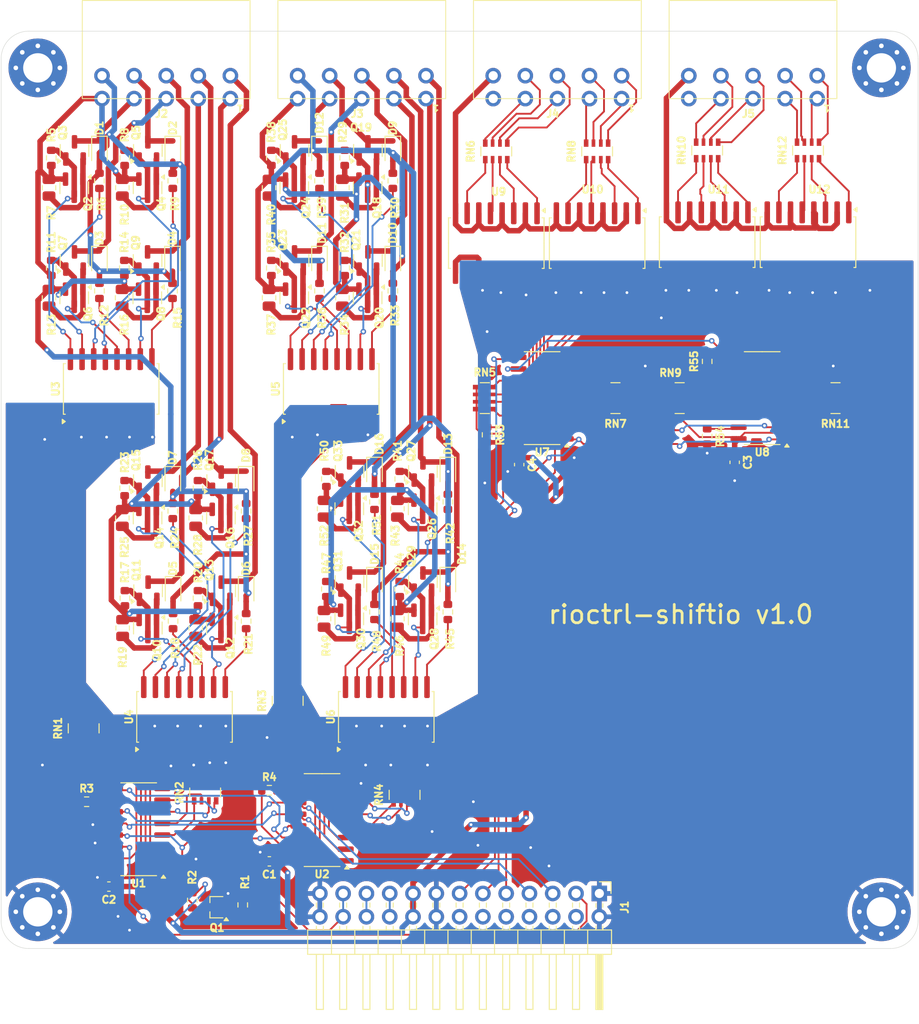
<source format=kicad_pcb>
(kicad_pcb (version 20240108) (generator "pcbnew") (generator_version "8.0")
  (layers (0 "F.Cu" signal) (31 "B.Cu" signal) (34 "B.Paste" user) (35 "F.Paste" user) (36 "B.SilkS" user "B.Silkscreen") (37 "F.SilkS" user "F.Silkscreen") (38 "B.Mask" user) (39 "F.Mask" user) (44 "Edge.Cuts" user))
  (net 0 "")
  (net 1 "+3V3")
  (net 2 "GND")
  (net 3 "/Output shiftreg/DOA_GND")
  (net 4 "/Output shiftreg/DO1")
  (net 5 "/Output shiftreg/DO2")
  (net 6 "/Output shiftreg/DO3")
  (net 7 "/Output shiftreg/DO4")
  (net 8 "/Output shiftreg/DO7")
  (net 9 "/Output shiftreg/DO8")
  (net 10 "/Output shiftreg/DO5")
  (net 11 "/Output shiftreg/DO6")
  (net 12 "/Output shiftreg/DOB_GND")
  (net 13 "/Output shiftreg/DO10")
  (net 14 "/Output shiftreg/DO12")
  (net 15 "/Output shiftreg/DO11")
  (net 16 "/Output shiftreg/DO9")
  (net 17 "/Output shiftreg/DO14")
  (net 18 "/Output shiftreg/DO16")
  (net 19 "/Output shiftreg/DO15")
  (net 20 "/Output shiftreg/DO13")
  (net 21 "/Slot/S7")
  (net 22 "/Slot/S6")
  (net 23 "/Slot/SlotEN")
  (net 24 "/Input shiftreg/DATA_OUT")
  (net 25 "/Input shiftreg/CLK")
  (net 26 "/Input shiftreg/LOAD")
  (net 27 "/Slot/S9")
  (net 28 "/Slot/S11")
  (net 29 "+24V")
  (net 30 "/Output shiftreg/CLOCK")
  (net 31 "+5V")
  (net 32 "/Slot/S10")
  (net 33 "/Output shiftreg/DATA_IN")
  (net 34 "/Output shiftreg/LOAD")
  (net 35 "/Slot/S8")
  (net 36 "/Output shiftreg/DOA_VIN")
  (net 37 "/Output shiftreg/DOB_VIN")
  (net 38 "/Input shiftreg/INA3")
  (net 39 "/Input shiftreg/INA6")
  (net 40 "/Input shiftreg/INA5")
  (net 41 "/Input shiftreg/INA4")
  (net 42 "/Input shiftreg/INA7")
  (net 43 "/Input shiftreg/INA2")
  (net 44 "/Input shiftreg/INA8")
  (net 45 "/Input shiftreg/INA1")
  (net 46 "/Input shiftreg/IN_A_COMMON")
  (net 47 "/Input shiftreg/INB9")
  (net 48 "/Input shiftreg/INB11")
  (net 49 "/Input shiftreg/INB13")
  (net 50 "/Input shiftreg/INB12")
  (net 51 "/Input shiftreg/INB16")
  (net 52 "/Input shiftreg/INB15")
  (net 53 "/Input shiftreg/INB10")
  (net 54 "/Input shiftreg/IN_B_COMMON")
  (net 55 "/Input shiftreg/INB14")
  (net 56 "Net-(Q1-G)")
  (net 57 "/Output shiftreg/~{OE}")
  (net 58 "/Output shiftreg/DOA1/Digital output/COLLECTOR")
  (net 59 "Net-(Q2-B)")
  (net 60 "Net-(Q4-B)")
  (net 61 "/Output shiftreg/DOA1/Digital output1/COLLECTOR")
  (net 62 "/Output shiftreg/DOA1/Digital output2/COLLECTOR")
  (net 63 "Net-(Q6-B)")
  (net 64 "Net-(Q8-B)")
  (net 65 "/Output shiftreg/DOA1/Digital output3/COLLECTOR")
  (net 66 "/Output shiftreg/DOA2/Digital output2/COLLECTOR")
  (net 67 "Net-(Q10-B)")
  (net 68 "Net-(Q12-B)")
  (net 69 "/Output shiftreg/DOA2/Digital output3/COLLECTOR")
  (net 70 "/Output shiftreg/DOA2/Digital output/COLLECTOR")
  (net 71 "Net-(Q14-B)")
  (net 72 "/Output shiftreg/DOA2/Digital output1/COLLECTOR")
  (net 73 "Net-(Q16-B)")
  (net 74 "/Output shiftreg/DOB1/Digital output1/COLLECTOR")
  (net 75 "Net-(Q18-B)")
  (net 76 "Net-(Q20-B)")
  (net 77 "/Output shiftreg/DOB1/Digital output3/COLLECTOR")
  (net 78 "/Output shiftreg/DOB1/Digital output2/COLLECTOR")
  (net 79 "Net-(Q22-B)")
  (net 80 "Net-(Q24-B)")
  (net 81 "/Output shiftreg/DOB1/Digital output/COLLECTOR")
  (net 82 "/Output shiftreg/DOB2/Digital output1/COLLECTOR")
  (net 83 "Net-(Q26-B)")
  (net 84 "Net-(Q28-B)")
  (net 85 "/Output shiftreg/DOB2/Digital output3/COLLECTOR")
  (net 86 "Net-(Q30-B)")
  (net 87 "/Output shiftreg/DOB2/Digital output2/COLLECTOR")
  (net 88 "/Output shiftreg/DOB2/Digital output/COLLECTOR")
  (net 89 "Net-(Q32-B)")
  (net 90 "Net-(U1-~{SRCLR})")
  (net 91 "Net-(U2-~{SRCLR})")
  (net 92 "/Output shiftreg/DOA1/Digital output/EMITTER")
  (net 93 "/Output shiftreg/DOA1/Digital output1/EMITTER")
  (net 94 "/Output shiftreg/DOA1/Digital output2/EMITTER")
  (net 95 "/Output shiftreg/DOA1/Digital output3/EMITTER")
  (net 96 "/Output shiftreg/DOA2/Digital output2/EMITTER")
  (net 97 "/Output shiftreg/DOA2/Digital output3/EMITTER")
  (net 98 "/Output shiftreg/DOA2/Digital output/EMITTER")
  (net 99 "/Output shiftreg/DOA2/Digital output1/EMITTER")
  (net 100 "/Output shiftreg/DOB1/Digital output1/EMITTER")
  (net 101 "/Output shiftreg/DOB1/Digital output3/EMITTER")
  (net 102 "/Output shiftreg/DOB1/Digital output2/EMITTER")
  (net 103 "/Output shiftreg/DOB1/Digital output/EMITTER")
  (net 104 "/Output shiftreg/DOB2/Digital output1/EMITTER")
  (net 105 "/Output shiftreg/DOB2/Digital output3/EMITTER")
  (net 106 "/Output shiftreg/DOB2/Digital output2/EMITTER")
  (net 107 "/Output shiftreg/DOB2/Digital output/EMITTER")
  (net 108 "Net-(U7-~{CE})")
  (net 109 "/Output shiftreg/DOA1/IN0")
  (net 110 "Net-(RN1-R1.2)")
  (net 111 "Net-(RN1-R2.2)")
  (net 112 "/Output shiftreg/DOA1/IN2")
  (net 113 "Net-(RN1-R3.2)")
  (net 114 "/Output shiftreg/DOA1/IN3")
  (net 115 "Net-(RN1-R4.2)")
  (net 116 "/Output shiftreg/DOA1/IN1")
  (net 117 "Net-(RN2-R4.2)")
  (net 118 "/Output shiftreg/DOA2/IN2")
  (net 119 "/Output shiftreg/DOA2/IN0")
  (net 120 "Net-(RN2-R2.2)")
  (net 121 "/Output shiftreg/DOA2/IN1")
  (net 122 "Net-(RN2-R3.2)")
  (net 123 "Net-(RN2-R1.2)")
  (net 124 "/Output shiftreg/DOA2/IN3")
  (net 125 "/Output shiftreg/DOB1/IN3")
  (net 126 "/Output shiftreg/DOB1/IN1")
  (net 127 "/Output shiftreg/DOB1/IN0")
  (net 128 "Net-(RN3-R4.2)")
  (net 129 "Net-(RN3-R1.2)")
  (net 130 "/Output shiftreg/DOB1/IN2")
  (net 131 "Net-(RN3-R3.2)")
  (net 132 "Net-(RN3-R2.2)")
  (net 133 "/Output shiftreg/DOB2/IN0")
  (net 134 "/Output shiftreg/DOB2/IN3")
  (net 135 "/Output shiftreg/DOB2/IN2")
  (net 136 "Net-(RN4-R4.2)")
  (net 137 "Net-(RN4-R3.2)")
  (net 138 "/Output shiftreg/DOB2/IN1")
  (net 139 "Net-(RN4-R1.2)")
  (net 140 "Net-(RN4-R2.2)")
  (net 141 "/Input shiftreg/DI4/OUT3")
  (net 142 "/Input shiftreg/DI4/OUT2")
  (net 143 "/Input shiftreg/DI4/OUT1")
  (net 144 "/Input shiftreg/DI4/OUT4")
  (net 145 "/Input shiftreg/DI5/OUT1")
  (net 146 "/Input shiftreg/DI5/OUT3")
  (net 147 "/Input shiftreg/DI5/OUT4")
  (net 148 "/Input shiftreg/DI5/OUT2")
  (net 149 "/Input shiftreg/DI6/OUT1")
  (net 150 "/Input shiftreg/DI6/OUT4")
  (net 151 "/Input shiftreg/DI6/OUT2")
  (net 152 "/Input shiftreg/DI6/OUT3")
  (net 153 "/Input shiftreg/DI7/OUT4")
  (net 154 "/Input shiftreg/DI7/OUT3")
  (net 155 "/Input shiftreg/DI7/OUT1")
  (net 156 "/Input shiftreg/DI7/OUT2")
  (net 157 "Net-(U1-QH')")
  (net 160 "Net-(U8-~{CE})")
  (net 161 "Net-(U8-DS)")
  (net 162 "Net-(U7-DS)")
  (net 166 "Net-(RN6-R1.1)")
  (net 167 "Net-(RN6-R3.1)")
  (net 168 "Net-(RN6-R4.1)")
  (net 169 "Net-(RN6-R2.1)")
  (net 170 "Net-(RN8-R1.1)")
  (net 171 "Net-(RN8-R2.1)")
  (net 172 "Net-(RN8-R4.1)")
  (net 173 "Net-(RN8-R3.1)")
  (net 174 "Net-(RN10-R3.1)")
  (net 175 "Net-(RN10-R1.1)")
  (net 176 "Net-(RN10-R2.1)")
  (net 177 "Net-(RN10-R4.1)")
  (net 178 "Net-(RN12-R4.1)")
  (net 179 "Net-(RN12-R3.1)")
  (net 180 "Net-(RN12-R1.1)")
  (net 181 "Net-(RN12-R2.1)")
  (footprint "Package_TO_SOT_SMD:SOT-23" (layer "F.Cu") (at 182 63 90)
    (property "Reference" "Q25")
    (property "Value" "AO3401A")
  )
  (footprint "Resistor_SMD:R_0603_1608Metric" (layer "F.Cu") (at 227 94.175 -90)
    (property "Reference" "R54")
    (property "Value" "10K")
  )
  (footprint "Package_TO_SOT_SMD:SOT-23" (layer "F.Cu") (at 195.97 114.0625 -90)
    (property "Reference" "Q28")
    (property "Value" "MMBT3906")
  )
  (footprint "Diode_SMD:D_SOD-323F" (layer "F.Cu") (at 176.72 111.0625 -90)
    (property "Reference" "D6")
    (property "Value" "1N4007WS")
  )
  (footprint "Package_SO:SO-16_3.9x9.9mm_P1.27mm" (layer "F.Cu") (at 165 137 180)
    (property "Reference" "U1")
    (property "Value" "74HC595")
  )
  (footprint "Resistor_SMD:R_0603_1608Metric" (layer "F.Cu") (at 155.47 75.8125 90)
    (property "Reference" "R11")
    (property "Value" "47K")
  )
  (footprint "Resistor_SMD:R_0603_1608Metric" (layer "F.Cu") (at 170.85 144.75 -90)
    (property "Reference" "R2")
    (property "Value" "4K7")
  )
  (footprint "Resistor_SMD:R_0603_1608Metric" (layer "F.Cu") (at 163.44 75.8125 90)
    (property "Reference" "R14")
    (property "Value" "47K")
  )
  (footprint "Package_TO_SOT_SMD:SOT-23" (layer "F.Cu") (at 166 63 90)
    (property "Reference" "Q5")
    (property "Value" "AO3401A")
  )
  (footprint "Resistor_SMD:R_0603_1608Metric" (layer "F.Cu") (at 179.47 75.8125 90)
    (property "Reference" "R35")
    (property "Value" "47K")
  )
  (footprint "Package_TO_SOT_SMD:SOT-23" (layer "F.Cu") (at 188 110 90)
    (property "Reference" "Q31")
    (property "Value" "AO3401A")
  )
  (footprint "Package_TO_SOT_SMD:SOT-23" (layer "F.Cu") (at 182 75 90)
    (property "Reference" "Q23")
    (property "Value" "AO3401A")
  )
  (footprint "Resistor_SMD:R_0805_2012Metric" (layer "F.Cu") (at 171.22 115.0625 -90)
    (property "Reference" "R22")
    (property "Value" "1R")
  )
  (footprint "Package_TO_SOT_SMD:SOT-23" (layer "F.Cu") (at 165.97 67.0625 -90)
    (property "Reference" "Q4")
    (property "Value" "MMBT3906")
  )
  (footprint "Diode_SMD:D_SOD-323F" (layer "F.Cu") (at 168.69 75.0625 -90)
    (property "Reference" "D4")
    (property "Value" "1N4007WS")
  )
  (footprint "Package_TO_SOT_SMD:SOT-23" (layer "F.Cu") (at 157.97 79.0625 -90)
    (property "Reference" "Q6")
    (property "Value" "MMBT3906")
  )
  (footprint "Resistor_SMD:R_0603_1608Metric" (layer "F.Cu") (at 193.47 98.8125 90)
    (property "Reference" "R41")
    (property "Value" "47K")
  )
  (footprint "Resistor_SMD:R_Array_Convex_4x0603" (layer "F.Cu") (at 217 90 180)
    (property "Reference" "RN7")
    (property "Value" "4.12K")
  )
  (footprint "Diode_SMD:D_SOD-323F" (layer "F.Cu") (at 190.72 110.0625 -90)
    (property "Reference" "D15")
    (property "Value" "1N4007WS")
  )
  (footprint "Package_SO:SO-16_3.9x9.9mm_P1.27mm" (layer "F.Cu") (at 233 90 180)
    (property "Reference" "U8")
    (property "Value" "74HC165")
  )
  (footprint "Package_TO_SOT_SMD:SOT-23" (layer "F.Cu") (at 165.97 75 90)
    (property "Reference" "Q9")
    (property "Value" "AO3401A")
  )
  (footprint "Diode_SMD:D_SOD-323F" (layer "F.Cu") (at 160.72 75.0625 -90)
    (property "Reference" "D3")
    (property "Value" "1N4007WS")
  )
  (footprint "Package_TO_SOT_SMD:SOT-23" (layer "F.Cu") (at 189.97 67.0625 -90)
    (property "Reference" "Q18")
    (property "Value" "MMBT3906")
  )
  (footprint "Package_TO_SOT_SMD:SOT-23" (layer "F.Cu") (at 166.03 111 90)
    (property "Reference" "Q11")
    (property "Value" "AO3401A")
  )
  (footprint "Resistor_SMD:R_0805_2012Metric" (layer "F.Cu") (at 155.22 67.0625 -90)
    (property "Reference" "R7")
    (property "Value" "1R")
  )
  (footprint "Resistor_SMD:R_0603_1608Metric" (layer "F.Cu") (at 203 94 -90)
    (property "Reference" "R53")
    (property "Value" "10K")
  )
  (footprint "Package_SO:SOIC-16W_5.3x10.2mm_P1.27mm" (layer "F.Cu") (at 227 73 -90)
    (property "Reference" "U11")
    (property "Value" "ELQ3H4")
  )
  (footprint "Resistor_SMD:R_0603_1608Metric" (layer "F.Cu") (at 168.720001 102.3125 90)
    (property "Reference" "R24")
    (property "Value" "10K")
  )
  (footprint "Package_SO:SOIC-16W_5.3x10.2mm_P1.27mm" (layer "F.Cu") (at 204 73.1 -90)
    (property "Reference" "U9")
    (property "Value" "ELQ3H4")
  )
  (footprint "Capacitor_SMD:C_0603_1608Metric" (layer "F.Cu") (at 206.5 97.25 -90)
    (property "Reference" "C4")
    (property "Value" "0.1uF")
  )
  (footprint "Capacitor_SMD:C_0603_1608Metric" (layer "F.Cu") (at 161.75 143.25 180)
    (property "Reference" "C2")
    (property "Value" "0.1uF")
  )
  (footprint "Resistor_SMD:R_0603_1608Metric" (layer "F.Cu") (at 185.47 110.8125 90)
    (property "Reference" "R47")
    (property "Value" "47K")
  )
  (footprint "Diode_SMD:D_SOD-323F" (layer "F.Cu") (at 160.72 63.0625 -90)
    (property "Reference" "D1")
    (property "Value" "1N4007WS")
  )
  (footprint "Resistor_SMD:R_Array_Convex_4x0603" (layer "F.Cu") (at 204 63.1 90)
    (property "Reference" "RN6")
    (property "Value" "4.12K")
  )
  (footprint "Package_SO:SOIC-16W_5.3x10.2mm_P1.27mm" (layer "F.Cu") (at 170 124.75 90)
    (property "Reference" "U4")
    (property "Value" "ELQ3H4")
  )
  (footprint "Resistor_SMD:R_Array_Convex_4x0603" (layer "F.Cu") (at 215 63.1 90)
    (property "Reference" "RN8")
    (property "Value" "4.12K")
  )
  (footprint "Resistor_SMD:R_0603_1608Metric" (layer "F.Cu") (at 184.72 66.3125 90)
    (property "Reference" "R39")
    (property "Value" "10K")
  )
  (footprint "Capacitor_SMD:C_0603_1608Metric" (layer "F.Cu") (at 179.25 140.5 180)
    (property "Reference" "C1")
    (property "Value" "0.1uF")
  )
  (footprint "Resistor_SMD:R_0603_1608Metric" (layer "F.Cu") (at 163.5 111.8125 90)
    (property "Reference" "R17")
    (property "Value" "47K")
  )
  (footprint "Package_TO_SOT_SMD:SOT-23" (layer "F.Cu") (at 181.97 79.0625 -90)
    (property "Reference" "Q22")
    (property "Value" "MMBT3906")
  )
  (footprint "Resistor_SMD:R_0603_1608Metric" (layer "F.Cu") (at 192.72 66.3125 90)
    (property "Reference" "R30")
    (property "Value" "10K")
  )
  (footprint "Package_TO_SOT_SMD:SOT-23" (layer "F.Cu") (at 173.97 115.0625 -90)
    (property "Reference" "Q12")
    (property "Value" "MMBT3906")
  )
  (footprint "Resistor_SMD:R_0603_1608Metric" (layer "F.Cu") (at 160.72 78.3125 90)
    (property "Reference" "R12")
    (property "Value" "10K")
  )
  (footprint "Package_TO_SOT_SMD:SOT-23" (layer "F.Cu") (at 166 115.0625 -90)
    (property "Reference" "Q10")
    (property "Value" "MMBT3906")
  )
  (footprint "Package_TO_SOT_SMD:SOT-23" (layer "F.Cu") (at 187.97 114.0625 -90)
    (property "Reference" "Q30")
    (property "Value" "MMBT3906")
  )
  (footprint "Resistor_SMD:R_0805_2012Metric" (layer "F.Cu") (at 171.22 103.0625 -90)
    (property "Reference" "R28")
    (property "Value" "1R")
  )
  (footprint "Package_TO_SOT_SMD:SOT-23" (layer "F.Cu") (at 181.97 67.0625 -90)
    (property "Reference" "Q24")
    (property "Value" "MMBT3906")
  )
  (footprint "Resistor_SMD:R_0805_2012Metric" (layer "F.Cu") (at 187.22 79.0625 -90)
    (property "Reference" "R34")
    (property "Value" "1R")
  )
  (footprint "Resistor_SMD:R_0603_1608Metric" (layer "F.Cu") (at 198.72 113.3125 90)
    (property "Reference" "R45")
    (property "Value" "10K")
  )
  (footprint "Resistor_SMD:R_0805_2012Metric" (layer "F.Cu") (at 179.22 79.0625 -90)
    (property "Reference" "R37")
    (property "Value" "1R")
  )
  (footprint "Package_TO_SOT_SMD:SOT-23" (layer "F.Cu") (at 173.97 103.0625 -90)
    (property "Reference" "Q16")
    (property "Value" "MMBT3906")
  )
  (footprint "Resistor_SMD:R_Array_Convex_4x0603" (layer "F.Cu") (at 194 133.25 90)
    (property "Reference" "RN4")
    (property "Value" "220R")
  )
  (footprint "Resistor_SMD:R_0603_1608Metric" (layer "F.Cu") (at 192.72 78.3125 90)
    (property "Reference" "R33")
    (property "Value" "10K")
  )
  (footprint "Diode_SMD:D_SOD-323F" (layer "F.Cu") (at 192.72 63.0625 -90)
    (property "Reference" "D9")
    (property "Value" "1N4007WS")
  )
  (footprint "Package_SO:SO-16_3.9x9.9mm_P1.27mm" (layer "F.Cu") (at 185 136 180)
    (property "Reference" "U2")
    (property "Value" "74HC595")
  )
  (footprint "Resistor_SMD:R_0603_1608Metric" (layer "F.Cu") (at 179.47 63.8125 90)
    (property "Reference" "R38")
    (property "Value" "47K")
  )
  (footprint "Package_SO:SOIC-16W_5.3x10.2mm_P1.27mm" (layer "F.Cu") (at 192 124.75 90)
    (property "Reference" "U6")
    (property "Value" "ELQ3H4")
  )
  (footprint "Resistor_SMD:R_0805_2012Metric" (layer "F.Cu") (at 185.22 102.0625 -90)
    (property "Reference" "R52")
    (property "Value" "1R")
  )
  (footprint "Resistor_SMD:R_0603_1608Metric" (layer "F.Cu") (at 168.75 114.3125 90)
    (property "Reference" "R18")
    (property "Value" "10K")
  )
  (footprint "Resistor_SMD:R_Array_Convex_4x0603" (layer "F.Cu") (at 224 90)
    (property "Reference" "RN9")
    (property "Value" "4.12K")
  )
  (footprint "Resistor_SMD:R_0603_1608Metric" (layer "F.Cu") (at 168.72 66.3125 90)
    (property "Reference" "R9")
    (property "Value" "10K")
  )
  (footprint "Resistor_SMD:R_0805_2012Metric" (layer "F.Cu") (at 179.22 67.0625 -90)
    (property "Reference" "R40")
    (property "Value" "1R")
  )
  (footprint "Package_TO_SOT_SMD:SOT-23" (layer "F.Cu") (at 188 98 90)
    (property "Reference" "Q33")
    (property "Value" "AO3401A")
  )
  (footprint "Resistor_SMD:R_0603_1608Metric" (layer "F.Cu") (at 187.47 63.8125 90)
    (property "Reference" "R29")
    (property "Value" "47K")
  )
  (footprint "Resistor_SMD:R_Array_Convex_4x0603" (layer "F.Cu") (at 181.25 123 90)
    (property "Reference" "RN3")
    (property "Value" "220R")
  )
  (footprint "Package_TO_SOT_SMD:SOT-23" (layer "F.Cu") (at 196 98 90)
    (property "Reference" "Q27")
    (property "Value" "AO3401A")
  )
  (footprint "Connector_PinHeader_2.54mm:PinHeader_2x13_P2.54mm_Horizontal" (layer "F.Cu") (at 215.24 144 -90)
    (property "Reference" "J1")
    (property "Value" "Conn_02x13_Odd_Even")
  )
  (footprint "Resistor_SMD:R_0805_2012Metric" (layer "F.Cu") (at 185.22 114.0625 -90)
    (property "Reference" "R49")
    (property "Value" "1R")
  )
  (footprint "Resistor_SMD:R_0805_2012Metric" (layer "F.Cu") (at 163.25 115.0625 -90)
    (property "Reference" "R19")
    (property "Value" "1R")
  )
  (footprint "Package_TO_SOT_SMD:SOT-23" (layer "F.Cu") (at 174 111 90)
    (property "Reference" "Q13")
    (property "Value" "AO3401A")
  )
  (footprint "Resistor_SMD:R_0603_1608Metric" (layer "F.Cu") (at 168.69 78.3125 90)
    (property "Reference" "R15")
    (property "Value" "10K")
  )
  (footprint "Resistor_SMD:R_0603_1608Metric" (layer "F.Cu") (at 176.72 102.3125 90)
    (property "Reference" "R27")
    (property "Value" "10K")
  )
  (footprint "Resistor_SMD:R_Array_Convex_4x0603" (layer "F.Cu") (at 241 90 180)
    (property "Reference" "RN11")
    (property "Value" "4.12K")
  )
  (footprint "Resistor_SMD:R_0603_1608Metric" (layer "F.Cu") (at 184.72 78.3125 90)
    (property "Reference" "R36")
    (property "Value" "10K")
  )
  (footprint "Diode_SMD:D_SOD-323F" (layer "F.Cu") (at 184.72 75.0625 -90)
    (property "Reference" "D11")
    (property "Value" "1N4007WS")
  )
  (footprint "Resistor_SMD:R_0603_1608Metric" (layer "F.Cu") (at 185.47 98.8125 90)
    (property "Reference" "R50")
    (property "Value" "47K")
  )
  (footprint "hadv-connectors:JL15EDGRHC-35005B02" (layer "F.Cu") (at 189.333333 52 180)
    (property "Reference" "J3")
    (property "Value" "TERM-BLK-02x05")
  )
  (footprint "Resistor_SMD:R_Array_Convex_4x0603" (layer "F.Cu") (at 172.25 133 90)
    (property "Reference" "RN2")
    (property "Value" "220R")
  )
  (footprint "Package_SO:SOIC-16W_5.3x10.2mm_P1.27mm" (layer "F.Cu") (at 162 89 90)
    (property "Reference" "U3")
    (property "Value" "ELQ3H4")
  )
  (footprint "Package_TO_SOT_SMD:SOT-23" (layer "F.Cu") (at 174 99 90)
    (property "Reference" "Q17")
    (property "Value" "AO3401A")
  )
  (footprint "Resistor_SMD:R_0805_2012Metric" (layer "F.Cu") (at 187.22 67.0625 -90)
    (property "Reference" "R31")
    (property "Value" "1R")
  )
  (footprint "Resistor_SMD:R_0805_2012Metric" (layer "F.Cu") (at 163.22 67.0625 -90)
    (property "Reference" "R10")
    (property "Value" "1R")
  )
  (footprint "Resistor_SMD:R_0603_1608Metric" (layer "F.Cu") (at 171.47 99.8125 90)
    (property "Reference" "R26")
    (property "Value" "47K")
  )
  (footprint "Package_SO:SOIC-16W_5.3x10.2mm_P1.27mm" (layer "F.Cu") (at 215 73.1 -90)
    (property "Reference" "U10")
    (property "Value" "ELQ3H4")
  )
  (footprint "hadv-connectors:JL15EDGRHC-35005B02" (layer "F.Cu") (at 168 52 180)
    (property "Reference" "J2")
    (property "Value" "TERM-BLK-02x05")
  )
  (footprint "Resistor_SMD:R_0603_1608Metric" (layer "F.Cu") (at 187.47 75.8125 90)
    (property "Reference" "R32")
    (property "Value" "47K")
  )
  (footprint "Package_TO_SOT_SMD:SOT-23" (layer "F.Cu") (at 158 75 90)
    (property "Reference" "Q7")
    (property "Value" "AO3401A")
  )
  (footprint "Diode_SMD:D_SOD-323F" (layer "F.Cu") (at 176.72 99.0625 -90)
    (property "Reference" "D8")
    (property "Value" "1N4007WS")
  )
  (footprint "MountingHole:MountingHole_3.2mm_M3_Pad_Via" (layer "F.Cu") (at 154 54)
    (property "Reference" "H1" (hide yes))
    (property "Value" "MH_3.2mm")
  )
  (footprint "Resistor_SMD:R_0603_1608Metric" (layer "F.Cu") (at 190.72 101.3125 90)
    (property "Reference" "R51")
    (property "Value" "10K")
  )
  (footprint "Package_TO_SOT_SMD:SOT-23" (layer "F.Cu") (at 196 110 90)
    (property "Reference" "Q29")
    (property "Value" "AO3401A")
  )
  (footprint "Package_SO:SO-16_3.9x9.9mm_P1.27mm" (layer "F.Cu") (at 209 90 180)
    (property "Reference" "U7")
    (property "Value" "74HC165")
  )
  (footprint "Diode_SMD:D_SOD-323F" (layer "F.Cu") (at 198.72 110.0625 -90)
    (property "Reference" "D14")
    (property "Value" "1N4007WS")
  )
  (footprint "Resistor_SMD:R_0603_1608Metric" (layer "F.Cu") (at 163.470001 99.812501 90)
    (property "Reference" "R23")
    (property "Value" "47K")
  )
  (footprint "Resistor_SMD:R_0603_1608Metric" (layer "F.Cu") (at 171.47 111.8125 90)
    (property "Reference" "R20")
    (property "Value" "47K")
  )
  (footprint "Package_SO:SOIC-16W_5.3x10.2mm_P1.27mm" (layer "F.Cu") (at 186 89 90)
    (property "Reference" "U5")
    (property "Value" "ELQ3H4")
  )
  (footprint "hadv-connectors:JL15EDGRHC-35005B02" (layer "F.Cu") (at 210.666666 52 180)
    (property "Reference" "J4")
    (property "Value" "TERM-BLK-02x05")
  )
  (footprint "Resistor_SMD:R_Array_Convex_4x0603" (layer "F.Cu") (at 159 126 90)
    (property "Reference" "RN1")
    (property "Value" "220R")
  )
  (footprint "Resistor_SMD:R_0603_1608Metric" (layer "F.Cu") (at 155.47 63.8125 90)
    (property "Reference" "R5")
    (property "Value" "47K")
  )
  (footprint "Resistor_SMD:R_0603_1608Metric" (layer "F.Cu") (at 163.47 63.8125 90)
    (property "Reference" "R8")
    (property "Value" "47K")
  )
  (footprint "Capacitor_SMD:C_0603_1608Metric" (layer "F.Cu") (at 230 97 -90)
    (property "Reference" "C3")
    (property "Value" "0.1uF")
  )
  (footprint "Diode_SMD:D_SOD-323F" (layer "F.Cu") (at 168.72 99.0625 -90)
    (property "Reference" "D7")
    (property "Value" "1N4007WS")
  )
  (footprint "Package_TO_SOT_SMD:SOT-23" (layer "F.Cu") (at 189.97 79.0625 -90)
    (property "Reference" "Q20")
    (property "Value" "MMBT3906")
  )
  (footprint "Resistor_SMD:R_0805_2012Metric" (layer "F.Cu") (at 193.22 102.0625 -90)
    (property "Reference" "R43")
    (property "Value" "1R")
  )
  (footprint "MountingHole:MountingHole_3.2mm_M3_Pad_Via" (layer "F.Cu") (at 154 146)
    (property "Reference" "H3" (hide yes))
    (property "Value" "MH_3.2mm")
  )
  (footprint "Package_TO_SOT_SMD:SOT-23" (layer "F.Cu") (at 190 63 90)
    (property "Reference" "Q19")
    (property "Value" "AO3401A")
  )
  (footprint "Package_TO_SOT_SMD:SOT-23" (layer "F.Cu") (at 157.97 67.0625 -90)
    (property "Reference" "Q2")
    (property "Value" "MMBT3906")
  )
  (footprint "Resistor_SMD:R_0805_2012Metric" (layer "F.Cu") (at 193.22 114.0625 -90)
    (property "Reference" "R46")
    (property "Value" "1R")
  )
  (footprint "Resistor_SMD:R_Array_Convex_4x0603" (layer "F.Cu") (at 227 63 90)
    (property "Reference" "RN10")
    (property "Value" "4.12K")
  )
  (footprint "Diode_SMD:D_SOD-323F" (layer "F.Cu") (at 190.72 98.0625 -90)
    (property "Reference" "D16")
    (property "Value" "1N4007WS")
  )
  (footprint "Diode_SMD:D_SOD-323F" (layer "F.Cu") (at 168.75 111.0625 -90)
    (property "Reference" "D5")
    (property "Value" "1N4007WS")
  )
  (footprint "Package_TO_SOT_SMD:SOT-23" (layer "F.Cu") (at 187.97 102.0625 -90)
    (property "Reference" "Q32")
    (property "Value" "MMBT3906")
  )
  (footprint "Resistor_SMD:R_0603_1608Metric" (layer "F.Cu") (at 179.25 132.75)
    (property "Reference" "R4")
    (property "Value" "10K")
  )
  (footprint "Diode_SMD:D_SOD-323F" (layer "F.Cu") (at 168.72 63.0625 -90)
    (property "Reference" "D2")
    (property "Value" "1N4007WS")
  )
  (footprint "Package_TO_SOT_SMD:SOT-23" (layer "F.Cu") (at 158 63 90)
    (property "Reference" "Q3")
    (property "Value" "AO3401A")
  )
  (footprint "Package_TO_SOT_SMD:SOT-323_SC-70" (layer "F.Cu") (at 173.5 145.5 180)
    (property "Reference" "Q1")
    (property "Value" "BSS138W")
  )
  (footprint "Package_SO:SOIC-16W_5.3x10.2mm_P1.27mm" (layer "F.Cu") (at 238 73 -90)
    (property "Reference" "U12")
    (property "Value" "ELQ3H4")
  )
  (footprint "Resistor_SMD:R_Array_Convex_4x0603" (layer "F.Cu") (at 202.75 90)
    (property "Reference" "RN5")
    (property "Value" "4.12K")
  )
  (footprint "Resistor_SMD:R_0805_2012Metric" (layer "F.Cu") (at 155.22 79.0625 -90)
    (property "Reference" "R13")
    (property "Value" "1R")
  )
  (footprint "hadv-connectors:JL15EDGRHC-35005B02" (layer "F.Cu") (at 232 52 180)
    (property "Reference" "J5")
    (property "Value" "TERM-BLK-02x05")
  )
  (footprint "MountingHole:MountingHole_3.2mm_M3_Pad_Via" (layer "F.Cu") (at 246 54)
    (property "Reference" "H2" (hide yes))
    (property "Value" "MH_3.2mm")
  )
  (footprint "Package_TO_SOT_SMD:SOT-23" (layer "F.Cu") (at 165.94 79.0625 -90)
    (property "Reference" "Q8")
    (property "Value" "MMBT3906")
  )
  (footprint "Package_TO_SOT_SMD:SOT-23" (layer "F.Cu") (at 190 75 90)
    (property "Reference" "Q21")
    (property "Value" "AO3401A")
  )
  (footprint "Resistor_SMD:R_0603_1608Metric" (layer "F.Cu") (at 193.47 110.8125 90)
    (property "Reference" "R44")
    (property "Value" "47K")
  )
  (footprint "Resistor_SMD:R_0603_1608Metric" (layer "F.Cu") (at 190.72 113.3125 90)
    (property "Reference" "R48")
    (property "Value" "10K")
  )
  (footprint "Package_TO_SOT_SMD:SOT-23" (layer "F.Cu") (at 165.970001 103.0625 -90)
    (property "Reference" "Q14")
    (property "Value" "MMBT3906")
  )
  (footprint "Resistor_SMD:R_0805_2012Metric" (layer "F.Cu") (at 163.220001 103.0625 -90)
    (property "Reference" "R25")
    (property "Value" "1R")
  )
  (footprint "Diode_SMD:D_SOD-323F" (layer "F.Cu") (at 184.72 63.0625 -90)
    (property "Reference" "D12")
    (property "Value" "1N4007WS")
  )
  (footprint "Resistor_SMD:R_0603_1608Metric" (layer "F.Cu") (at 176.35 145.25 90)
    (property "Reference" "R1")
    (property "Value" "10K")
  )
  (footprint "Resistor_SMD:R_Array_Convex_4x0603" (layer "F.Cu") (at 238 63 90)
    (property "Reference" "RN12")
    (property "Value" "4.12K")
  )
  (footprint "Resistor_SMD:R_0603_1608Metric" (layer "F.Cu") (at 176.72 114.3125 90)
    (property "Reference" "R21")
    (property "Value" "10K")
  )
  (footprint "MountingHole:MountingHole_3.2mm_M3_Pad_Via" (layer "F.Cu") (at 246 146)
    (property "Reference" "H4" (hide yes))
    (property "Value" "MH_3.2mm")
  )
  (footprint "Diode_SMD:D_SOD-323F" (layer "F.Cu") (at 192.72 75.0625 -90)
    (property "Reference" "D10")
    (property "Value" "1N4007WS")
  )
  (footprint "Package_TO_SOT_SMD:SOT-23" (layer "F.Cu") (at 195.97 102.0625 -90)
    (property "Reference" "Q26")
    (property "Value" "MMBT3906")
  )
  (footprint "Resistor_SMD:R_0603_1608Metric" (layer "F.Cu") (at 227 86 90)
    (property "Reference" "R55")
    (property "Value" "10K")
  )
  (footprint "Diode_SMD:D_SOD-323F" (layer "F.Cu") (at 198.72 98.0625 -90)
    (property "Reference" "D13")
    (property "Value" "1N4007WS")
  )
  (footprint "Resistor_SMD:R_0603_1608Metric" (layer "F.Cu") (at 159.325 134)
    (property "Reference" "R3")
    (property "Value" "10K")
  )
  (footprint "Resistor_SMD:R_0603_1608Metric" (layer "F.Cu") (at 160.72 66.3125 90)
    (property "Reference" "R6")
    (property "Value" "10K")
  )
  (footprint "Package_TO_SOT_SMD:SOT-23" (layer "F.Cu") (at 166 99 90)
    (property "Reference" "Q15")
    (property "Value" "AO3401A")
  )
  (footprint "Resistor_SMD:R_0805_2012Metric" (layer "F.Cu") (at 163.19 79.0625 -90)
    (property "Reference" "R16")
    (property "Value" "1R")
  )
  (footprint "Resistor_SMD:R_0603_1608Metric" (layer "F.Cu") (at 198.72 101.3125 90)
    (property "Reference" "R42")
    (property "Value" "10K")
  )
  (gr_line (start 153 50) (end 247 50) (stroke (width 0.05)) (layer "Edge.Cuts"))
  (gr_line (start 247 150) (end 153 150) (stroke (width 0.05)) (layer "Edge.Cuts"))
  (gr_arc (start 150 53) (mid 150.87868 50.87868) (end 153 50) (stroke (width 0.05)) (layer "Edge.Cuts"))
  (gr_line (start 250 53) (end 250 147) (stroke (width 0.05)) (layer "Edge.Cuts"))
  (gr_arc (start 153 150) (mid 150.87868 149.12132) (end 150 147) (stroke (width 0.05)) (layer "Edge.Cuts"))
  (gr_arc (start 250 147) (mid 249.12132 149.12132) (end 247 150) (stroke (width 0.05)) (layer "Edge.Cuts"))
  (gr_line (start 150 147) (end 150 53) (stroke (width 0.05)) (layer "Edge.Cuts"))
  (gr_arc (start 247 50) (mid 249.12132 50.87868) (end 250 53) (stroke (width 0.05)) (layer "Edge.Cuts"))
  (gr_text "rioctrl-shiftio v1.0" (at 209.5 114.75 0) (layer "F.SilkS") (effects (font (size 2 2) (thickness 0.3)) (justify left bottom)))
  (segment (start 241.9 91.2) (end 239.325 93.775) (width 0.2) (layer "F.Cu") (net 1))
  (segment (start 216.595 92.505) (end 209.995 92.505) (width 0.2) (layer "F.Cu") (net 1))
  (segment (start 180.025 140.5) (end 182.37 140.5) (width 0.2) (layer "F.Cu") (net 1))
  (segment (start 214.25 97) (end 229.225 97) (width 0.6) (layer "F.Cu") (net 1))
  (segment (start 229.225 97) (end 230 96.225) (width 0.6) (layer "F.Cu") (net 1))
  (segment (start 239.325 93.775) (end 231.095 93.775) (width 0.2) (layer "F.Cu") (net 1))
  (segment (start 180.025 140.525) (end 181.25 141.75) (width 0.6) (layer "F.Cu") (net 1))
  (segment (start 182.37 140.5) (end 182.425 140.445) (width 0.2) (layer "F.Cu") (net 1))
  (segment (start 205.855 93.875) (end 202.375 93.875) (width 0.2) (layer "F.Cu") (net 1))
  (segment (start 164.75 143.25) (end 168.75 147.25) (width 0.6) (layer "F.Cu") (net 1))
  (segment (start 171.325 143.925) (end 172.25 143) (width 0.2) (layer "F.Cu") (net 1))
  (segment (start 158.5 138.75) (end 161.195 141.445) (width 0.2) (layer "F.Cu") (net 1))
  (segment (start 241.9 89.6) (end 241.9 90.4) (width 0.2) (layer "F.Cu") (net 1))
  (segment (start 161.195 141.445) (end 162.425 141.445) (width 0.2) (layer "F.Cu") (net 1))
  (segment (start 223.1 91.2) (end 226.15 94.25) (width 0.2) (layer "F.Cu") (net 1))
  (segment (start 230 96.225) (end 230 94.87) (width 0.6) (layer "F.Cu") (net 1))
  (segment (start 207.25 104) (end 210.5 100.75) (width 0.6) (layer "F.Cu") (net 1))
  (segment (start 194.92 145.909189) (end 194.92 142.83) (width 0.6) (layer "F.Cu") (net 1))
  (segment (start 201.85 93.35) (end 201.85 91.2) (width 0.2) (layer "F.Cu") (net 1))
  (segment (start 206.5 96.475) (end 206.5 94.52) (width 0.6) (layer "F.Cu") (net 1))
  (segment (start 162.525 141.545) (end 162.425 141.445) (width 0.6) (layer "F.Cu") (net 1))
  (segment (start 162.525 143.25) (end 164.75 143.25) (width 0.6) (layer "F.Cu") (net 1))
  (segment (start 206.525 96.5) (end 206.5 96.475) (width 0.6) (layer "F.Cu") (net 1))
  (segment (start 209.995 92.505) (end 208.055 94.445) (width 0.2) (layer "F.Cu") (net 1))
  (segment (start 217.9 88.8) (end 217.9 91.2) (width 0.2) (layer "F.Cu") (net 1))
  (segment (start 162.525 143.25) (end 162.525 141.545) (width 0.6) (layer "F.Cu") (net 1))
  (segment (start 201.85 88.8) (end 201.85 91.2) (width 0.2) (layer "F.Cu") (net 1))
  (segment (start 208.055 94.445) (end 206.425 94.445) (width 0.2) (layer "F.Cu") (net 1))
  (segment (start 207.25 135.75) (end 207.25 104) (width 0.6) (layer "F.Cu") (net 1))
  (segment (start 178.425 136.690552) (end 182.179448 140.445) (width 0.2) (layer "F.Cu") (net 1))
  (segment (start 208 96.5) (end 206.525 96.5) (width 0.6) (layer "F.Cu") (net 1))
  (segment (start 230 94.87) (end 230.425 94.445) (width 0.6) (layer "F.Cu") (net 1))
  (segment (start 217.9 91.2) (end 216.595 92.505) (width 0.2) (layer "F.Cu") (net 1))
  (segment (start 182.179448 140.445) (end 182.425 140.445) (width 0.2) (layer "F.Cu") (net 1))
  (segment (start 231.095 93.775) (end 230.425 94.445) (width 0.2) (layer "F.Cu") (net 1))
  (segment (start 241.9 90.4) (end 241.9 91.2) (width 0.2) (layer "F.Cu") (net 1))
  (segment (start 158.5 134) (end 158.5 138.75) (width 0.2) (layer "F.Cu") (net 1))
  (segment (start 210.5 100.75) (end 214.25 97) (width 0.6) (layer "F.Cu") (net 1))
  (segment (start 230.23 94.25) (end 230.425 94.445) (width 0.2) (layer "F.Cu") (net 1))
  (segment (start 241.9 88.8) (end 241.9 89.6) (width 0.2) (layer "F.Cu") (net 1))
  (segment (start 202.375 93.875) (end 201.85 93.35) (width 0.2) (layer "F.Cu") (net 1))
  (segment (start 226.15 94.25) (end 230.23 94.25) (width 0.2) (layer "F.Cu") (net 1))
  (segment (start 170.85 143.925) (end 171.325 143.925) (width 0.2) (layer "F.Cu") (net 1))
  (segment (start 194.92 142.83) (end 201.25 136.5) (width 0.6) (layer "F.Cu") (net 1))
  (segment (start 206.5 94.52) (end 206.425 94.445) (width 0.6) (layer "F.Cu") (net 1))
  (segment (start 178.425 132.75) (end 178.425 136.690552) (width 0.2) (layer "F.Cu") (net 1))
  (segment (start 180.025 140.5) (end 180.025 140.525) (width 0.6) (layer "F.Cu") (net 1))
  (segment (start 206.425 94.445) (end 205.855 93.875) (width 0.2) (layer "F.Cu") (net 1))
  (segment (start 223.1 88.8) (end 223.1 91.2) (width 0.2) (layer "F.Cu") (net 1))
  (segment (start 194.92 144) (end 194.92 145.909189) (width 0.6) (layer "F.Cu") (net 1))
  (via (at 181.25 141.75) (size 0.6) (drill 0.3) (layers "F.Cu" "B.Cu") (net 1))
  (via (at 172.25 143) (size 0.6) (drill 0.3) (layers "F.Cu" "B.Cu") (net 1))
  (via (at 168.75 147.25) (size 0.6) (drill 0.3) (layers "F.Cu" "B.Cu") (net 1))
  (via (at 207.25 135.75) (size 0.6) (drill 0.3) (layers "F.Cu" "B.Cu") (net 1))
  (via (at 208 96.5) (size 0.6) (drill 0.3) (layers "F.Cu" "B.Cu") (net 1))
  (via (at 210.5 100.75) (size 0.6) (drill 0.3) (layers "F.Cu" "B.Cu") (net 1))
  (via (at 201.25 136.5) (size 0.6) (drill 0.3) (layers "F.Cu" "B.Cu") (net 1))
  (segment (start 210.5 100.75) (end 210.5 99) (width 0.6) (layer "B.Cu") (net 1))
  (segment (start 193.75 147.71) (end 194.92 146.54) (width 0.6) (layer "B.Cu") (net 1))
  (segment (start 193.75 148.25) (end 193.75 147.71) (width 0.6) (layer "B.Cu") (net 1))
  (segment (start 194.92 146.54) (end 194.92 144) (width 0.2) (layer "B.Cu") (net 1))
  (segment (start 172.25 143.75) (end 168.75 147.25) (width 0.2) (layer "B.Cu") (net 1))
  (segment (start 210.5 99) (end 208 96.5) (width 0.6) (layer "B.Cu") (net 1))
  (segment (start 168.75 147.25) (end 169.75 148.25) (width 0.6) (layer "B.Cu") (net 1))
  (segment (start 182 148.25) (end 181.25 147.5) (width 0.6) (layer "B.Cu") (net 1))
  (segment (start 206.5 136.5) (end 207.25 135.75) (width 0.6) (layer "B.Cu") (net 1))
  (segment (start 181.25 147.5) (end 181.25 141.75) (width 0.6) (layer "B.Cu") (net 1))
  (segment (start 201.25 136.5) (end 206.5 136.5) (width 0.6) (layer "B.Cu") (net 1))
  (segment (start 172.25 143) (end 172.25 143.75) (width 0.2) (layer "B.Cu") (net 1))
  (segment (start 169.75 148.25) (end 193.75 148.25) (width 0.6) (layer "B.Cu") (net 1))
  (segment (start 169.365 128) (end 169.365 128.570552) (width 0.2) (layer "F.Cu") (net 2))
  (segment (start 187.905 92.25) (end 187.905 91.050001) (width 0.2) (layer "F.Cu") (net 2))
  (segment (start 188.825 128) (end 188.825 129.075) (width 0.2) (layer "F.Cu") (net 2))
  (segment (start 199.555 75.150001) (end 200.055001 74.65) (width 0.6) (layer "F.Cu") (net 2))
  (segment (start 188.825 129.075) (end 189.75 130) (width 0.2) (layer "F.Cu") (net 2))
  (segment (start 158.825 94.175) (end 158.75 94.25) (width 0.2) (layer "F.Cu") (net 2))
  (segment (start 182.825 92.25) (end 182.825 93.175) (width 0.2) (layer "F.Cu") (net 2))
  (segment (start 160.975 143.25) (end 160.975 142.725) (width 0.2) (layer "F.Cu") (net 2))
  (segment (start 160.975 142.725) (end 160.5 142.25) (width 0.2) (layer "F.Cu") (net 2))
  (segment (start 202.095 74.845) (end 202.095 76.35) (width 0.6) (layer "F.Cu") (net 2))
  (segment (start 190.445 92.25) (end 190.445 93.555) (width 0.2) (layer "F.Cu") (net 2))
  (segment (start 163.905 92.25) (end 163.905 94.155) (width 0.2) (layer "F.Cu") (net 2))
  (segment (start 191.365 128) (end 191.365 128.865) (width 0.2) (layer "F.Cu") (net 2))
  (segment (start 185.365 92.25) (end 185.365 93.135) (width 0.2) (layer "F.Cu") (net 2))
  (segment (start 185.365 91.385) (end 185.365 92.25) (width 0.2) (layer "F.Cu") (net 2))
  (segment (start 187.905 91.050001) (end 187.604999 90.75) (width 0.2) (layer "F.Cu") (net 2))
  (segment (start 201.9 74.65) (end 202.095 74.845) (width 0.6) (layer "F.Cu") (net 2))
  (segment (start 196.445 128) (end 196.445 129.945) (width 0.2) (layer "F.Cu") (net 2))
  (segment (start 169.055 132.555) (end 169.25 132.75) (width 0.2) (layer "F.Cu") (net 2))
  (segment (start 174.5 144.85) (end 174.5 144.25) (width 0.2) (layer "F.Cu") (net 2))
  (segment (start 174.445 128) (end 174.445 129.695) (width 0.2) (layer "F.Cu") (net 2))
  (segment (start 171.905 128.905) (end 172.75 129.75) (width 0.2) (layer "F.Cu") (net 2))
  (segment (start 167.725001 130.1) (end 168.51831 130.1) (width 0.2) (layer "F.Cu") (net 2))
  (segment (start 167.575 132.555) (end 169.055 132.555) (width 0.2) (layer "F.Cu") (net 2))
  (segment (start 193.905 128) (end 193.905 126.800001) (width 0.2) (layer "F.Cu") (net 2))
  (segment (start 193.905 126.800001) (end 194.205001 126.5) (width 0.2) (layer "F.Cu") (net 2))
  (segment (start 178.475 139.725) (end 178.25 139.5) (width 0.2) (layer "F.Cu") (net 2))
  (segment (start 158.825 92.25) (end 158.825 94.175) (width 0.2) (layer "F.Cu") (net 2))
  (segment (start 161.365 92.25) (end 161.365 94.115) (width 0.2) (layer "F.Cu") (net 2))
  (segment (start 171.905 128) (end 171.905 128.905) (width 0.2) (layer "F.Cu") (net 2))
  (segment (start 200.055001 74.65) (end 201.9 74.65) (width 0.6) (layer "F.Cu") (net 2))
  (segment (start 191.365 128.865) (end 192.5 130) (width 0.2) (layer "F.Cu") (net 2))
  (segment (start 187.575 131.555) (end 188.805 131.555) (width 0.2) (layer "F.Cu") (net 2))
  (segment (start 188.805 131.555) (end 189.25 132) (width 0.2) (layer "F.Cu") (net 2))
  (segment (start 166.825 129.199999) (end 167.725001 130.1) (width 0.2) (layer "F.Cu") (net 2))
  (segment (start 166.825 128) (end 166.825 129.199999) (width 0.2) (layer "F.Cu") (net 2))
  (segment (start 196.445 129.945) (end 196.5 130) (width 0.2) (layer "F.Cu") (net 2))
  (segment (start 170.794448 130) (end 171 130) (width 0.2) (layer "F.Cu") (net 2))
  (segment (start 196.445 127.429448) (end 196.445 128) (width 0.2) (layer "F.Cu") (net 2))
  (segment (start 199.555 76.35) (end 199.555 75.150001) (width 0.6) (layer "F.Cu") (net 2))
  (segment (start 178.475 140.5) (end 178.475 139.725) (width 0.2) (layer "F.Cu") (net 2))
  (segment (start 194.205001 126.5) (end 195.515552 126.5) (width 0.2) (layer "F.Cu") (net 2))
  (segment (start 174.445 129.695) (end 174.5 129.75) (width 0.2) (layer "F.Cu") (net 2))
  (segment (start 185.365 93.135) (end 184.5 94) (width 0.2) (layer "F.Cu") (net 2))
  (segment (start 186 90.75) (end 185.365 91.385) (width 0.2) (layer "F.Cu") (net 2))
  (segment (start 174.5 144.25) (end 174.75 144) (width 0.2) (layer "F.Cu") (net 2))
  (segment (start 163.905 94.155) (end 164 94.25) (width 0.2) (layer "F.Cu") (net 2))
  (segment (start 166.445 94.195) (end 166.5 94.25) (width 0.2) (layer "F.Cu") (net 2))
  (segment (start 190.445 93.555) (end 190 94) (width 0.2) (layer "F.Cu") (net 2))
  (segment (start 169.365 128.570552) (end 170.794448 130) (width 0.2) (layer "F.Cu") (net 2))
  (segment (start 161.365 94.115) (end 161.5 94.25) (width 0.2) (layer "F.Cu") (net 2))
  (segment (start 182.825 93.175) (end 181.75 94.25) (width 0.2) (layer "F.Cu") (net 2))
  (segment (start 187.604999 90.75) (end 186 90.75) (width 0.2) (layer "F.Cu") (net 2))
  (segment (start 166.445 92.25) (end 166.445 94.195) (width 0.2) (layer "F.Cu") (net 2))
  (segment (start 195.515552 126.5) (end 196.445 127.429448) (width 0.2) (layer "F.Cu") (net 2))
  (via (at 162.75 146.5) (size 0.6) (drill 0.3) (layers "F.Cu" "B.Cu") (net 2))
  (via (at 207.25 78.75) (size 0.6) (drill 0.3) (layers "F.Cu" "B.Cu") (net 2))
  (via (at 179 127) (size 0.6) (drill 0.3) (layers "F.Cu" "B.Cu") (net 2))
  (via (at 158.75 94.25) (size 0.6) (drill 0.3) (layers "F.Cu" "B.Cu") (net 2))
  (via (at 197 137.25) (size 0.6) (drill 0.3) (layers "F.Cu" "B.Cu") (net 2))
  (via (at 171.75 125.75) (size 0.6) (drill 0.3) (layers "F.Cu" "B.Cu") (net 2))
  (via (at 192.5 130) (size 0.6) (drill 0.3) (layers "F.Cu" "B.Cu") (net 2))
  (via (at 188.75 125.75) (size 0.6) (drill 0.3) (layers "F.Cu" "B.Cu") (net 2))
  (via (at 174.5 125.75) (size 0.6) (drill 0.3) (layers "F.Cu" "B.Cu") (net 2))
  (via (at 202 138.75) (size 0.6) (drill 0.3) (layers "F.Cu" "B.Cu") (net 2))
  (via (at 154.5 130) (size 0.6) (drill 0.3) (layers "F.Cu" "B.Cu") (net 2))
  (via (at 241 78.5) (size 0.6) (drill 0.3) (layers "F.Cu" "B.Cu") (net 2))
  (via (at 171.25 140.25) (size 0.6) (drill 0.3) (layers "F.Cu" "B.Cu") (net 2))
  (via (at 236 78.5) (size 0.6) (drill 0.3) (layers "F.Cu" "B.Cu") (net 2))
  (via (at 244.75 78.25) (size 0.6) (drill 0.3) (layers "F.Cu" "B.Cu") (net 2))
  (via (at 171 130) (size 0.6) (drill 0.3) (layers "F.Cu" "B.Cu") (net 2))
  (via (at 172.75 129.75) (size 0.6) (drill 0.3) (layers "F.Cu" "B.Cu") (net 2))
  (via (at 215.75 78.5) (size 0.6) (drill 0.3) (layers "F.Cu" "B.Cu") (net 2))
  (via (at 166.75 125.75) (size 0.6) (drill 0.3) (layers "F.Cu" "B.Cu") (net 2))
  (via (at 213.25 78.5) (size 0.6) (drill 0.3) (layers "F.Cu" "B.Cu") (net 2))
  (via (at 225 78.25) (size 0.6) (drill 0.3) (layers "F.Cu" "B.Cu") (net 2))
  (via (at 174.75 144) (size 0.6) (drill 0.3) (layers "F.Cu" "B.Cu") (net 2))
  (via (at 228 78.25) (size 0.6) (drill 0.3) (layers "F.Cu" "B.Cu") (net 2))
  (via (at 160.25 138.5) (size 0.6) (drill 0.3) (layers "F.Cu" "B.Cu") (net 2))
  (via (at 218.25 78.5) (size 0.6) (drill 0.3) (layers "F.Cu" "B.Cu") (net 2))
  (via (at 189.75 130) (size 0.6) (drill 0.3) (layers "F.Cu" "B.Cu") (net 2))
  (via (at 164 148) (size 0.6) (drill 0.3) (layers "F.Cu" "B.Cu") (net 2))
  (via (at 201.5 134) (size 0.6) (drill 0.3) (layers "F.Cu" "B.Cu") (net 2))
  (via (at 205.25 98) (size 0.6) (drill 0.3) (layers "F.Cu" "B.Cu") (net 2))
  (via (at 203 82.75) (size 0.6) (drill 0.3) (layers "F.Cu" "B.Cu") (net 2))
  (via (at 168.51831 130.1) (size 0.6) (drill 0.3) (layers "F.Cu" "B.Cu") (net 2))
  (via (at 178.25 139.5) (size 0.6) (drill 0.3) (layers "F.Cu" "B.Cu") (net 2))
  (via (at 160 136.5) (size 0.6) (drill 0.3) (layers "F.Cu" "B.Cu") (net 2))
  (via (at 210.5 78.5) (size 0.6) (drill 0.3) (layers "F.Cu" "B.Cu") (net 2))
  (via (at 160.5 142.25) (size 0.6) (drill 0.3) (layers "F.Cu" "B.Cu") (net 2))
  (via (at 240.75 86.5) (size 0.6) (drill 0.3) (layers "F.Cu" "B.Cu") (net 2))
  (via (at 230 99) (size 0.6) (drill 0.3) (layers "F.Cu" "B.Cu") (net 2))
  (via (at 204.5 78.5) (size 0.6) (drill 0.3) (layers "F.Cu" "B.Cu") (net 2))
  (via (at 222.5 78.25) (size 0.6) (drill 0.3) (layers "F.Cu" "B.Cu") (net 2))
  (via (at 169.25 125.75) (size 0.6) (drill 0.3) (layers "F.Cu" "B.Cu") (net 2))
  (via (at 207.75 139) (size 0.6) (drill 0.3) (layers "F.Cu" "B.Cu") (net 2))
  (via (at 191.5 125.75) (size 0.6) (drill 0.3) (layers "F.Cu" "B.Cu") (net 2))
  (via (at 190 94) (size 0.6) (drill 0.3) (layers "F.Cu" "B.Cu") (net 2))
  (via (at 166.5 94.25) (size 0.6) (drill 0.3) (layers "F.Cu" "B.Cu") (net 2))
  (via (at 169.25 132.75) (size 0.6) (drill 0.3) (layers "F.Cu" "B.Cu") (net 2))
  (via (at 212.5 96.5) (size 0.6) (drill 0.3) (layers "F.Cu" "B.Cu") (net 2))
  (via (at 181.75 94.25) (size 0.6) (drill 0.3) (layers "F.Cu" "B.Cu") (net 2))
  (via (at 227 96) (size 0.6) (drill 0.3) (layers "F.Cu" "B.Cu") (net 2))
  (via (at 222 81.25) (size 0.6) (drill 0.3) (layers "F.Cu" "B.Cu") (net 2))
  (via (at 233.75 78.25) (size 0.6) (drill 0.3) (layers "F.Cu" "B.Cu") (net 2))
  (via (at 196.5 130) (size 0.6) (drill 0.3) (layers "F.Cu" "B.Cu") (net 2))
  (via (at 202.75 99.25) (size 0.6) (drill 0.3) (layers "F.Cu" "B.Cu") (net 2))
  (via (at 164 94.25) (size 0.6) (drill 0.3) (layers "F.Cu" "B.Cu") (net 2))
  (via (at 220.25 86.5) (size 0.6) (drill 0.3) (layers "F.Cu" "B.Cu") (net 2))
  (via (at 209.75 141) (size 0.6) (drill 0.3) (layers "F.Cu" "B.Cu") (net 2))
  (via (at 202.5 78.25) (size 0.6) (drill 0.3) (layers "F.Cu" "B.Cu") (net 2))
  (via (at 194 125.75) (size 0.6) (drill 0.3) (layers "F.Cu" "B.Cu") (net 2))
  (via (at 154.75 94.5) (size 0.6) (drill 0.3) (layers "F.Cu" "B.Cu") (net 2))
  (via (at 174.5 129.75) (size 0.6) (drill 0.3) (layers "F.Cu" "B.Cu") (net 2))
  (via (at 230.25 78.5) (size 0.6) (drill 0.3) (layers "F.Cu" "B.Cu") (net 2))
  (via (at 184.5 94) (size 0.6) (drill 0.3) (layers "F.Cu" "B.Cu") (net 2))
  (via (at 161.5 94.25) (size 0.6) (drill 0.3) (layers "F.Cu" "B.Cu") (net 2))
  (via (at 189.25 132) (size 0.6) (drill 0.3) (layers "F.Cu" "B.Cu") (net 2))
  (via (at 238.5 78.5) (size 0.6) (drill 0.3) (layers "F.Cu" "B.Cu") (net 2))
  (via (at 196.5 125.75) (size 0.6) (drill 0.3) (layers "F.Cu" "B.Cu") (net 2))
  (segment (start 184.76 146.54) (end 184.76 144) (width 0.2) (layer "B.Cu") (net 2))
  (segment (start 168.75 111.83125) (end 173.58125 107) (width 0.6) (layer "F.Cu") (net 3))
  (segment (start 173.58125 107) (end 176.72 107) (width 0.6) (layer "F.Cu") (net 3))
  (segment (start 168.720001 101.4875) (end 168.720001 100.1625) (width 0.6) (layer "F.Cu") (net 3))
  (segment (start 176.72 101.4875) (end 176.72 100.1625) (width 0.6) (layer "F.Cu") (net 3))
  (segment (start 160.72 65.4875) (end 159.72 66.4875) (width 0.6) (layer "F.Cu") (net 3))
  (segment (start 168.69 77.4875) (end 168.69 76.1625) (width 0.6) (layer "F.Cu") (net 3))
  (segment (start 176.72 113.4875) (end 176.72 112.1625) (width 0.6) (layer "F.Cu") (net 3))
  (segment (start 160.72 65.4875) (end 160.72 64.1625) (width 0.6) (layer "F.Cu") (net 3))
  (segment (start 168.72 65.4875) (end 168.72 65) (width 0.6) (layer "F.Cu") (net 3))
  (segment (start 160.72 77.4875) (end 160.72 76.1625) (width 0.6) (layer "F.Cu") (net 3))
  (segment (start 168.75 112.1625) (end 168.75 111.83125) (width 0.6) (layer "F.Cu") (net 3))
  (segment (start 160.72 63.28) (end 160.72 65.4875) (width 0.6) (layer "F.Cu") (net 3))
  (segment (start 176.72 111.53) (end 177 111.25) (width 0.6) (layer "F.Cu") (net 3))
  (segment (start 176.72 112.1625) (end 176.72 111.53) (width 0.6) (layer "F.Cu") (net 3))
  (segment (start 159.72 66.4875) (end 159.72 72.22) (width 0.6) (layer "F.Cu") (net 3))
  (segment (start 168.72 65) (end 168.72 64.1625) (width 0.6) (layer "F.Cu") (net 3))
  (segment (start 168.75 113.4875) (end 168.75 112.1625) (width 0.6) (layer "F.Cu") (net 3))
  (segment (start 169.22 64.5) (end 168.72 65) (width 0.6) (layer "F.Cu") (net 3))
  (segment (start 169.5 64.5) (end 169.22 64.5) (width 0.6) (layer "F.Cu") (net 3))
  (segment (start 168.69 77.4875) (end 168.69 77.1025) (width 0.6) (layer "F.Cu") (net 3))
  (segment (start 159.72 72.22) (end 159.75 72.25) (width 0.6) (layer "F.Cu") (net 3))
  (segment (start 168.69 77.1025) (end 167.75 76.1625) (width 0.6) (layer "F.Cu") (net 3))
  (segment (start 161.8 61.25) (end 161.52 61.53) (width 0.6) (layer "F.Cu") (net 3))
  (segment (start 161.52 61.53) (end 161.52 62.48) (width 0.6) (layer "F.Cu") (net 3))
  (segment (start 161.52 62.48) (end 160.72 63.28) (width 0.6) (layer "F.Cu") (net 3))
  (via (at 160.72 76.1625) (size 0.6) (drill 0.3) (layers "F.Cu" "B.Cu") (net 3))
  (via (at 159.75 72.25) (size 0.6) (drill 0.3) (layers "F.Cu" "B.Cu") (net 3))
  (via (at 167.75 76.1625) (size 0.6) (drill 0.3) (layers "F.Cu" "B.Cu") (net 3))
  (via (at 161.8 61.25) (size 0.6) (drill 0.3) (layers "F.Cu" "B.Cu") (net 3))
  (via (at 176.72 100.1625) (size 0.6) (drill 0.3) (layers "F.Cu" "B.Cu") (net 3))
  (via (at 169.5 64.5) (size 0.6) (drill 0.3) (layers "F.Cu" "B.Cu") (net 3))
  (via (at 176.72 107) (size 0.6) (drill 0.3) (layers "F.Cu" "B.Cu") (net 3))
  (via (at 177 111.25) (size 0.6) (drill 0.3) (layers "F.Cu" "B.Cu") (net 3))
  (via (at 168.720001 100.75) (size 0.6) (drill 0.3) (layers "F.Cu" "B.Cu") (net 3))
  (segment (start 162.35 56.2) (end 162.35 60.7) (width 0.6) (layer "B.Cu") (net 3))
  (segment (start 169.89 99.580001) (end 169.89 64.89) (width 0.6) (layer "B.Cu") (net 3))
  (segment (start 176.72 107) (end 176.72 100.1625) (width 0.6) (layer "B.Cu") (net 3))
  (segment (start 162.35 60.7) (end 161.8 61.25) (width 0.6) (layer "B.Cu") (net 3))
  (segment (start 168.720001 100.75) (end 169.89 99.580001) (width 0.6) (layer "B.Cu") (net 3))
  (segment (start 168.720001 100.75) (end 169.307501 100.1625) (width 0.6) (layer "B.Cu") (net 3))
  (segment (start 161.8 61.25) (end 165.05 64.5) (width 0.6) (layer "B.Cu") (net 3))
  (segment (start 160.72 76.1625) (end 167.75 76.1625) (width 0.6) (layer "B.Cu") (net 3))
  (segment (start 169.307501 100.1625) (end 176.72 100.1625) (width 0.6) (layer "B.Cu") (net 3))
  (segment (start 169.89 64.89) (end 169.5 64.5) (width 0.6) (layer "B.Cu") (net 3))
  (segment (start 159.75 75.1925) (end 160.72 76.1625) (width 0.6) (layer "B.Cu") (net 3))
  (segment (start 177 111.25) (end 176.72 110.97) (width 0.6) (layer "B.Cu") (net 3))
  (segment (start 159.75 72.25) (end 159.75 75.1925) (width 0.6) (layer "B.Cu") (net 3))
  (segment (start 165.05 64.5) (end 169.5 64.5) (width 0.6) (layer "B.Cu") (net 3))
  (segment (start 161 54.85) (end 162.35 56.2) (width 0.6) (layer "B.Cu") (net 3))
  (segment (start 176.72 110.97) (end 176.72 107) (width 0.6) (layer "B.Cu") (net 3))
  (segment (start 160.72 61.9625) (end 160.72 61.13) (width 0.6) (layer "F.Cu") (net 4))
  (segment (start 160.72 61.13) (end 164.5 57.35) (width 0.6) (layer "F.Cu") (net 4))
  (segment (start 158.1 61.9625) (end 158 62.0625) (width 0.6) (layer "F.Cu") (net 4))
  (segment (start 160.72 61.9625) (end 158.1 61.9625) (width 0.6) (layer "F.Cu") (net 4))
  (segment (start 168.72 61.9625) (end 166.1 61.9625) (width 0.6) (layer "F.Cu") (net 5))
  (segment (start 166 56.35) (end 164.5 54.85) (width 0.6) (layer "F.Cu") (net 5))
  (segment (start 166 62.0625) (end 166 56.35) (width 0.6) (layer "F.Cu") (net 5))
  (segment (start 166.1 61.9625) (end 166 62.0625) (width 0.6) (layer "F.Cu") (net 5))
  (segment (start 160.72 73.9625) (end 160.5 73.9625) (width 0.6) (layer "F.Cu") (net 6))
  (segment (start 161.7 64.918629) (end 162.495 64.123629) (width 0.6) (layer "F.Cu") (net 6))
  (segment (start 160.5 73.9625) (end 161.7 72.7625) (width 0.6) (layer "F.Cu") (net 6))
  (segment (start 162.495 64.123629) (end 162.495 62.005) (width 0.6) (layer "F.Cu") (net 6))
  (segment (start 162.495 62.005) (end 164.5 60) (width 0.6) (layer "F.Cu") (net 6))
  (segment (start 160.5 73.9625) (end 158.1 73.9625) (width 0.6) (layer "F.Cu") (net 6))
  (segment (start 158.1 73.9625) (end 158 74.0625) (width 0.6) (layer "F.Cu") (net 6))
  (segment (start 161.7 72.7625) (end 161.7 64.918629) (width 0.6) (layer "F.Cu") (net 6))
  (via (at 164.5 60) (size 0.6) (drill 0.3) (layers "F.Cu" "B.Cu") (net 6))
  (segment (start 164.5 60) (end 165.35 60) (width 0.6) (layer "B.Cu") (net 6))
  (segment (start 165.35 60) (end 168 57.35) (width 0.6) (layer "B.Cu") (net 6))
  (segment (start 168.69 73.9625) (end 170.3 72.3525) (width 0.6) (layer "F.Cu") (net 7))
  (segment (start 168.69 73.9625) (end 166.07 73.9625) (width 0.6) (layer "F.Cu") (net 7))
  (segment (start 169.35 56.2) (end 168 54.85) (width 0.6) (layer "F.Cu") (net 7))
  (segment (start 169.35 57.35) (end 169.35 56.2) (width 0.6) (layer "F.Cu") (net 7))
  (segment (start 170.3 72.3525) (end 170.3 58.3) (width 0.6) (layer "F.Cu") (net 7))
  (segment (start 166.07 73.9625) (end 165.97 74.0625) (width 0.6) (layer "F.Cu") (net 7))
  (segment (start 170.3 58.3) (end 169.35 57.35) (width 0.6) (layer "F.Cu") (net 7))
  (segment (start 168.75 109.9625) (end 169.695001 109.017499) (width 0.6) (layer "F.Cu") (net 8))
  (segment (start 173.95 94.3) (end 173.95 58.4) (width 0.6) (layer "F.Cu") (net 8))
  (segment (start 168.75 109.9625) (end 166.13 109.9625) (width 0.6) (layer "F.Cu") (net 8))
  (segment (start 173.95 58.4) (end 175 57.35) (width 0.6) (layer "F.Cu") (net 8))
  (segment (start 166.13 109.9625) (end 166.03 110.0625) (width 0.6) (layer "F.Cu") (net 8))
  (segment (start 169.695001 98.554999) (end 171 97.25) (width 0.6) (layer "F.Cu") (net 8))
  (segment (start 173.75 94.5) (end 173.95 94.3) (width 0.6) (layer "F.Cu") (net 8))
  (segment (start 169.695001 109.017499) (end 169.695001 98.554999) (width 0.6) (layer "F.Cu") (net 8))
  (via (at 171 97.25) (size 0.6) (drill 0.3) (layers "F.Cu" "B.Cu") (net 8))
  (via (at 173.75 94.5) (size 0.6) (drill 0.3) (layers "F.Cu" "B.Cu") (net 8))
  (segment (start 171 97.25) (end 173.75 94.5) (width 0.6) (layer "B.Cu") (net 8))
  (segment (start 174.1 109.9625) (end 174 110.0625) (width 0.6) (layer "F.Cu") (net 9))
  (segment (start 176.75 58.5) (end 176.75 56.6) (width 0.6) (layer "F.Cu") (net 9))
  (segment (start 175 60.25) (end 176.75 58.5) (width 0.6) (layer "F.Cu") (net 9))
  (segment (start 177.695 108.9875) (end 177.695 96.195) (width 0.6) (layer "F.Cu") (net 9))
  (segment (start 176.72 109.9625) (end 177.695 108.9875) (width 0.6) (layer "F.Cu") (net 9))
  (segment (start 175 93.5) (end 175 60.25) (width 0.6) (layer "F.Cu") (net 9))
  (segment (start 176.75 56.6) (end 175 54.85) (width 0.6) (layer "F.Cu") (net 9))
  (segment (start 177.695 96.195) (end 175 93.5) (width 0.6) (layer "F.Cu") (net 9))
  (segment (start 176.72 109.9625) (end 174.1 109.9625) (width 0.6) (layer "F.Cu") (net 9))
  (segment (start 166.100001 97.9625) (end 166.000001 98.0625) (width 0.6) (layer "F.Cu") (net 10))
  (segment (start 168.72 97.9625) (end 171.5 95.1825) (width 0.6) (layer "F.Cu") (net 10))
  (segment (start 171.5 95.1825) (end 171.5 57.35) (width 0.6) (layer "F.Cu") (net 10))
  (segment (start 168.720001 97.9625) (end 166.100001 97.9625) (width 0.6) (layer "F.Cu") (net 10))
  (segment (start 174.1 97.9625) (end 174 98.0625) (width 0.6) (layer "F.Cu") (net 11))
  (segment (start 174 98.0625) (end 172.85 96.9125) (width 0.6) (layer "F.Cu") (net 11))
  (segment (start 172.85 96.9125) (end 172.85 56.2) (width 0.6) (layer "F.Cu") (net 11))
  (segment (start 176.72 97.9625) (end 174.1 97.9625) (width 0.6) (layer "F.Cu") (net 11))
  (segment (start 172.85 56.2) (end 171.5 54.85) (width 0.6) (layer "F.Cu") (net 11))
  (segment (start 190.72 98.28) (end 190.75 98.25) (width 0.6) (layer "F.Cu") (net 12))
  (segment (start 184.72 76.5) (end 184.72 76.1625) (width 0.6) (layer "F.Cu") (net 12))
  (segment (start 198.75 99.1325) (end 198.72 99.1625) (width 0.6) (layer "F.Cu") (net 12))
  (segment (start 184.72 76.5) (end 184.72 75.28) (width 0.6) (layer "F.Cu") (net 12))
  (segment (start 193.75 75.1325) (end 192.72 76.1625) (width 0.6) (layer "F.Cu") (net 12))
  (segment (start 184.72 75.28) (end 185 75) (width 0.6) (layer "F.Cu") (net 12))
  (segment (start 184.72 63.72) (end 184 63) (width 0.6) (layer "F.Cu") (net 12))
  (segment (start 198.72 111.75) (end 198.72 111.1625) (width 0.6) (layer "F.Cu") (net 12))
  (segment (start 184.72 77.4875) (end 184.72 76.5) (width 0.6) (layer "F.Cu") (net 12))
  (segment (start 198.72 110.28) (end 198.75 110.25) (width 0.6) (layer "F.Cu") (net 12))
  (segment (start 192.72 64.1625) (end 192.72 63.28) (width 0.6) (layer "F.Cu") (net 12))
  (segment (start 198.75 98) (end 198.75 99.1325) (width 0.6) (layer "F.Cu") (net 12))
  (segment (start 192.72 65.4875) (end 192.72 64.1625) (width 0.6) (layer "F.Cu") (net 12))
  (segment (start 190.72 111.1625) (end 195.1325 106.75) (width 0.6) (layer "F.Cu") (net 12))
  (segment (start 198.72 112.4875) (end 198.72 111.75) (width 0.6) (layer "F.Cu") (net 12))
  (segment (start 190.72 100) (end 190.72 99.1625) (width 0.6) (layer "F.Cu") (net 12))
  (segment (start 193.75 74.5) (end 193.75 75.1325) (width 0.6) (layer "F.Cu") (net 12))
  (segment (start 195.1325 106.75) (end 198.75 106.75) (width 0.6) (layer "F.Cu") (net 12))
  (segment (start 184.72 64.1625) (end 184.72 63.72) (width 0.6) (layer "F.Cu") (net 12))
  (segment (start 190.72 100.4875) (end 190.72 100) (width 0.6) (layer "F.Cu") (net 12))
  (segment (start 190.72 100) (end 190.72 98.28) (width 0.6) (layer "F.Cu") (net 12))
  (segment (start 192.72 63.28) (end 192.75 63.25) (width 0.6) (layer "F.Cu") (net 12))
  (segment (start 198.72 100.4875) (end 198.72 99.1625) (width 0.6) (layer "F.Cu") (net 12))
  (segment (start 184.72 65.4875) (end 184.72 64.1625) (width 0.6) (layer "F.Cu") (net 12))
  (segment (start 192.72 77.4875) (end 192.72 76.1625) (width 0.6) (layer "F.Cu") (net 12))
  (segment (start 190.72 112.4875) (end 190.72 111.1625) (width 0.6) (layer "F.Cu") (net 12))
  (segment (start 198.72 111.75) (end 198.72 110.28) (width 0.6) (layer "F.Cu") (net 12))
  (via (at 185 75) (size 0.6) (drill 0.3) (layers "F.Cu" "B.Cu") (net 12))
  (via (at 198.75 106.75) (size 0.6) (drill 0.3) (layers "F.Cu" "B.Cu") (net 12))
  (via (at 198.75 110.25) (size 0.6) (drill 0.3) (layers "F.Cu" "B.Cu") (net 12))
  (via (at 193.75 74.5) (size 0.6) (drill 0.3) (layers "F.Cu" "B.Cu") (net 12))
  (via (at 192.75 63.25) (size 0.6) (drill 0.3) (layers "F.Cu" "B.Cu") (net 12))
  (via (at 190.75 98.25) (size 0.6) (drill 0.3) (layers "F.Cu" "B.Cu") (net 12))
  (via (at 184 63) (size 0.6) (drill 0.3) (layers "F.Cu" "B.Cu") (net 12))
  (via (at 198.75 98) (size 0.6) (drill 0.3) (layers "F.Cu" "B.Cu") (net 12))
  (segment (start 184 63) (end 182.75 63) (width 0.6) (layer "B.Cu") (net 12))
  (segment (start 198.75 110.25) (end 198.75 106.75) (width 0.6) (layer "B.Cu") (net 12))
  (segment (start 182 75) (end 185 75) (width 0.6) (layer "B.Cu") (net 12))
  (segment (start 192.5 63.25) (end 192.25 63) (width 0.6) (layer "B.Cu") (net 12))
  (segment (start 198.75 106.75) (end 198.75 98) (width 0.6) (layer "B.Cu") (net 12))
  (segment (start 196.168629 92.2) (end 197.081371 92.2) (width 0.6) (layer "B.Cu") (net 12))
  (segment (start 179.75 66) (end 179.75 72.75) (width 0.6) (layer "B.Cu") (net 12))
  (segment (start 190.75 98.25) (end 190.75 97.618629) (width 0.6) (layer "B.Cu") (net 12))
  (segment (start 197.081371 92.2) (end 198.75 93.868629) (width 0.6) (layer "B.Cu") (net 12))
  (segment (start 198.75 93.868629) (end 198.75 98) (width 0.6) (layer "B.Cu") (net 12))
  (segment (start 193.75 64.5) (end 192.5 63.25) (width 0.6) (layer "B.Cu") (net 12))
  (segment (start 184 63) (end 184 56.516667) (width 0.6) (layer "B.Cu") (net 12))
  (segment (start 179.75 72.75) (end 182 75) (width 0.6) (layer "B.Cu") (net 12))
  (segment (start 192.75 63.25) (end 192.5 63.25) (width 0.6) (layer "B.Cu") (net 12))
  (segment (start 182.75 63) (end 179.75 66) (width 0.6) (layer "B.Cu") (net 12))
  (segment (start 184 56.516667) (end 182.333333 54.85) (width 0.6) (layer "B.Cu") (net 12))
  (segment (start 194.983333 65.483333) (end 192.75 63.25) (width 0.6) (layer "B.Cu") (net 12))
  (segment (start 193.75 74.5) (end 193.75 64.5) (width 0.6) (layer "B.Cu") (net 12))
  (segment (start 194.983333 93.385296) (end 196.168629 92.2) (width 0.6) (layer "B.Cu") (net 12))
  (segment (start 190.75 97.618629) (end 194.983333 93.385296) (width 0.6) (layer "B.Cu") (net 12))
  (segment (start 192.25 63) (end 184 63) (width 0.6) (layer "B.Cu") (net 12))
  (segment (start 194.983333 93.385296) (end 194.983333 65.483333) (width 0.6) (layer "B.Cu") (net 12))
  (segment (start 187.183333 56.2) (end 185.833333 54.85) (width 0.6) (layer "F.Cu") (net 13))
  (segment (start 190.1 61.9625) (end 190 62.0625) (width 0.6) (layer "F.Cu") (net 13))
  (segment (start 190 62.0625) (end 187.183333 59.245833) (width 0.6) (layer "F.Cu") (net 13))
  (segment (start 187.183333 59.245833) (end 187.183333 56.2) (width 0.6) (layer "F.Cu") (net 13))
  (segment (start 192.72 61.9625) (end 190.1 61.9625) (width 0.6) (layer "F.Cu") (net 13))
  (segment (start 194 62) (end 191 59) (width 0.6) (layer "F.Cu") (net 14))
  (segment (start 190.1 73.9625) (end 190 74.0625) (width 0.6) (layer "F.Cu") (net 14))
  (segment (start 191 56.516667) (end 189.333333 54.85) (width 0.6) (layer "F.Cu") (net 14))
  (segment (start 194 70) (end 194 62) (width 0.6) (layer "F.Cu") (net 14))
  (segment (start 192.72 73.9625) (end 190.1 73.9625) (width 0.6) (layer "F.Cu") (net 14))
  (segment (start 192.72 71.28) (end 194 70) (width 0.6) (layer "F.Cu") (net 14))
  (segment (start 191 59) (end 191 56.516667) (width 0.6) (layer "F.Cu") (net 14))
  (segment (start 192.72 73.9625) (end 192.72 71.28) (width 0.6) (layer "F.Cu") (net 14))
  (segment (start 182.1 73.9625) (end 182 74.0625) (width 0.6) (layer "F.Cu") (net 15))
  (segment (start 184.72 73.9625) (end 182.1 73.9625) (width 0.6) (layer "F.Cu") (net 15))
  (segment (start 184.72 73.9625) (end 184.72 73.28) (width 0.6) (layer "F.Cu") (net 15))
  (segment (start 184.72 73.28) (end 186 72) (width 0.6) (layer "F.Cu") (net 15))
  (segment (start 186 72) (end 186 61) (width 0.6) (layer "F.Cu") (net 15))
  (via (at 186 61) (size 0.6) (drill 0.3) (layers "F.Cu" "B.Cu") (net 15))
  (segment (start 186 61) (end 186 60.683333) (width 0.6) (layer "B.Cu") (net 15))
  (segment (start 186 60.683333) (end 189.333333 57.35) (width 0.6) (layer "B.Cu") (net 15))
  (segment (start 184 61.9625) (end 184 59.183333) (width 0.6) (layer "F.Cu") (net 16))
  (segment (start 184.72 61.9625) (end 184 61.9625) (width 0.6) (layer "F.Cu") (net 16))
  (segment (start 184 61.9625) (end 182.1 61.9625) (width 0.6) (layer "F.Cu") (net 16))
  (segment (start 182.1 61.9625) (end 182 62.0625) (width 0.6) (layer "F.Cu") (net 16))
  (segment (start 184 59.183333) (end 185.833333 57.35) (width 0.6) (layer "F.Cu") (net 16))
  (segment (start 195.75 58.75) (end 194.183333 57.183333) (width 0.6) (layer "F.Cu") (net 17))
  (segment (start 196.1 96.9625) (end 196 97.0625) (width 0.6) (layer "F.Cu") (net 17))
  (segment (start 194.183333 57.183333) (end 194.183333 56.2) (width 0.6) (layer "F.Cu") (net 17))
  (segment (start 194.183333 56.2) (end 192.833333 54.85) (width 0.6) (layer "F.Cu") (net 17))
  (segment (start 196.25 96.9625) (end 195.75 96.4625) (width 0.6) (layer "F.Cu") (net 17))
  (segment (start 196.25 96.9625) (end 196.1 96.9625) (width 0.6) (layer "F.Cu") (net 17))
  (segment (start 198.72 96.9625) (end 196.25 96.9625) (width 0.6) (layer "F.Cu") (net 17))
  (segment (start 195.75 96.4625) (end 195.75 58.75) (width 0.6) (layer "F.Cu") (net 17))
  (segment (start 199.695 96.195) (end 197.75 94.25) (width 0.6) (layer "F.Cu") (net 18))
  (segment (start 198.72 108.9625) (end 199.695 107.9875) (width 0.6) (layer "F.Cu") (net 18))
  (segment (start 198.72 108.9625) (end 196.1 108.9625) (width 0.6) (layer "F.Cu") (net 18))
  (segment (start 197.75 94.25) (end 197.75 56.266667) (width 0.6) (layer "F.Cu") (net 18))
  (segment (start 196.1 108.9625) (end 196 109.0625) (width 0.6) (layer "F.Cu") (net 18))
  (segment (start 199.695 107.9875) (end 199.695 96.195) (width 0.6) (layer "F.Cu") (net 18))
  (segment (start 197.75 56.266667) (end 196.333333 54.85) (width 0.6) (layer "F.Cu") (net 18))
  (segment (start 196.75 57.766667) (end 196.333333 57.35) (width 0.6) (layer "F.Cu") (net 19))
  (segment (start 190.72 108.9625) (end 188.1 108.9625) (width 0.6) (layer "F.Cu") (net 19))
  (segment (start 196.75 93) (end 196.75 57.766667) (width 0.6) (layer "F.Cu") (net 19))
  (segment (start 188.1 108.9625) (end 188 109.0625) (width 0.6) (layer "F.Cu") (net 19))
  (segment (start 191.695 107.9875) (end 191.695 97.805) (width 0.6) (layer "F.Cu") (net 19))
  (segment (start 190.72 108.9625) (end 191.695 107.9875) (width 0.6) (layer "F.Cu") (net 19))
  (segment (start 191.695 97.805) (end 193.5 96) (width 0.6) (layer "F.Cu") (net 19))
  (via (at 196.75 93) (size 0.6) (drill 0.3) (layers "F.Cu" "B.Cu") (net 19))
  (via (at 193.5 96) (size 0.6) (drill 0.3) (layers "F.Cu" "B.Cu") (net 19))
  (segment (start 193.5 96) (end 193.75 96) (width 0.6) (layer "B.Cu") (net 19))
  (segment (start 193.75 96) (end 196.75 93) (width 0.6) (layer "B.Cu") (net 19))
  (segment (start 188.1 96.9625) (end 188 97.0625) (width 0.6) (layer "F.Cu") (net 20))
  (segment (start 190.72 96.9625) (end 188.1 96.9625) (width 0.6) (layer "F.Cu") (net 20))
  (segment (start 194.8 92.95) (end 194.8 59.316667) (width 0.6) (layer "F.Cu") (net 20))
  (segment (start 191.8575 95.825) (end 191.925 95.825) (width 0.6) (layer "F.Cu") (net 20))
  (segment (start 190.72 96.9625) (end 191.8575 95.825) (width 0.6) (layer "F.Cu") (net 20))
  (segment (start 191.925 95.825) (end 194.8 92.95) (width 0.6) (layer "F.Cu") (net 20))
  (segment (start 194.8 59.316667) (end 192.833333 57.35) (width 0.6) (layer "F.Cu") (net 20))
  (segment (start 185.84 148) (end 187.3 146.54) (width 0.2) (layer "F.Cu") (net 23))
  (segment (start 179.925 144.425) (end 183.5 148) (width 0.2) (layer "F.Cu") (net 23))
  (segment (start 176.35 144.425) (end 179.925 144.425) (width 0.2) (layer "F.Cu") (net 23))
  (segment (start 183.5 148) (end 185.84 148) (width 0.2) (layer "F.Cu") (net 23))
  (segment (start 187.3 144) (end 187.3 146.54) (width 0.2) (layer "B.Cu") (net 23))
  (segment (start 206 102.25) (end 205.08 103.17) (width 0.2) (layer "F.Cu") (net 24))
  (segment (start 205.550001 85.555) (end 206.425 85.555) (width 0.2) (layer "F.Cu") (net 24))
  (segment (start 205.08 103.17) (end 205.08 144) (width 0.2) (layer "F.Cu") (net 24))
  (segment (start 205.355001 85.75) (end 205.550001 85.555) (width 0.2) (layer "F.Cu") (net 24))
  (segment (start 203.75 85.75) (end 205.355001 85.75) (width 0.2) (layer "F.Cu") (net 24))
  (via (at 206 102.25) (size 0.6) (drill 0.3) (layers "F.Cu" "B.Cu") (net 24))
  (via (at 203.75 85.75) (size 0.6) (drill 0.3) (layers "F.Cu" "B.Cu") (net 24))
  (segment (start 203.75 85.75) (end 204 86) (width 0.2) (layer "B.Cu") (net 24))
  (segment (start 204 86) (end 204 100.25) (width 0.2) (layer "B.Cu") (net 24))
  (segment (start 204 100.25) (end 206 102.25) (width 0.2) (layer "B.Cu") (net 24))
  (segment (start 208.725 99.775) (end 210.4 98.1) (width 0.2) (layer "F.Cu") (net 25))
  (segment (start 202.54 144) (end 204.25 142.29) (width 0.2) (layer "F.Cu") (net 25))
  (segment (start 235.575 93.175) (end 233.425 93.175) (width 0.2) (layer "F.Cu") (net 25))
  (segment (start 223.5 93.5) (end 223.175 93.175) (width 0.2) (layer "F.Cu") (net 25))
  (segment (start 207.475 99.775) (end 208.725 99.775) (width 0.2) (layer "F.Cu") (net 25))
  (segment (start 210.4 98.1) (end 210.4 93.6) (width 0.2) (layer "F.Cu") (net 25))
  (segment (start 204.25 103) (end 207.475 99.775) (width 0.2) (layer "F.Cu") (net 25))
  (segment (start 204.25 142.29) (end 204.25 103) (width 0.2) (layer "F.Cu") (net 25))
  (segment (start 210.4 93.6) (end 210.825 93.175) (width 0.2) (layer "F.Cu") (net 25))
  (segment (start 223.175 93.175) (end 211.575 93.175) (width 0.2) (layer "F.Cu") (net 25))
  (segment (start 210.825 93.175) (end 211.575 93.175) (width 0.2) (layer "F.Cu") (net 25))
  (segment (start 224.25 93.5) (end 223.5 93.5) (width 0.2) (layer "F.Cu") (net 25))
  (segment (start 233.425 93.175) (end 233.25 93) (width 0.2) (layer "F.Cu") (net 25))
  (via (at 233.25 93) (size 0.6) (drill 0.3) (layers "F.Cu" "B.Cu") (net 25))
  (via (at 224.25 93.5) (size 0.6) (drill 0.3) (layers "F.Cu" "B.Cu") (net 25))
  (segment (start 224.75 93) (end 224.25 93.5) (width 0.2) (layer "B.Cu") (net 25))
  (segment (start 233.25 93) (end 224.75 93) (width 0.2) (layer "B.Cu") (net 25))
  (segment (start 206.75 99.5) (end 209.75 96.5) (width 0.2) (layer "F.Cu") (net 26))
  (segment (start 233.75 94.5) (end 235.52 94.5) (width 0.2) (layer "F.Cu") (net 26))
  (segment (start 213 94.5) (end 211.63 94.5) (width 0.2) (layer "F.Cu") (net 26))
  (segment (start 213 94.5) (end 213.5 95) (width 0.2) (layer "F.Cu") (net 26))
  (segment (start 203.85 140.15) (end 203.85 102.15) (width 0.2) (layer "F.Cu") (net 26))
  (segment (start 213.5 95) (end 223.75 95) (width 0.2) (layer "F.Cu") (net 26))
  (segment (start 204.75 99.5) (end 206.75 99.5) (width 0.2) (layer "F.Cu") (net 26))
  (segment (start 223.75 95) (end 224 95.25) (width 0.2) (layer "F.Cu") (net 26))
  (segment (start 200 144) (end 203.85 140.15) (width 0.2) (layer "F.Cu") (net 26))
  (segment (start 204.75 101.25) (end 204.75 99.5) (width 0.2) (layer "F.Cu") (net 26))
  (segment (start 235.52 94.5) (end 235.575 94.445) (width 0.2) (layer "F.Cu") (net 26))
  (segment (start 211.63 94.5) (end 211.575 94.445) (width 0.2) (layer "F.Cu") (net 26))
  (segment (start 203.85 102.15) (end 204.75 101.25) (width 0.2) (layer "F.Cu") (net 26))
  (via (at 224 95.25) (size 0.6) (drill 0.3) (layers "F.Cu" "B.Cu") (net 26))
  (via (at 213 94.5) (size 0.6) (drill 0.3) (layers "F.Cu" "B.Cu") (net 26))
  (via (at 233.75 94.5) (size 0.6) (drill 0.3) (layers "F.Cu" "B.Cu") (net 26))
  (via (at 209.75 96.5) (size 0.6) (drill 0.3) (layers "F.Cu" "B.Cu") (net 26))
  (segment (start 224 95.25) (end 224.5 94.75) (width 0.2) (layer "B.Cu") (net 26))
  (segment (start 210 96.25) (end 211.25 96.25) (width 0.2) (layer "B.Cu") (net 26))
  (segment (start 209.75 96.5) (end 210 96.25) (width 0.2) (layer "B.Cu") (net 26))
  (segment (start 224.5 94.75) (end 233.5 94.75) (width 0.2) (layer "B.Cu") (net 26))
  (segment (start 233.5 94.75) (end 233.75 94.5) (width 0.2) (layer "B.Cu") (net 26))
  (segment (start 211.25 96.25) (end 213 94.5) (width 0.2) (layer "B.Cu") (net 26))
  (segment (start 189.84 146.54) (end 189.84 144) (width 0.2) (layer "B.Cu") (net 29))
  (segment (start 163.655 135.095) (end 163.75 135) (width 0.2) (layer "F.Cu") (net 30))
  (segment (start 179.25 134.25) (end 179.405 134.095) (width 0.2) (layer "F.Cu") (net 30))
  (segment (start 179.405 134.095) (end 182.425 134.095) (width 0.2) (layer "F.Cu") (net 30))
  (segment (start 162.425 135.095) (end 163.655 135.095) (width 0.2) (layer "F.Cu") (net 30))
  (segment (start 183.03006 134.70006) (end 182.425 134.095) (width 0.2) (layer "F.Cu") (net 30))
  (segment (start 183.548863 134.70006) (end 183.03006 134.70006) (width 0.2) (layer "F.Cu") (net 30))
  (via (at 179.25 134.25) (size 0.6) (drill 0.3) (layers "F.Cu" "B.Cu") (net 30))
  (via (at 163.75 135) (size 0.6) (drill 0.3) (layers "F.Cu" "B.Cu") (net 30))
  (via (at 183.548863 134.70006) (size 0.6) (drill 0.3) (layers "F.Cu" "B.Cu") (net 30))
  (segment (start 177.4 136.1) (end 179.25 134.25) (width 0.2) (layer "B.Cu") (net 30))
  (segment (start 164.85 136.1) (end 177.4 136.1) (width 0.2) (layer "B.Cu") (net 30))
  (segment (start 204.75 140.25) (end 189.098803 140.25) (width 0.2) (layer "B.Cu") (net 30))
  (segment (start 163.75 135) (end 164.85 136.1) (width 0.2) (layer "B.Cu") (net 30))
  (segment (start 210.16 144) (end 206.41 140.25) (width 0.2) (layer "B.Cu") (net 30))
  (segment (start 189.098803 140.25) (end 183.548863 134.70006) (width 0.2) (layer "B.Cu") (net 30))
  (segment (start 206.41 140.25) (end 204.75 140.25) (width 0.2) (layer "B.Cu") (net 30))
  (segment (start 192.38 146.54) (end 192.38 144) (width 0.2) (layer "B.Cu") (net 31))
  (segment (start 212.616346 148.25) (end 213.85 147.016346) (width 0.2) (layer "F.Cu") (net 33))
  (segment (start 163.905 138.905) (end 164 139) (width 0.2) (layer "F.Cu") (net 33))
  (segment (start 167.5 148.5) (end 211 148.5) (width 0.2) (layer "F.Cu") (net 33))
  (segment (start 211 148.5) (end 211.25 148.25) (width 0.2) (layer "F.Cu") (net 33))
  (segment (start 165.5 146.5) (end 167.5 148.5) (width 0.2) (layer "F.Cu") (net 33))
  (segment (start 162.425 138.905) (end 163.905 138.905) (width 0.2) (layer "F.Cu") (net 33))
  (segment (start 211.25 148.25) (end 212.616346 148.25) (width 0.2) (layer "F.Cu") (net 33))
  (segment (start 213.85 145.15) (end 212.7 144) (width 0.2) (layer "F.Cu") (net 33))
  (segment (start 213.85 147.016346) (end 213.85 145.15) (width 0.2) (layer "F.Cu") (net 33))
  (via (at 165.5 146.5) (size 0.6) (drill 0.3) (layers "F.Cu" "B.Cu") (net 33))
  (via (at 164 139) (size 0.6) (drill 0.3) (layers "F.Cu" "B.Cu") (net 33))
  (segment (start 164 145) (end 165.5 146.5) (width 0.2) (layer "B.Cu") (net 33))
  (segment (start 164 139) (end 164 145) (width 0.2) (layer "B.Cu") (net 33))
  (segment (start 179.75 135.25) (end 179.865 135.365) (width 0.2) (layer "F.Cu") (net 34))
  (segment (start 162.425 136.365) (end 163.615 136.365) (width 0.2) (layer "F.Cu") (net 34))
  (segment (start 179.865 135.365) (end 182.425 135.365) (width 0.2) (layer "F.Cu") (net 34))
  (segment (start 163.615 136.365) (end 164 136.75) (width 0.2) (layer "F.Cu") (net 34))
  (segment (start 183.020894 135.960894) (end 182.425 135.365) (width 0.2) (layer "F.Cu") (net 34))
  (segment (start 183.535589 135.960894) (end 183.020894 135.960894) (width 0.2) (layer "F.Cu") (net 34))
  (via (at 164 136.75) (size 0.6) (drill 0.3) (layers "F.Cu" "B.Cu") (net 34))
  (via (at 179.75 135.25) (size 0.6) (drill 0.3) (layers "F.Cu" "B.Cu") (net 34))
  (via (at 183.535589 135.960894) (size 0.6) (drill 0.3) (layers "F.Cu" "B.Cu") (net 34))
  (segment (start 164.25 136.5) (end 178.5 136.5) (width 0.2) (layer "B.Cu") (net 34))
  (segment (start 204.37 140.75) (end 189.5 140.75) (width 0.2) (layer "B.Cu") (net 34))
  (segment (start 178.5 136.5) (end 179.75 135.25) (width 0.2) (layer "B.Cu") (net 34))
  (segment (start 188.324695 140.75) (end 183.535589 135.960894) (width 0.2) (layer "B.Cu") (net 34))
  (segment (start 164 136.75) (end 164.25 136.5) (width 0.2) (layer "B.Cu") (net 34))
  (segment (start 189.5 140.75) (end 188.324695 140.75) (width 0.2) (layer "B.Cu") (net 34))
  (segment (start 207.62 144) (end 204.37 140.75) (width 0.2) (layer "B.Cu") (net 34))
  (segment (start 157.02 78.125) (end 155.245 78.125) (width 0.6) (layer "F.Cu") (net 36))
  (segment (start 156.875 78.125) (end 156.25 78.75) (width 0.6) (layer "F.Cu") (net 36))
  (segment (start 173.02 114.125) (end 171.245 114.125) (width 0.6) (layer "F.Cu") (net 36))
  (segment (start 163.47 64.6375) (end 163.47 65.9) (width 0.6) (layer "F.Cu") (net 36))
  (segment (start 162.020001 103.35) (end 163.220001 102.15) (width 0.6) (layer "F.Cu") (net 36))
  (segment (start 154.02 83.77) (end 154.02 79.35) (width 0.6) (layer "F.Cu") (net 36))
  (segment (start 155.47 76.6375) (end 154.02 75.1875) (width 0.6) (layer "F.Cu") (net 36))
  (segment (start 163.44 77.9) (end 163.19 78.15) (width 0.6) (layer "F.Cu") (net 36))
  (segment (start 163.470001 101.9) (end 163.220001 102.15) (width 0.6) (layer "F.Cu") (net 36))
  (segment (start 171.47 100.6375) (end 171.47 101.9) (width 0.6) (layer "F.Cu") (net 36))
  (segment (start 154.25 62) (end 154.25 65.18) (width 0.6) (layer "F.Cu") (net 36))
  (segment (start 163.5 113.9) (end 163.25 114.15) (width 0.6) (layer "F.Cu") (net 36))
  (segment (start 155.47 76.6375) (end 155.47 77.9) (width 0.6) (layer "F.Cu") (net 36))
  (segment (start 163.215 78.125) (end 163.19 78.15) (width 0.6) (layer "F.Cu") (net 36))
  (segment (start 171.22 113.5) (end 171.47 113.25) (width 0.6) (layer "F.Cu") (net 36))
  (segment (start 163.44 77.25) (end 163.44 77.9) (width 0.6) (layer "F.Cu") (net 36))
  (segment (start 171.47 112.6375) (end 171.47 113.25) (width 0.6) (layer "F.Cu") (net 36))
  (segment (start 157.02 66.125) (end 155.245 66.125) (width 0.6) (layer "F.Cu") (net 36))
  (segment (start 173.02 102.125) (end 171.245 102.125) (width 0.6) (layer "F.Cu") (net 36))
  (segment (start 171.245 114.125) (end 171.22 114.15) (width 0.6) (layer "F.Cu") (net 36))
  (segment (start 164.99 78.125) (end 163.215 78.125) (width 0.6) (layer "F.Cu") (net 36))
  (segment (start 155 84.75) (end 154.02 83.77) (width 0.6) (layer "F.Cu") (net 36))
  (segment (start 163.245 66.125) (end 163.22 66.15) (width 0.6) (layer "F.Cu") (net 36))
  (segment (start 154.02 75.1875) (end 154.02 65.41) (width 0.6) (layer "F.Cu") (net 36))
  (segment (start 163.245001 102.125) (end 163.220001 102.15) (width 0.6) (layer "F.Cu") (net 36))
  (segment (start 161 57.35) (end 158.9 57.35) (width 0.6) (layer "F.Cu") (net 36))
  (segment (start 171.47 101.9) (end 171.22 102.15) (width 0.6) (layer "F.Cu") (net 36))
  (segment (start 155.47 64.6375) (end 155.47 65.9) (width 0.6) (layer "F.Cu") (net 36))
  (segment (start 165.02 66.125) (end 163.245 66.125) (width 0.6) (layer "F.Cu") (net 36))
  (segment (start 165.05 114.125) (end 163.275 114.125) (width 0.6) (layer "F.Cu") (net 36))
  (segment (start 162.5 65.25) (end 162.5 65.43) (width 0.6) (layer "F.Cu") (net 36))
  (segment (start 163.5 112.6375) (end 163.5 113.5) (width 0.6) (layer "F.Cu") (net 36))
  (segment (start 163.220001 102.15) (end 163.6 102.15) (width 0.6) (layer "F.Cu") (net 36))
  (segment (start 171.22 102.15) (end 171.22 101.72) (width 0.6) (layer "F.Cu") (net 36))
  (segment (start 155.47 65.9) (end 155.22 66.15) (width 0.6) (layer "F.Cu") (net 36))
  (segment (start 171.22 101.72) (end 170.75 101.25) (width 0.6) (layer "F.Cu") (net 36))
  (segment (start 158.9 57.35) (end 154.25 62) (width 0.6) (layer "F.Cu") (net 36))
  (segment (start 163.6 102.15) (end 164.25 101.5) (width 0.6) (layer "F.Cu") (net 36))
  (segment (start 171.22 114.15) (end 171.22 113.5) (width 0.6) (layer "F.Cu") (net 36))
  (segment (start 157.02 78.125) (end 156.875 78.125) (width 0.6) (layer "F.Cu") (net 36))
  (segment (start 155.47 77.9) (end 155.22 78.15) (width 0.6) (layer "F.Cu") (net 36))
  (segment (start 155.245 66.125) (end 155.22 66.15) (width 0.6) (layer "F.Cu") (net 36))
  (segment (start 163.275 114.125) (end 163.25 114.15) (width 0.6) (layer "F.Cu") (net 36))
  (segment (start 164 113.5) (end 163.5 113.5) (width 0.6) (layer "F.Cu") (net 36))
  (segment (start 163.470001 100.6375) (end 163.470001 101.9) (width 0.6) (layer "F.Cu") (net 36))
  (segment (start 171.245 102.125) (end 171.22 102.15) (width 0.6) (layer "F.Cu") (net 36))
  (segment (start 162.020001 112.020001) (end 162.020001 103.35) (width 0.6) (layer "F.Cu") (net 36))
  (segment (start 155.245 78.125) (end 155.22 78.15) (width 0.6) (layer "F.Cu") (net 36))
  (segment (start 165.020001 102.125) (end 163.245001 102.125) (width 0.6) (layer "F.Cu") (net 36))
  (segment (start 154.25 65.18) (end 155.22 66.15) (width 0.6) (layer "F.Cu") (net 36))
  (segment (start 163.44 76.6375) (end 163.44 77.25) (width 0.6) (layer "F.Cu") (net 36))
  (segment (start 163.5 113.5) (end 162.020001 112.020001) (width 0.6) (layer "F.Cu") (net 36))
  (segment (start 162.5 65.43) (end 163.22 66.15) (width 0.6) (layer "F.Cu") (net 36))
  (segment (start 154.02 79.35) (end 155.22 78.15) (width 0.6) (layer "F.Cu") (net 36))
  (segment (start 163.5 113.5) (end 163.5 113.9) (width 0.6) (layer "F.Cu") (net 36))
  (segment (start 163.47 65.9) (end 163.22 66.15) (width 0.6) (layer "F.Cu") (net 36))
  (segment (start 154.02 65.41) (end 154.25 65.18) (width 0.6) (layer "F.Cu") (net 36))
  (via (at 163.44 77.25) (size 0.6) (drill 0.3) (layers "F.Cu" "B.Cu") (net 36))
  (via (at 171.47 113.25) (size 0.6) (drill 0.3) (layers "F.Cu" "B.Cu") (net 36))
  (via (at 156.25 78.75) (size 0.6) (drill 0.3) (layers "F.Cu" "B.Cu") (net 36))
  (via (at 170.75 101.25) (size 0.6) (drill 0.3) (layers "F.Cu" "B.Cu") (net 36))
  (via (at 162.5 65.25) (size 0.6) (drill 0.3) (layers "F.Cu" "B.Cu") (net 36))
  (via (at 164 113.5) (size 0.6) (drill 0.3) (layers "F.Cu" "B.Cu") (net 36))
  (via (at 155 84.75) (size 0.6) (drill 0.3) (layers "F.Cu" "B.Cu") (net 36))
  (via (at 164.25 101.5) (size 0.6) (drill 0.3) (layers "F.Cu" "B.Cu") (net 36))
  (segment (start 164.25 101.5) (end 168.5 97.25) (width 0.6) (layer "B.Cu") (net 36))
  (segment (start 171.47 113.25) (end 164.25 113.25) (width 0.6) (layer "B.Cu") (net 36))
  (segment (start 164.25 113.25) (end 164 113.5) (width 0.6) (layer "B.Cu") (net 36))
  (segment (start 155.75 85.5) (end 155 84.75) (width 0.6) (layer "B.Cu") (net 36))
  (segment (start 168.5 91.75) (end 168.5 88.75) (width 0.6) (layer "B.Cu") (net 36))
  (segment (start 168.5 88.75) (end 167.25 87.5) (width 0.6) (layer "B.Cu") (net 36))
  (segment (start 170.75 101.25) (end 170.45 101.55) (width 0.6) (layer "B.Cu") (net 36))
  (segment (start 167.25 87.5) (end 165.25 85.5) (width 0.6) (layer "B.Cu") (net 36))
  (segment (start 156.25 78.75) (end 157.75 77.25) (width 0.6) (layer "B.Cu") (net 36))
  (segment (start 161 63.75) (end 162.5 65.25) (width 0.6) (layer "B.Cu") (net 36))
  (segment (start 165.25 85.5) (end 155.75 85.5) (width 0.6) (layer "B.Cu") (net 36))
  (segment (start 168.5 97.25) (end 168.5 91.75) (width 0.6) (layer "B.Cu") (net 36))
  (segment (start 170.45 101.55) (end 164.3 101.55) (width 0.6) (layer "B.Cu") (net 36))
  (segment (start 161 57.35) (end 161 63.75) (width 0.6) (layer "B.Cu") (net 36))
  (segment (start 157.75 77.25) (end 163.44 77.25) (width 0.6) (layer "B.Cu") (net 36))
  (segment (start 164.3 101.55) (end 164.25 101.5) (width 0.6) (layer "B.Cu") (net 36))
  (segment (start 185.47 112.25) (end 185.47 112.9) (width 0.6) (layer "F.Cu") (net 37))
  (segment (start 195.02 101.125) (end 193.245 101.125) (width 0.6) (layer "F.Cu") (net 37))
  (segment (start 195.02 113.125) (end 193.245 113.125) (width 0.6) (layer "F.Cu") (net 37))
  (segment (start 181.02 66.125) (end 179.245 66.125) (width 0.6) (layer "F.Cu") (net 37))
  (segment (start 186.145 102) (end 187.02 101.125) (width 0.6) (layer "F.Cu") (net 37))
  (segment (start 187.245 66.125) (end 187.22 66.15) (width 0.6) (layer "F.Cu") (net 37))
  (segment (start 179.245 78.125) (end 179.22 78.15) (width 0.6) (layer "F.Cu") (net 37))
  (segment (start 193.245 113.125) (end 193.22 113.15) (width 0.6) (layer "F.Cu") (net 37))
  (segment (start 188.75 67.75) (end 188.75 66.395) (width 0.6) (layer "F.Cu") (net 37))
  (segment (start 187.47 77.9) (end 187.22 78.15) (width 0.6) (layer "F.Cu") (net 37))
  (segment (start 179.47 64.6375) (end 178.495 63.6625) (width 0.6) (layer "F.Cu") (net 37))
  (segment (start 178.495 61.188333) (end 182.333333 57.35) (width 0.6) (layer "F.Cu") (net 37))
  (segment (start 193.97 100) (end 193.47 100.5) (width 0.6) (layer "F.Cu") (net 37))
  (segment (start 179.245 66.125) (end 179.22 66.15) (width 0.6) (layer "F.Cu") (net 37))
  (segment (start 185.47 111.6375) (end 185.47 112.25) (width 0.6) (layer "F.Cu") (net 37))
  (segment (start 194.25 100) (end 193.97 100) (width 0.6) (layer "F.Cu") (net 37))
  (segment (start 186 102) (end 186.145 102) (width 0.6) (layer "F.Cu") (net 37))
  (segment (start 187.02 113.125) (end 185.245 113.125) (width 0.6) (layer "F.Cu") (net 37))
  (segment (start 179.47 76.6375) (end 179.47 77.9) (width 0.6) (layer "F.Cu") (net 37))
  (segment (start 193.35 113.15) (end 194.25 112.25) (width 0.6) (layer "F.Cu") (net 37))
  (segment (start 188.75 66.395) (end 189.02 66.125) (width 0.6) (layer "F.Cu") (net 37))
  (segment (start 178.495 63.6625) (end 178.495 61.188333) (width 0.6) (layer "F.Cu") (net 37))
  (segment (start 187.245 78.125) (end 187.22 78.15) (width 0.6) (layer "F.Cu") (net 37))
  (segment (start 185.47 112.25) (end 186 112.25) (width 0.6) (layer "F.Cu") (net 37))
  (segment (start 186.495 77.425) (end 186.495 72.755) (width 0.6) (layer "F.Cu") (net 37))
  (segment (start 185.47 99.6375) (end 185.47 100.9) (width 0.6) (layer "F.Cu") (net 37))
  (segment (start 181.02 67.25) (end 181.02 66.125) (width 0.6) (layer "F.Cu") (net 37))
  (segment (start 193.47 100.5) (end 193.47 100.9) (width 0.6) (layer "F.Cu") (net 37))
  (segment (start 187.02 101.125) (end 185.245 101.125) (width 0.6) (layer "F.Cu") (net 37))
  (segment (start 187.22 78.15) (end 186.495 77.425) (width 0.6) (layer "F.Cu") (net 37))
  (segment (start 187.47 76.6375) (end 187.47 77.9) (width 0.6) (layer "F.Cu") (net 37))
  (segment (start 193.47 111.6375) (end 193.47 112.9) (width 0.6) (layer "F.Cu") (net 37))
  (segment (start 185.245 101.125) (end 185.22 101.15) (width 0.6) (layer "F.Cu") (net 37))
  (segment (start 189.02 78.125) (end 187.245 78.125) (width 0.6) (layer "F.Cu") (net 37))
  (segment (start 193.47 99.6375) (end 193.47 100.5) (width 0.6) (layer "F.Cu") (net 37))
  (segment (start 185.47 112.9) (end 185.22 113.15) (width 0.6) (layer "F.Cu") (net 37))
  (segment (start 193.22 113.15) (end 193.35 113.15) (width 0.6) (layer "F.Cu") (net 37))
  (segment (start 186.495 72.755) (end 188.75 70.5) (width 0.6) (layer "F.Cu") (net 37))
  (segment (start 187.47 64.6375) (end 187.47 65.9) (width 0.6) (layer "F.Cu") (net 37))
  (segment (start 187.47 65.9) (end 187.22 66.15) (width 0.6) (layer "F.Cu") (net 37))
  (segment (start 179.22 66.15) (end 178.02 67.35) (width 0.6) (layer "F.Cu") (net 37))
  (segment (start 193.47 112.9) (end 193.22 113.15) (width 0.6) (layer "F.Cu") (net 37))
  (segment (start 193.47 100.9) (end 193.22 101.15) (width 0.6) (layer "F.Cu") (net 37))
  (segment (start 179.47 65.9) (end 179.22 66.15) (width 0.6) (layer "F.Cu") (net 37))
  (segment (start 193.245 101.125) (end 193.22 101.15) (width 0.6) (layer "F.Cu") (net 37))
  (segment (start 178.02 67.35) (end 178.02 76.95) (width 0.6) (layer "F.Cu") (net 37))
  (segment (start 186 112.25) (end 186.25 112.5) (width 0.6) (layer "F.Cu") (net 37))
  (segment (start 179.47 77.9) (end 179.22 78.15) (width 0.6) (layer "F.Cu") (net 37))
  (segment (start 185.245 113.125) (end 185.22 113.15) (width 0.6) (layer "F.Cu") (net 37))
  (segment (start 189.02 66.125) (end 187.245 66.125) (width 0.6) (layer "F.Cu") (net 37))
  (segment (start 179.47 64.6375) (end 179.47 65.9) (width 0.6) (layer "F.Cu") (net 37))
  (segment (start 178.02 76.95) (end 179.22 78.15) (width 0.6) (layer "F.Cu") (net 37))
  (segment (start 181.02 78.125) (end 179.245 78.125) (width 0.6) (layer "F.Cu") (net 37))
  (segment (start 185.47 100.9) (end 185.22 101.15) (width 0.6) (layer "F.Cu") (net 37))
  (via (at 188.75 67.75) (size 0.6) (drill 0.3) (layers "F.Cu" "B.Cu") (net 37))
  (via (at 181.02 67.25) (size 0.6) (drill 0.3) (layers "F.Cu" "B.Cu") (net 37))
  (via (at 188.75 70.5) (size 0.6) (drill 0.3) (layers "F.Cu" "B.Cu") (net 37))
  (via (at 186 102) (size 0.6) (drill 0.3) (layers "F.Cu" "B.Cu") (net 37))
  (via (at 194.25 112.25) (size 0.6) (drill 0.3) (layers "F.Cu" "B.Cu") (net 37))
  (via (at 194.25 100) (size 0.6) (drill 0.3) (layers "F.Cu" "B.Cu") (net 37))
  (via (at 186.25 112.5) (size 0.6) (drill 0.3) (layers "F.Cu" "B.Cu") (net 37))
  (segment (start 188.75 70.5) (end 188.75 67.75) (width 0.6) (layer "B.Cu") (net 37))
  (segment (start 197.3 108.7) (end 197.3 103.05) (width 0.6) (layer "B.Cu") (net 37))
  (segment (start 181.02 67.25) (end 181.52 67.75) (width 0.6) (layer "B.Cu") (net 37))
  (segment (start 192.75 68.398629) (end 190.301371 65.95) (width 0.6) (layer "B.Cu") (net 37))
  (segment (start 197.25 109.25) (end 197.25 108.75) (width 0.6) (layer "B.Cu") (net 37))
  (segment (start 188 100) (end 186 102) (width 0.6) (layer "B.Cu") (net 37))
  (segment (start 192.75 94.487259) (end 192.75 68.398629) (width 0.6) (layer "B.Cu") (net 37))
  (segment (start 188.75 66.838629) (end 188.75 67.75) (width 0.6) (layer "B.Cu") (net 37))
  (segment (start 194.25 112.25) (end 197.25 109.25) (width 0.6) (layer "B.Cu") (net 37))
  (segment (start 190.301371 65.95) (end 189.638629 65.95) (width 0.6) (layer "B.Cu") (net 37))
  (segment (start 197.3 103.05) (end 194.25 100) (width 0.6) (layer "B.Cu") (net 37))
  (segment (start 186 101.237259) (end 192.75 94.487259) (width 0.6) (layer "B.Cu") (net 37))
  (segment (start 181.52 67.75) (end 188.75 67.75) (width 0.6) (layer "B.Cu") (net 37))
  (segment (start 186 112.25) (end 186.25 112.5) (width 0.6) (layer "B.Cu") (net 37))
  (segment (start 186 102) (end 186 112.25) (width 0.6) (layer "B.Cu") (net 37))
  (segment (start 194.25 100) (end 188 100) (width 0.6) (layer "B.Cu") (net 37))
  (segment (start 197.25 108.75) (end 197.3 108.7) (width 0.6) (layer "B.Cu") (net 37))
  (segment (start 186 102) (end 186 101.237259) (width 0.6) (layer "B.Cu") (net 37))
  (segment (start 189.638629 65.95) (end 188.75 66.838629) (width 0.6) (layer "B.Cu") (net 37))
  (segment (start 204.4 61.6) (end 206.5 59.5) (width 0.2) (layer "F.Cu") (net 38))
  (segment (start 204.4 62.2) (end 204.4 61.6) (width 0.2) (layer "F.Cu") (net 38))
  (segment (start 206.5 59.5) (end 208.516666 59.5) (width 0.2) (layer "F.Cu") (net 38))
  (segment (start 208.516666 59.5) (end 210.666666 57.35) (width 0.2) (layer "F.Cu") (net 38))
  (segment (start 215.75 56.433334) (end 214.166666 54.85) (width 0.2) (layer "F.Cu") (net 39))
  (segment (start 215.75 58.75) (end 215.75 56.433334) (width 0.2) (layer "F.Cu") (net 39))
  (segment (start 214.6 62.2) (end 214.6 59.9) (width 0.2) (layer "F.Cu") (net 39))
  (segment (start 214.6 59.9) (end 215.75 58.75) (width 0.2) (layer "F.Cu") (net 39))
  (segment (start 213.8 62.2) (end 213.8 57.716666) (width 0.2) (layer "F.Cu") (net 40))
  (segment (start 213.8 57.716666) (end 214.166666 57.35) (width 0.2) (layer "F.Cu") (net 40))
  (segment (start 212 58) (end 212 56.183334) (width 0.2) (layer "F.Cu") (net 41))
  (segment (start 205.2 61.75) (end 206.45 60.5) (width 0.2) (layer "F.Cu") (net 41))
  (segment (start 205.2 62.2) (end 205.2 61.75) (width 0.2) (layer "F.Cu") (net 41))
  (segment (start 212 56.183334) (end 210.666666 54.85) (width 0.2) (layer "F.Cu") (net 41))
  (segment (start 206.45 60.5) (end 209.5 60.5) (width 0.2) (layer "F.Cu") (net 41))
  (segment (start 209.5 60.5) (end 212 58) (width 0.2) (layer "F.Cu") (net 41))
  (segment (start 215.4 62.2) (end 215.4 60.35) (width 0.2) (layer "F.Cu") (net 42))
  (segment (start 217.666666 58.083334) (end 217.666666 57.35) (width 0.2) (layer "F.Cu") (net 42))
  (segment (start 215.4 60.35) (end 217.666666 58.083334) (width 0.2) (layer "F.Cu") (net 42))
  (segment (start 208.75 56.433334) (end 207.166666 54.85) (width 0.2) (layer "F.Cu") (net 43))
  (segment (start 208.75 58) (end 208.75 56.433334) (width 0.2) (layer "F.Cu") (net 43))
  (segment (start 203.6 61.6) (end 206.2 59) (width 0.2) (layer "F.Cu") (net 43))
  (segment (start 207.75 59) (end 208.75 58) (width 0.2) (layer "F.Cu") (net 43))
  (segment (start 206.2 59) (end 207.75 59) (width 0.2) (layer "F.Cu") (net 43))
  (segment (start 203.6 62.2) (end 203.6 61.6) (width 0.2) (layer "F.Cu") (net 43))
  (segment (start 216.2 60.8) (end 219.25 57.75) (width 0.2) (layer "F.Cu") (net 44))
  (segment (start 216.2 62.2) (end 216.2 60.8) (width 0.2) (layer "F.Cu") (net 44))
  (segment (start 219.25 56.433334) (end 217.666666 54.85) (width 0.2) (layer "F.Cu") (net 44))
  (segment (start 219.25 57.75) (end 219.25 56.433334) (width 0.2) (layer "F.Cu") (net 44))
  (segment (start 202.8 61.716666) (end 207.166666 57.35) (width 0.2) (layer "F.Cu") (net 45))
  (segment (start 202.8 62.2) (end 202.8 61.716666) (width 0.2) (layer "F.Cu") (net 45))
  (segment (start 207.175 71.049999) (end 207.675001 71.55) (width 0.6) (layer "F.Cu") (net 46))
  (segment (start 217.328394 71.55) (end 218.175 70.703394) (width 0.6) (layer "F.Cu") (net 46))
  (segment (start 210.555 69.85) (end 210.555 71.049999) (width 0.6) (layer "F.Cu") (net 46))
  (segment (start 213.095 71.049999) (end 213.595001 71.55) (width 0.6) (layer "F.Cu") (net 46))
  (segment (start 218.175 70.703394) (end 218.175 69.85) (width 0.6) (layer "F.Cu") (net 46))
  (segment (start 213.095 69.85) (end 213.095 71.049999) (width 0.6) (layer "F.Cu") (net 46))
  (segment (start 215.635 70.703394) (end 215.635 69.85) (width 0.6) (layer "F.Cu") (net 46))
  (segment (start 202.595001 71.55) (end 204.134999 71.55) (width 0.6) (layer "F.Cu") (net 46))
  (segment (start 211.055001 71.55) (end 212.248394 71.55) (width 0.6) (layer "F.Cu") (net 46))
  (segment (start 215.635 71.049999) (end 216.135001 71.55) (width 0.6) (layer "F.Cu") (net 46))
  (segment (start 206.474999 71.75) (end 207.175 71.049999) (width 0.6) (layer "F.Cu") (net 46))
  (segment (start 205.335001 71.75) (end 206.474999 71.75) (width 0.6) (layer "F.Cu") (net 46))
  (segment (start 212.248394 71.55) (end 213.095 70.703394) (width 0.6) (layer "F.Cu") (net 46))
  (segment (start 204.134999 71.55) (end 204.635 71.049999) (width 0.6) (layer "F.Cu") (net 46))
  (segment (start 207.175 69.85) (end 207.175 71.049999) (width 0.6) (layer "F.Cu") (net 46))
  (segment (start 199.555 69.85) (end 199.555 71.049999) (width 0.6) (layer "F.Cu") (net 46))
  (segment (start 203.666666 54.85) (end 199.555 58.961666) (width 0.6) (layer "F.Cu") (net 46))
  (segment (start 210.555 71.049999) (end 211.055001 71.55) (width 0.6) (layer "F.Cu") (net 46))
  (segment (start 216.135001 71.55) (end 217.328394 71.55) (width 0.6) (layer "F.Cu") (net 46))
  (segment (start 204.635 69.85) (end 204.635 71.049999) (width 0.6) (layer "F.Cu") (net 46))
  (segment (start 201.394999 71.75) (end 202.095 71.049999) (width 0.6) (layer "F.Cu") (net 46))
  (segment (start 199.555 58.961666) (end 199.555 69.85) (width 0.6) (layer "F.Cu") (net 46))
  (segment (start 202.095 69.85) (end 202.095 71.049999) (width 0.6) (layer "F.Cu") (net 46))
  (segment (start 204.635 71.049999) (end 205.335001 71.75) (width 0.6) (layer "F.Cu") (net 46))
  (segment (start 213.595001 71.55) (end 214.788394 71.55) (width 0.6) (layer "F.Cu") (net 46))
  (segment (start 200.255001 71.75) (end 201.394999 71.75) (width 0.6) (layer "F.Cu") (net 46))
  (segment (start 214.788394 71.55) (end 215.635 70.703394) (width 0.6) (layer "F.Cu") (net 46))
  (segment (start 213.095 70.703394) (end 213.095 69.85) (width 0.6) (layer "F.Cu") (net 46))
  (segment (start 199.555 71.049999) (end 200.255001 71.75) (width 0.6) (layer "F.Cu") (net 46))
  (segment (start 207.675001 71.55) (end 210.054999 71.55) (width 0.6) (layer "F.Cu") (net 46))
  (segment (start 215.635 69.85) (end 215.635 71.049999) (width 0.6) (layer "F.Cu") (net 46))
  (segment (start 202.095 71.049999) (end 202.595001 71.55) (width 0.6) (layer "F.Cu") (net 46))
  (segment (start 210.054999 71.55) (end 210.555 71.049999) (width 0.6) (layer "F.Cu") (net 46))
  (segment (start 225.8 60.05) (end 225.8 62.1) (width 0.2) (layer "F.Cu") (net 47))
  (segment (start 228.5 57.35) (end 225.8 60.05) (width 0.2) (layer "F.Cu") (net 47))
  (segment (start 227.4 61.65) (end 227.4 62.1) (width 0.2) (layer "F.Cu") (net 48))
  (segment (start 232 57.35) (end 231.7 57.35) (width 0.2) (layer "F.Cu") (net 48))
  (segment (start 231.7 57.35) (end 227.4 61.65) (width 0.2) (layer "F.Cu") (net 48))
  (segment (start 236.8 62.1) (end 236.8 58.65) (width 0.2) (layer "F.Cu") (net 49))
  (segment (start 236.8 58.65) (end 235.5 57.35) (width 0.2) (layer "F.Cu") (net 49))
  (segment (start 233.15 58.6) (end 233.15 56) (width 0.2) (layer "F.Cu") (net 50))
  (segment (start 228.2 62.1) (end 229.65 62.1) (width 0.2) (layer "F.Cu") (net 50))
  (segment (start 233.15 56) (end 232 54.85) (width 0.2) (layer "F.Cu") (net 50))
  (segment (start 229.65 62.1) (end 233.15 58.6) (width 0.2) (layer "F.Cu") (net 50))
  (segment (start 240.15 56) (end 239 54.85) (width 0.2) (layer "F.Cu") (net 51))
  (segment (start 239.2 62.1) (end 240.15 61.15) (width 0.2) (layer "F.Cu") (net 51))
  (segment (start 240.15 61.15) (end 240.15 56) (width 0.2) (layer "F.Cu") (net 51))
  (segment (start 238.4 57.95) (end 239 57.35) (width 0.2) (layer "F.Cu") (net 52))
  (segment (start 238.4 62.1) (end 238.4 57.95) (width 0.2) (layer "F.Cu") (net 52))
  (segment (start 229.75 58.25) (end 229.75 56.1) (width 0.2) (layer "F.Cu") (net 53))
  (segment (start 226.6 61.4) (end 229.75 58.25) (width 0.2) (layer "F.Cu") (net 53))
  (segment (start 229.75 56.1) (end 228.5 54.85) (width 0.2) (layer "F.Cu") (net 53))
  (segment (start 226.6 62.1) (end 226.6 61.4) (width 0.2) (layer "F.Cu") (net 53))
  (segment (start 227.635 70.949999) (end 227.635 69.75) (width 0.6) (layer "F.Cu") (net 54))
  (segment (start 225.941606 71.45) (end 227.134999 71.45) (width 0.6) (layer "F.Cu") (net 54))
  (segment (start 222.555 70.603394) (end 223.451606 71.5) (width 0.6) (layer "F.Cu") (net 54))
  (segment (start 234.055001 71.45) (end 236.05 71.45) (width 0.6) (layer "F.Cu") (net 54))
  (segment (start 225 54.85) (end 222.555 57.295) (width 0.6) (layer "F.Cu") (net 54))
  (segment (start 238.8 69.915) (end 238.635 69.75) (width 0.6) (layer "F.Cu") (net 54))
  (segment (start 225.095 69.75) (end 225.095 70.603394) (width 0.6) (layer "F.Cu") (net 54))
  (segment (start 230.175 70.949999) (end 230.725001 71.5) (width 0.6) (layer "F.Cu") (net 54))
  (segment (start 240.624999 71.5) (end 241.175 70.949999) (width 0.6) (layer "F.Cu") (net 54))
  (segment (start 223.451606 71.5) (end 224.315 71.5) (width 0.6) (layer "F.Cu") (net 54))
  (segment (start 236.095 71.405) (end 236.095 69.75) (width 0.6) (layer "F.Cu") (net 54))
  (segment (start 227.635 70.603394) (end 228.481606 71.45) (width 0.6) (layer "F.Cu") (net 54))
  (segment (start 225.095 70.603394) (end 225.941606 71.45) (width 0.6) (layer "F.Cu") (net 54))
  (segment (start 233.555 70.949999) (end 234.055001 71.45) (width 0.6) (layer "F.Cu") (net 54))
  (segment (start 238.8 71.45) (end 238.8 69.915) (width 0.6) (layer "F.Cu") (net 54))
  (segment (start 238.635 70.949999) (end 239.185001 71.5) (width 0.6) (layer "F.Cu") (net 54))
  (segment (start 222.555 69.75) (end 222.555 70.603394) (width 0.6) (layer "F.Cu") (net 54))
  (segment (start 225.095 70.72) (end 225.095 69.75) (width 0.6) (layer "F.Cu") (net 54))
  (segment (start 224.315 71.5) (end 225.095 70.72) (width 0.6) (layer "F.Cu") (net 54))
  (segment (start 230.175 70.603394) (end 230.175 69.75) (width 0.6) (layer "F.Cu") (net 54))
  (segment (start 233.25 71.5) (end 233.555 71.195) (width 0.6) (layer "F.Cu") (net 54))
  (segment (start 222.555 57.295) (end 222.555 69.75) (width 0.6) (layer "F.Cu") (net 54))
  (segment (start 238.635 69.75) (end 238.635 70.949999) (width 0.6) (layer "F.Cu") (net 54))
  (segment (start 230.175 69.75) (end 230.175 70.949999) (width 0.6) (layer "F.Cu") (net 54))
  (segment (start 236.095 69.75) (end 236.095 70.949999) (width 0.6) (layer "F.Cu") (net 54))
  (segment (start 233.555 69.75) (end 233.555 70.949999) (width 0.6) (layer "F.Cu") (net 54))
  (segment (start 230.725001 71.5) (end 233.25 71.5) (width 0.6) (layer "F.Cu") (net 54))
  (segment (start 241.175 70.949999) (end 241.175 69.75) (width 0.6) (layer "F.Cu") (net 54))
  (segment (start 227.635 69.75) (end 227.635 70.603394) (width 0.6) (layer "F.Cu") (net 54))
  (segment (start 239.185001 71.5) (end 240.624999 71.5) (width 0.6) (layer "F.Cu") (net 54))
  (segment (start 228.481606 71.45) (end 229.328394 71.45) (width 0.6) (layer "F.Cu") (net 54))
  (segment (start 227.134999 71.45) (end 227.635 70.949999) (width 0.6) (layer "F.Cu") (net 54))
  (segment (start 236.595001 71.45) (end 238.8 71.45) (width 0.6) (layer "F.Cu") (net 54))
  (segment (start 236.095 70.949999) (end 236.595001 71.45) (width 0.6) (layer "F.Cu") (net 54))
  (segment (start 233.555 71.195) (end 233.555 69.75) (width 0.6) (layer "F.Cu") (net 54))
  (segment (start 229.328394 71.45) (end 230.175 70.603394) (width 0.6) (layer "F.Cu") (net 54))
  (segment (start 236.05 71.45) (end 236.095 71.405) (width 0.6) (layer "F.Cu") (net 54))
  (segment (start 237.35 61.5) (end 237.25 61.4) (width 0.2) (layer "F.Cu") (net 55))
  (segment (start 237.35 61.85) (end 237.35 61.5) (width 0.2) (layer "F.Cu") (net 55))
  (segment (start 237.6 62.1) (end 237.35 61.85) (width 0.2) (layer "F.Cu") (net 55))
  (segment (start 237.25 56.6) (end 235.5 54.85) (width 0.2) (layer "F.Cu") (net 55))
  (segment (start 237.25 61.4) (end 237.25 56.6) (width 0.2) (layer "F.Cu") (net 55))
  (segment (start 176.35 146.075) (end 174.575 146.075) (width 0.2) (layer "F.Cu") (net 56))
  (segment (start 174.575 146.075) (end 174.5 146.15) (width 0.2) (layer "F.Cu") (net 56))
  (segment (start 170.925 145.5) (end 170.85 145.575) (width 0.2) (layer "F.Cu") (net 57))
  (segment (start 172.5 145.5) (end 170.925 145.5) (width 0.2) (layer "F.Cu") (net 57))
  (segment (start 162.425 137.635) (end 163.635 137.635) (width 0.2) (layer "F.Cu") (net 57))
  (segment (start 163.635 137.635) (end 163.75 137.75) (width 0.2) (layer "F.Cu") (net 57))
  (segment (start 181.365 136.635) (end 181 137) (width 0.2) (layer "F.Cu") (net 57))
  (segment (start 169.75 144.012648) (end 170.85 145.112648) (width 0.2) (layer "F.Cu") (net 57))
  (segment (start 178.25 138) (end 170.75 138) (width 0.2) (layer "F.Cu") (net 57))
  (segment (start 170.85 145.112648) (end 170.85 145.575) (width 0.2) (layer "F.Cu") (net 57))
  (segment (start 170.75 138) (end 169.75 139) (width 0.2) (layer "F.Cu") (net 57))
  (segment (start 169.75 139) (end 169.75 144.012648) (width 0.2) (layer "F.Cu") (net 57))
  (segment (start 182.425 136.635) (end 181.365 136.635) (width 0.2) (layer "F.Cu") (net 57))
  (via (at 181 137) (size 0.6) (drill 0.3) (layers "F.Cu" "B.Cu") (net 57))
  (via (at 178.25 138) (size 0.6) (drill 0.3) (layers "F.Cu" "B.Cu") (net 57))
  (via (at 163.75 137.75) (size 0.6) (drill 0.3) (layers "F.Cu" "B.Cu") (net 57))
  (via (at 169.75 139) (size 0.6) (drill 0.3) (layers "F.Cu" "B.Cu") (net 57))
  (segment (start 181 137) (end 180 138) (width 0.2) (layer "B.Cu") (net 57))
  (segment (start 180 138) (end 178.25 138) (width 0.2) (layer "B.Cu") (net 57))
  (segment (start 163.75 137.75) (end 168.5 137.75) (width 0.2) (layer "B.Cu") (net 57))
  (segment (start 168.5 137.75) (end 169.75 139) (width 0.2) (layer "B.Cu") (net 57))
  (segment (start 155.47 62.9875) (end 156.1 62.9875) (width 0.6) (layer "F.Cu") (net 58))
  (segment (start 156.1 62.9875) (end 157.05 63.9375) (width 0.6) (layer "F.Cu") (net 58))
  (segment (start 157.97 64.8575) (end 157.05 63.9375) (width 0.6) (layer "F.Cu") (net 58))
  (segment (start 157.555 83.555) (end 156.75 82.75) (width 0.2) (layer "F.Cu") (net 58))
  (segment (start 157.97 68) (end 157.97 64.8575) (width 0.6) (layer "F.Cu") (net 58))
  (segment (start 157.555 85.75) (end 157.555 83.555) (width 0.2) (layer "F.Cu") (net 58))
  (segment (start 157.72 68.25) (end 157.97 68) (width 0.2) (layer "F.Cu") (net 58))
  (segment (start 157.25 68.25) (end 157.72 68.25) (width 0.2) (layer "F.Cu") (net 58))
  (via (at 156.75 82.75) (size 0.6) (drill 0.3) (layers "F.Cu" "B.Cu") (net 58))
  (via (at 157.25 68.25) (size 0.6) (drill 0.3) (layers "F.Cu" "B.Cu") (net 58))
  (segment (start 155.25 70.25) (end 157.25 68.25) (width 0.2) (layer "B.Cu") (net 58))
  (segment (start 155.25 81.25) (end 155.25 70.25) (width 0.2) (layer "B.Cu") (net 58))
  (segment (start 156.75 82.75) (end 155.25 81.25) (width 0.2) (layer "B.Cu") (net 58))
  (segment (start 155.22 67.975) (end 156.4825 69.2375) (width 0.6) (layer "F.Cu") (net 59))
  (segment (start 158.393394 69.2375) (end 158.92 68.710894) (width 0.6) (layer "F.Cu") (net 59))
  (segment (start 158.92 66.125) (end 158.92 63.9675) (width 0.6) (layer "F.Cu") (net 59))
  (segment (start 158.92 68.710894) (end 158.92 66.125) (width 0.6) (layer "F.Cu") (net 59))
  (segment (start 158.92 63.9675) (end 158.95 63.9375) (width 0.6) (layer "F.Cu") (net 59))
  (segment (start 156.4825 69.2375) (end 158.393394 69.2375) (width 0.6) (layer "F.Cu") (net 59))
  (segment (start 166.92 66.125) (end 166.92 63.9675) (width 0.6) (layer "F.Cu") (net 60))
  (segment (start 164.4825 69.2375) (end 166.393394 69.2375) (width 0.6) (layer "F.Cu") (net 60))
  (segment (start 166.393394 69.2375) (end 166.92 68.710894) (width 0.6) (layer "F.Cu") (net 60))
  (segment (start 166.92 68.710894) (end 166.92 66.125) (width 0.6) (layer "F.Cu") (net 60))
  (segment (start 166.92 63.9675) (end 166.95 63.9375) (width 0.6) (layer "F.Cu") (net 60))
  (segment (start 163.22 67.975) (end 164.4825 69.2375) (width 0.6) (layer "F.Cu") (net 60))
  (segment (start 164.1 62.9875) (end 165.05 63.9375) (width 0.6) (layer "F.Cu") (net 61))
  (segment (start 163.47 62.9875) (end 164.1 62.9875) (width 0.6) (layer "F.Cu") (net 61))
  (segment (start 165.97 64.8575) (end 165.05 63.9375) (width 0.6) (layer "F.Cu") (net 61))
  (segment (start 165.72 68.25) (end 165.97 68) (width 0.2) (layer "F.Cu") (net 61))
  (segment (start 160.095 85.75) (end 160.095 83.905) (width 0.2) (layer "F.Cu") (net 61))
  (segment (start 165 68.25) (end 165.72 68.25) (width 0.2) (layer "F.Cu") (net 61))
  (segment (start 160.095 83.905) (end 160.25 83.75) (width 0.2) (layer "F.Cu") (net 61))
  (segment (start 165.97 68) (end 165.97 64.8575) (width 0.6) (layer "F.Cu") (net 61))
  (via (at 160.25 83.75) (size 0.6) (drill 0.3) (layers "F.Cu" "B.Cu") (net 61))
  (via (at 165 68.25) (size 0.6) (drill 0.3) (layers "F.Cu" "B.Cu") (net 61))
  (segment (start 160.25 83.75) (end 160.25 82.434314) (width 0.2) (layer "B.Cu") (net 61))
  (segment (start 165 68.348529) (end 165 68.25) (width 0.2) (layer "B.Cu") (net 61))
  (segment (start 168.5 77.25) (end 168.5 71.848529) (width 0.2) (layer "B.Cu") (net 61))
  (segment (start 160.25 82.434314) (end 165.434314 77.25) (width 0.2) (layer "B.Cu") (net 61))
  (segment (start 165.434314 77.25) (end 168.5 77.25) (width 0.2) (layer "B.Cu") (net 61))
  (segment (start 168.5 71.848529) (end 165 68.348529) (width 0.2) (layer "B.Cu") (net 61))
  (segment (start 155.47 74.9875) (end 156.1 74.9875) (width 0.6) (layer "F.Cu") (net 62))
  (segment (start 162.635 85.75) (end 162.635 84.385) (width 0.2) (layer "F.Cu") (net 62))
  (segment (start 156.1 74.9875) (end 157.05 75.9375) (width 0.6) (layer "F.Cu") (net 62))
  (segment (start 157.97 76.8575) (end 157.05 75.9375) (width 0.6) (layer "F.Cu") (net 62))
  (segment (start 157.97 80) (end 157.97 76.8575) (width 0.6) (layer "F.Cu") (net 62))
  (segment (start 157.72 80.25) (end 157.97 80) (width 0.2) (layer "F.Cu") (net 62))
  (segment (start 157.25 80.25) (end 157.72 80.25) (width 0.2) (layer "F.Cu") (net 62))
  (segment (start 162.635 84.385) (end 160 81.75) (width 0.2) (layer "F.Cu") (net 62))
  (via (at 160 81.75) (size 0.6) (drill 0.3) (layers "F.Cu" "B.Cu") (net 62))
  (via (at 157.25 80.25) (size 0.6) (drill 0.3) (layers "F.Cu" "B.Cu") (net 62))
  (segment (start 160 81.75) (end 158.75 81.75) (width 0.2) (layer "B.Cu") (net 62))
  (segment (start 158.75 81.75) (end 157.25 80.25) (width 0.2) (layer "B.Cu") (net 62))
  (segment (start 156.4825 81.2375) (end 158.393394 81.2375) (width 0.6) (layer "F.Cu") (net 63))
  (segment (start 155.22 79.975) (end 156.4825 81.2375) (width 0.6) (layer "F.Cu") (net 63))
  (segment (start 158.92 75.9675) (end 158.95 75.9375) (width 0.6) (layer "F.Cu") (net 63))
  (segment (start 158.92 80.710894) (end 158.92 78.125) (width 0.6) (layer "F.Cu") (net 63))
  (segment (start 158.393394 81.2375) (end 158.92 80.710894) (width 0.6) (layer "F.Cu") (net 63))
  (segment (start 158.92 78.125) (end 158.92 75.9675) (width 0.6) (layer "F.Cu") (net 63))
  (segment (start 166.89 78.125) (end 166.89 75.9675) (width 0.6) (layer "F.Cu") (net 64))
  (segment (start 166.89 80.710894) (end 166.89 78.125) (width 0.6) (layer "F.Cu") (net 64))
  (segment (start 163.19 79.975) (end 164.4525 81.2375) (width 0.6) (layer "F.Cu") (net 64))
  (segment (start 166.363394 81.2375) (end 166.89 80.710894) (width 0.6) (layer "F.Cu") (net 64))
  (segment (start 166.89 75.9675) (end 166.92 75.9375) (width 0.6) (layer "F.Cu") (net 64))
  (segment (start 164.4525 81.2375) (end 166.363394 81.2375) (width 0.6) (layer "F.Cu") (net 64))
  (segment (start 165.69 80.25) (end 165.94 80) (width 0.2) (layer "F.Cu") (net 65))
  (segment (start 165.175 83.575) (end 165.25 83.5) (width 0.2) (layer "F.Cu") (net 65))
  (segment (start 163.44 74.9875) (end 164.07 74.9875) (width 0.6) (layer "F.Cu") (net 65))
  (segment (start 165.94 76.8575) (end 165.02 75.9375) (width 0.6) (layer "F.Cu") (net 65))
  (segment (start 165.175 85.75) (end 165.175 83.575) (width 0.2) (layer "F.Cu") (net 65))
  (segment (start 164.07 74.9875) (end 165.02 75.9375) (width 0.6) (layer "F.Cu") (net 65))
  (segment (start 165.94 80) (end 165.94 76.8575) (width 0.6) (layer "F.Cu") (net 65))
  (segment (start 165 80.25) (end 165.69 80.25) (width 0.2) (layer "F.Cu") (net 65))
  (via (at 165 80.25) (size 0.6) (drill 0.3) (layers "F.Cu" "B.Cu") (net 65))
  (via (at 165.25 83.5) (size 0.6) (drill 0.3) (layers "F.Cu" "B.Cu") (net 65))
  (segment (start 165.25 83.5) (end 165.25 80.5) (width 0.2) (layer "B.Cu") (net 65))
  (segment (start 165.25 80.5) (end 165 80.25) (width 0.2) (layer "B.Cu") (net 65))
  (segment (start 165.75 116.25) (end 166 116) (width 0.2) (layer "F.Cu") (net 66))
  (segment (start 164.13 110.9875) (end 165.08 111.9375) (width 0.6) (layer "F.Cu") (net 66))
  (segment (start 166 112.8575) (end 165.08 111.9375) (width 0.6) (layer "F.Cu") (net 66))
  (segment (start 170.635 121.5) (end 170.635 118.885) (width 0.2) (layer "F.Cu") (net 66))
  (segment (start 168.75 117) (end 168.5 117) (width 0.2) (layer "F.Cu") (net 66))
  (segment (start 170.635 118.885) (end 168.75 117) (width 0.2) (layer "F.Cu") (net 66))
  (segment (start 163.5 110.9875) (end 164.13 110.9875) (width 0.6) (layer "F.Cu") (net 66))
  (segment (start 165.25 116.25) (end 165.75 116.25) (width 0.2) (layer "F.Cu") (net 66))
  (segment (start 168.5 117) (end 168 116.5) (width 0.2) (layer "F.Cu") (net 66))
  (segment (start 166 116) (end 166 112.8575) (width 0.6) (layer "F.Cu") (net 66))
  (via (at 165.25 116.25) (size 0.6) (drill 0.3) (layers "F.Cu" "B.Cu") (net 66))
  (via (at 168 116.5) (size 0.6) (drill 0.3) (layers "F.Cu" "B.Cu") (net 66))
  (segment (start 167.75 116.25) (end 165.25 116.25) (width 0.2) (layer "B.Cu") (net 66))
  (segment (start 168 116.5) (end 167.75 116.25) (width 0.2) (layer "B.Cu") (net 66))
  (segment (start 164.5125 117.2375) (end 166.423394 117.2375) (width 0.6) (layer "F.Cu") (net 67))
  (segment (start 163.25 115.975) (end 164.5125 117.2375) (width 0.6) (layer "F.Cu") (net 67))
  (segment (start 166.95 116.710894) (end 166.95 114.125) (width 0.6) (layer "F.Cu") (net 67))
  (segment (start 166.95 111.9675) (end 166.98 111.9375) (width 0.6) (layer "F.Cu") (net 67))
  (segment (start 166.423394 117.2375) (end 166.95 116.710894) (width 0.6) (layer "F.Cu") (net 67))
  (segment (start 166.95 114.125) (end 166.95 111.9675) (width 0.6) (layer "F.Cu") (net 67))
  (segment (start 174.92 111.9675) (end 174.95 111.9375) (width 0.6) (layer "F.Cu") (net 68))
  (segment (start 174.92 114.125) (end 174.92 111.9675) (width 0.6) (layer "F.Cu") (net 68))
  (segment (start 171.22 115.975) (end 172.4825 117.2375) (width 0.6) (layer "F.Cu") (net 68))
  (segment (start 172.4825 117.2375) (end 174.393394 117.2375) (width 0.6) (layer "F.Cu") (net 68))
  (segment (start 174.393394 117.2375) (end 174.92 116.710894) (width 0.6) (layer "F.Cu") (net 68))
  (segment (start 174.92 116.710894) (end 174.92 114.125) (width 0.6) (layer "F.Cu") (net 68))
  (segment (start 173.175 119.575) (end 173.75 119) (width 0.2) (layer "F.Cu") (net 69))
  (segment (start 173.175 121.5) (end 173.175 119.575) (width 0.2) (layer "F.Cu") (net 69))
  (segment (start 173.97 116) (end 173.97 112.8575) (width 0.6) (layer "F.Cu") (net 69))
  (segment (start 171.47 110.9875) (end 172.1 110.9875) (width 0.6) (layer "F.Cu") (net 69))
  (segment (start 173.97 112.8575) (end 173.05 111.9375) (width 0.6) (layer "F.Cu") (net 69))
  (segment (start 173.72 116.25) (end 173.97 116) (width 0.2) (layer "F.Cu") (net 69))
  (segment (start 173 116.25) (end 173.72 116.25) (width 0.2) (layer "F.Cu") (net 69))
  (segment (start 172.1 110.9875) (end 173.05 111.9375) (width 0.6) (layer "F.Cu") (net 69))
  (via (at 173 116.25) (size 0.6) (drill 0.3) (layers "F.Cu" "B.Cu") (net 69))
  (via (at 173.75 119) (size 0.6) (drill 0.3) (layers "F.Cu" "B.Cu") (net 69))
  (segment (start 173 118.25) (end 173 116.25) (width 0.2) (layer "B.Cu") (net 69))
  (segment (start 173.75 119) (end 173 118.25) (width 0.2) (layer "B.Cu") (net 69))
  (segment (start 165.970001 104) (end 165.970001 100.8575) (width 0.6) (layer "F.Cu") (net 70))
  (segment (start 165.555 121.5) (end 165.555 119.695) (width 0.2) (layer "F.Cu") (net 70))
  (segment (start 165.555 119.695) (end 166.75 118.5) (width 0.2) (layer "F.Cu") (net 70))
  (segment (start 165.720001 104.25) (end 165.970001 104) (width 0.2) (layer "F.Cu") (net 70))
  (segment (start 165 104.25) (end 165.720001 104.25) (width 0.2) (layer "F.Cu") (net 70))
  (segment (start 163.470001 98.9875) (end 164.100001 98.9875) (width 0.6) (layer "F.Cu") (net 70))
  (segment (start 165.970001 100.8575) (end 165.050001 99.9375) (width 0.6) (layer "F.Cu") (net 70))
  (segment (start 164.100001 98.9875) (end 165.050001 99.9375) (width 0.6) (layer "F.Cu") (net 70))
  (via (at 165 104.25) (size 0.6) (drill 0.3) (layers "F.Cu" "B.Cu") (net 70))
  (via (at 166.75 118.5) (size 0.6) (drill 0.3) (layers "F.Cu" "B.Cu") (net 70))
  (segment (start 171.217157 114.217157) (end 171.351371 114.217157) (width 0.2) (layer "B.Cu") (net 70))
  (segment (start 171.351371 114.217157) (end 172.5 113.068528) (width 0.2) (layer "B.Cu") (net 70))
  (segment (start 172.5 113.068528) (end 172.5 113) (width 0.2) (layer "B.Cu") (net 70))
  (segment (start 166.934314 118.5) (end 171.217157 114.217157) (width 0.2) (layer "B.Cu") (net 70))
  (segment (start 167.5 104.75) (end 165.5 104.75) (width 0.2) (layer "B.Cu") (net 70))
  (segment (start 165.5 104.75) (end 165 104.25) (width 0.2) (layer "B.Cu") (net 70))
  (segment (start 166.75 118.5) (end 166.934314 118.5) (width 0.2) (layer "B.Cu") (net 70))
  (segment (start 172.5 113) (end 172.5 109.75) (width 0.2) (layer "B.Cu") (net 70))
  (segment (start 172.5 109.75) (end 167.5 104.75) (width 0.2) (layer "B.Cu") (net 70))
  (segment (start 166.920001 99.9675) (end 166.950001 99.9375) (width 0.6) (layer "F.Cu") (net 71))
  (segment (start 166.393395 105.2375) (end 166.920001 104.710894) (width 0.6) (layer "F.Cu") (net 71))
  (segment (start 164.482501 105.2375) (end 166.393395 105.2375) (width 0.6) (layer "F.Cu") (net 71))
  (segment (start 166.920001 102.125) (end 166.920001 99.9675) (width 0.6) (layer "F.Cu") (net 71))
  (segment (start 163.220001 103.975) (end 164.482501 105.2375) (width 0.6) (layer "F.Cu") (net 71))
  (segment (start 166.920001 104.710894) (end 166.920001 102.125) (width 0.6) (layer "F.Cu") (net 71))
  (segment (start 171.47 98.9875) (end 172.1 98.9875) (width 0.6) (layer "F.Cu") (net 72))
  (segment (start 173.72 104.25) (end 173.97 104) (width 0.2) (layer "F.Cu") (net 72))
  (segment (start 172.1 98.9875) (end 173.05 99.9375) (width 0.6) (layer "F.Cu") (net 72))
  (segment (start 173.97 104) (end 173.97 100.8575) (width 0.6) (layer "F.Cu") (net 72))
  (segment (start 168.095 119.905) (end 169 119) (width 0.2) (layer "F.Cu") (net 72))
  (segment (start 168.095 121.5) (end 168.095 119.905) (width 0.2) (layer "F.Cu") (net 72))
  (segment (start 173.97 100.8575) (end 173.05 99.9375) (width 0.6) (layer "F.Cu") (net 72))
  (segment (start 173 104.25) (end 173.72 104.25) (width 0.2) (layer "F.Cu") (net 72))
  (via (at 173 104.25) (size 0.6) (drill 0.3) (layers "F.Cu" "B.Cu") (net 72))
  (via (at 169 119) (size 0.6) (drill 0.3) (layers "F.Cu" "B.Cu") (net 72))
  (segment (start 174.25 107) (end 173 105.75) (width 0.2) (layer "B.Cu") (net 72))
  (segment (start 174.25 113) (end 174.25 107) (width 0.2) (layer "B.Cu") (net 72))
  (segment (start 173 105.75) (end 173 104.25) (width 0.2) (layer "B.Cu") (net 72))
  (segment (start 169 119) (end 169 118.25) (width 0.2) (layer "B.Cu") (net 72))
  (segment (start 169 118.25) (end 174.25 113) (width 0.2) (layer "B.Cu") (net 72))
  (segment (start 171.22 103.975) (end 172.4825 105.2375) (width 0.6) (layer "F.Cu") (net 73))
  (segment (start 174.92 104.710894) (end 174.92 102.125) (width 0.6) (layer "F.Cu") (net 73))
  (segment (start 174.393394 105.2375) (end 174.92 104.710894) (width 0.6) (layer "F.Cu") (net 73))
  (segment (start 172.4825 105.2375) (end 174.393394 105.2375) (width 0.6) (layer "F.Cu") (net 73))
  (segment (start 174.92 99.9675) (end 174.95 99.9375) (width 0.6) (layer "F.Cu") (net 73))
  (segment (start 174.92 102.125) (end 174.92 99.9675) (width 0.6) (layer "F.Cu") (net 73))
  (segment (start 189.97 68) (end 189.97 66.75) (width 0.6) (layer "F.Cu") (net 74))
  (segment (start 189.97 66.75) (end 189.97 64.8575) (width 0.6) (layer "F.Cu") (net 74))
  (segment (start 187.47 62.9875) (end 188.1 62.9875) (width 0.6) (layer "F.Cu") (net 74))
  (segment (start 184.095 85.75) (end 184.095 83.655) (width 0.2) (layer "F.Cu") (net 74))
  (segment (start 189.97 64.8575) (end 189.05 63.9375) (width 0.6) (layer "F.Cu") (net 74))
  (segment (start 188.1 62.9875) (end 189.05 63.9375) (width 0.6) (layer "F.Cu") (net 74))
  (segment (start 184.095 83.655) (end 185 82.75) (width 0.2) (layer "F.Cu") (net 74))
  (via (at 189.97 66.75) (size 0.6) (drill 0.3) (layers "F.Cu" "B.Cu") (net 74))
  (via (at 185 82.75) (size 0.6) (drill 0.3) (layers "F.Cu" "B.Cu") (net 74))
  (segment (start 185.6 82.15) (end 185.6 82.084314) (width 0.2) (layer "B.Cu") (net 74))
  (segment (start 190 77.684314) (end 190 66.78) (width 0.2) (layer "B.Cu") (net 74))
  (segment (start 190 66.78) (end 189.97 66.75) (width 0.2) (layer "B.Cu") (net 74))
  (segment (start 185.6 82.084314) (end 190 77.684314) (width 0.2) (layer "B.Cu") (net 74))
  (segment (start 185 82.75) (end 185.6 82.15) (width 0.2) (layer "B.Cu") (net 74))
  (segment (start 190.393394 69.2375) (end 190.92 68.710894) (width 0.6) (layer "F.Cu") (net 75))
  (segment (start 190.92 68.710894) (end 190.92 66.125) (width 0.6) (layer "F.Cu") (net 75))
  (segment (start 187.22 67.975) (end 188.4825 69.2375) (width 0.6) (layer "F.Cu") (net 75))
  (segment (start 188.4825 69.2375) (end 190.393394 69.2375) (width 0.6) (layer "F.Cu") (net 75))
  (segment (start 190.92 66.125) (end 190.92 63.9675) (width 0.6) (layer "F.Cu") (net 75))
  (segment (start 190.92 63.9675) (end 190.95 63.9375) (width 0.6) (layer "F.Cu") (net 75))
  (segment (start 188.4825 81.2375) (end 190.393394 81.2375) (width 0.6) (layer "F.Cu") (net 76))
  (segment (start 190.393394 81.2375) (end 190.92 80.710894) (width 0.6) (layer "F.Cu") (net 76))
  (segment (start 190.92 80.710894) (end 190.92 78.125) (width 0.6) (layer "F.Cu") (net 76))
  (segment (start 187.22 79.975) (end 188.4825 81.2375) (width 0.6) (layer "F.Cu") (net 76))
  (segment (start 190.92 75.9675) (end 190.95 75.9375) (width 0.6) (layer "F.Cu") (net 76))
  (segment (start 190.92 78.125) (end 190.92 75.9675) (width 0.6) (layer "F.Cu") (net 76))
  (segment (start 189.72 80.25) (end 189.97 80) (width 0.2) (layer "F.Cu") (net 77))
  (segment (start 189.97 80) (end 189.97 76.8575) (width 0.6) (layer "F.Cu") (net 77))
  (segment (start 189.175 85.75) (end 189.175 83.075) (width 0.2) (layer "F.Cu") (net 77))
  (segment (start 189.97 76.8575) (end 189.05 75.9375) (width 0.6) (layer "F.Cu") (net 77))
  (segment (start 187.47 74.9875) (end 188.1 74.9875) (width 0.6) (layer "F.Cu") (net 77))
  (segment (start 189.175 83.075) (end 189.5 82.75) (width 0.2) (layer "F.Cu") (net 77))
  (segment (start 189.25 80.25) (end 189.72 80.25) (width 0.2) (layer "F.Cu") (net 77))
  (segment (start 188.1 74.9875) (end 189.05 75.9375) (width 0.6) (layer "F.Cu") (net 77))
  (via (at 189.25 80.25) (size 0.6) (drill 0.3) (layers "F.Cu" "B.Cu") (net 77))
  (via (at 189.5 82.75) (size 0.6) (drill 0.3) (layers "F.Cu" "B.Cu") (net 77))
  (segment (start 189.5 80.5) (end 189.25 80.25) (width 0.2) (layer "B.Cu") (net 77))
  (segment (start 189.5 82.75) (end 189.5 80.5) (width 0.2) (layer "B.Cu") (net 77))
  (segment (start 183.75 80.25) (end 184.25 80.25) (width 0.2) (layer "F.Cu") (net 78))
  (segment (start 186.635 82.635) (end 186.635 85.75) (width 0.2) (layer "F.Cu") (net 78))
  (segment (start 181.25 80) (end 181.97 80) (width 0.2) (layer "F.Cu") (net 78))
  (segment (start 184.25 80.25) (end 186.635 82.635) (width 0.2) (layer "F.Cu") (net 78))
  (segment (start 181.97 76.8575) (end 181.05 75.9375) (width 0.6) (layer "F.Cu") (net 78))
  (segment (start 179.47 74.9875) (end 180.1 74.9875) (width 0.6) (layer "F.Cu") (net 78))
  (segment (start 181.97 80) (end 181.97 76.8575) (width 0.6) (layer "F.Cu") (net 78))
  (segment (start 180.1 74.9875) (end 181.05 75.9375) (width 0.6) (layer "F.Cu") (net 78))
  (via (at 183.75 80.25) (size 0.6) (drill 0.3) (layers "F.Cu" "B.Cu") (net 78))
  (via (at 181.25 80) (size 0.6) (drill 0.3) (layers "F.Cu" "B.Cu") (net 78))
  (segment (start 183.75 80.25) (end 181.5 80.25) (width 0.2) (layer "B.Cu") (net 78))
  (segment (start 181.5 80.25) (end 181.25 80) (width 0.2) (layer "B.Cu") (net 78))
  (segment (start 182.92 78.125) (end 182.92 75.9675) (width 0.6) (layer "F.Cu") (net 79))
  (segment (start 180.4825 81.2375) (end 182.393394 81.2375) (width 0.6) (layer "F.Cu") (net 79))
  (segment (start 182.393394 81.2375) (end 182.92 80.710894) (width 0.6) (layer "F.Cu") (net 79))
  (segment (start 182.92 75.9675) (end 182.95 75.9375) (width 0.6) (layer "F.Cu") (net 79))
  (segment (start 179.22 79.975) (end 180.4825 81.2375) (width 0.6) (layer "F.Cu") (net 79))
  (segment (start 182.92 80.710894) (end 182.92 78.125) (width 0.6) (layer "F.Cu") (net 79))
  (segment (start 182.393394 69.2375) (end 182.92 68.710894) (width 0.6) (layer "F.Cu") (net 80))
  (segment (start 180.4825 69.2375) (end 182.393394 69.2375) (width 0.6) (layer "F.Cu") (net 80))
  (segment (start 182.92 68.710894) (end 182.92 66.125) (width 0.6) (layer "F.Cu") (net 80))
  (segment (start 179.22 67.975) (end 180.4825 69.2375) (width 0.6) (layer "F.Cu") (net 80))
  (segment (start 182.92 63.9675) (end 182.95 63.9375) (width 0.6) (layer "F.Cu") (net 80))
  (segment (start 182.92 66.125) (end 182.92 63.9675) (width 0.6) (layer "F.Cu") (net 80))
  (segment (start 180.1 62.9875) (end 181.05 63.9375) (width 0.6) (layer "F.Cu") (net 81))
  (segment (start 179.47 62.9875) (end 180.1 62.9875) (width 0.6) (layer "F.Cu") (net 81))
  (segment (start 181.72 68.25) (end 181.97 68) (width 0.2) (layer "F.Cu") (net 81))
  (segment (start 181.97 68) (end 181.97 64.8575) (width 0.6) (layer "F.Cu") (net 81))
  (segment (start 181.555 83.195) (end 182.75 82) (width 0.2) (layer "F.Cu") (net 81))
  (segment (start 181.555 85.75) (end 181.555 83.195) (width 0.2) (layer "F.Cu") (net 81))
  (segment (start 181.97 64.8575) (end 181.05 63.9375) (width 0.6) (layer "F.Cu") (net 81))
  (segment (start 180.75 68.25) (end 181.72 68.25) (width 0.2) (layer "F.Cu") (net 81))
  (via (at 180.75 68.25) (size 0.6) (drill 0.3) (layers "F.Cu" "B.Cu") (net 81))
  (via (at 182.75 82) (size 0.6) (drill 0.3) (layers "F.Cu" "B.Cu") (net 81))
  (segment (start 182.75 82) (end 183.25 82) (width 0.2) (layer "B.Cu") (net 81))
  (segment (start 184.45 80.8) (end 184.45 79.8) (width 0.2) (layer "B.Cu") (net 81))
  (segment (start 187 77.25) (end 187 74) (width 0.2) (layer "B.Cu") (net 81))
  (segment (start 184.45 79.8) (end 187 77.25) (width 0.2) (layer "B.Cu") (net 81))
  (segment (start 181.25 68.75) (end 180.75 68.25) (width 0.2) (layer "B.Cu") (net 81))
  (segment (start 181.75 68.75) (end 181.25 68.75) (width 0.2) (layer "B.Cu") (net 81))
  (segment (start 183.25 82) (end 184.45 80.8) (width 0.2) (layer "B.Cu") (net 81))
  (segment (start 187 74) (end 181.75 68.75) (width 0.2) (layer "B.Cu") (net 81))
  (segment (start 195.97 103) (end 195.97 99.8575) (width 0.6) (layer "F.Cu") (net 82))
  (segment (start 193.47 97.9875) (end 194.1 97.9875) (width 0.6) (layer "F.Cu") (net 82))
  (segment (start 195.72 103.25) (end 195.97 103) (width 0.2) (layer "F.Cu") (net 82))
  (segment (start 190.095 119.55647) (end 191.950735 117.700735) (width 0.2) (layer "F.Cu") (net 82))
  (segment (start 190.095 121.5) (end 190.095 119.55647) (width 0.2) (layer "F.Cu") (net 82))
  (segment (start 194.1 97.9875) (end 195.05 98.9375) (width 0.6) (layer "F.Cu") (net 82))
  (segment (start 195 103.25) (end 195.72 103.25) (width 0.2) (layer "F.Cu") (net 82))
  (segment (start 195.97 99.8575) (end 195.05 98.9375) (width 0.6) (layer "F.Cu") (net 82))
  (via (at 191.950735 117.700735) (size 0.6) (drill 0.3) (layers "F.Cu" "B.Cu") (net 82))
  (via (at 195 103.25) (size 0.6) (drill 0.3) (layers "F.Cu" "B.Cu") (net 82))
  (segment (start 191.950735 117.700735) (end 192.5 117.15147) (width 0.2) (layer "B.Cu") (net 82))
  (segment (start 195.5 107) (end 195.5 103.75) (width 0.2) (layer "B.Cu") (net 82))
  (segment (start 195.5 103.75) (end 195 103.25) (width 0.2) (layer "B.Cu") (net 82))
  (segment (start 192.5 110) (end 195.5 107) (width 0.2) (layer "B.Cu") (net 82))
  (segment (start 192.5 117.15147) (end 192.5 110) (width 0.2) (layer "B.Cu") (net 82))
  (segment (start 194.4825 104.2375) (end 196.393394 104.2375) (width 0.6) (layer "F.Cu") (net 83))
  (segment (start 196.92 101.125) (end 196.92 98.9675) (width 0.6) (layer "F.Cu") (net 83))
  (segment (start 193.22 102.975) (end 194.4825 104.2375) (width 0.6) (layer "F.Cu") (net 83))
  (segment (start 196.92 103.710894) (end 196.92 101.125) (width 0.6) (layer "F.Cu") (net 83))
  (segment (start 196.393394 104.2375) (end 196.92 103.710894) (width 0.6) (layer "F.Cu") (net 83))
  (segment (start 196.92 98.9675) (end 196.95 98.9375) (width 0.6) (layer "F.Cu") (net 83))
  (segment (start 194.4825 116.2375) (end 196.393394 116.2375) (width 0.6) (layer "F.Cu") (net 84))
  (segment (start 196.92 115.710894) (end 196.92 113.125) (width 0.6) (layer "F.Cu") (net 84))
  (segment (start 196.92 113.125) (end 196.92 110.9675) (width 0.6) (layer "F.Cu") (net 84))
  (segment (start 193.22 114.975) (end 194.4825 116.2375) (width 0.6) (layer "F.Cu") (net 84))
  (segment (start 196.393394 116.2375) (end 196.92 115.710894) (width 0.6) (layer "F.Cu") (net 84))
  (segment (start 196.92 110.9675) (end 196.95 110.9375) (width 0.6) (layer "F.Cu") (net 84))
  (segment (start 194.1 109.9875) (end 195.05 110.9375) (width 0.6) (layer "F.Cu") (net 85))
  (segment (start 195.175 118.325) (end 195.5 118) (width 0.2) (layer "F.Cu") (net 85))
  (segment (start 195.97 115) (end 195.97 111.8575) (width 0.6) (layer "F.Cu") (net 85))
  (segment (start 195.97 111.8575) (end 195.05 110.9375) (width 0.6) (layer "F.Cu") (net 85))
  (segment (start 195 115) (end 195.97 115) (width 0.2) (layer "F.Cu") (net 85))
  (segment (start 193.47 109.9875) (end 194.1 109.9875) (width 0.6) (layer "F.Cu") (net 85))
  (segment (start 195.175 121.5) (end 195.175 118.325) (width 0.2) (layer "F.Cu") (net 85))
  (via (at 195 115) (size 0.6) (drill 0.3) (layers "F.Cu" "B.Cu") (net 85))
  (via (at 195.5 118) (size 0.6) (drill 0.3) (layers "F.Cu" "B.Cu") (net 85))
  (segment (start 195.5 115.5) (end 195 115) (width 0.2) (layer "B.Cu") (net 85))
  (segment (start 195.5 118) (end 195.5 115.5) (width 0.2) (layer "B.Cu") (net 85))
  (segment (start 188.92 110.9675) (end 188.95 110.9375) (width 0.6) (layer "F.Cu") (net 86))
  (segment (start 188.92 113.125) (end 188.92 110.9675) (width 0.6) (layer "F.Cu") (net 86))
  (segment (start 188.92 115.710894) (end 188.92 113.125) (width 0.6) (layer "F.Cu") (net 86))
  (segment (start 186.4825 116.2375) (end 188.393394 116.2375) (width 0.6) (layer "F.Cu") (net 86))
  (segment (start 185.22 114.975) (end 186.4825 116.2375) (width 0.6) (layer "F.Cu") (net 86))
  (segment (start 188.393394 116.2375) (end 188.92 115.710894) (width 0.6) (layer "F.Cu") (net 86))
  (segment (start 187.97 115) (end 187.97 111.8575) (width 0.6) (layer "F.Cu") (net 87))
  (segment (start 191 115.5) (end 190.75 115.5) (width 0.2) (layer "F.Cu") (net 87))
  (segment (start 192.635 121.5) (end 192.635 117.135) (width 0.2) (layer "F.Cu") (net 87))
  (segment (start 190.75 115.5) (end 190.5 115.75) (width 0.2) (layer "F.Cu") (net 87))
  (segment (start 186.1 109.9875) (end 187.05 110.9375) (width 0.6) (layer "F.Cu") (net 87))
  (segment (start 185.47 109.9875) (end 186.1 109.9875) (width 0.6) (layer "F.Cu") (net 87))
  (segment (start 187.97 111.8575) (end 187.05 110.9375) (width 0.6) (layer "F.Cu") (net 87))
  (segment (start 192.635 117.135) (end 191 115.5) (width 0.2) (layer "F.Cu") (net 87))
  (segment (start 186.75 115) (end 187.97 115) (width 0.2) (layer "F.Cu") (net 87))
  (via (at 186.75 115) (size 0.6) (drill 0.3) (layers "F.Cu" "B.Cu") (net 87))
  (via (at 190.5 115.75) (size 0.6) (drill 0.3) (layers "F.Cu" "B.Cu") (net 87))
  (segment (start 190.25 115.5) (end 187.25 115.5) (width 0.2) (layer "B.Cu") (net 87))
  (segment (start 187.25 115.5) (end 186.75 115) (width 0.2) (layer "B.Cu") (net 87))
  (segment (start 190.5 115.75) (end 190.25 115.5) (width 0.2) (layer "B.Cu") (net 87))
  (segment (start 185.47 97.9875) (end 186.1 97.9875) (width 0.6) (layer "F.Cu") (net 88))
  (segment (start 187.25 103.25) (end 187.72 103.25) (width 0.2) (layer "F.Cu") (net 88))
  (segment (start 187.97 103) (end 187.97 99.8575) (width 0.6) (layer "F.Cu") (net 88))
  (segment (start 187.555 119.195) (end 189.5 117.25) (width 0.2) (layer "F.Cu") (net 88))
  (segment (start 187.97 99.8575) (end 187.05 98.9375) (width 0.6) (layer "F.Cu") (net 88))
  (segment (start 187.72 103.25) (end 187.97 103) (width 0.2) (layer "F.Cu") (net 88))
  (segment (start 187.555 121.5) (end 187.555 119.195) (width 0.2) (layer "F.Cu") (net 88))
  (segment (start 186.1 97.9875) (end 187.05 98.9375) (width 0.6) (layer "F.Cu") (net 88))
  (via (at 187.25 103.25) (size 0.6) (drill 0.3) (layers "F.Cu" "B.Cu") (net 88))
  (via (at 189.5 117.25) (size 0.6) (drill 0.3) (layers "F.Cu" "B.Cu") (net 88))
  (segment (start 189.848529 117.25) (end 189.5 117.25) (width 0.2) (layer "B.Cu") (net 88))
  (segment (start 191.25 107.7) (end 191.25 115.848529) (width 0.2) (layer "B.Cu") (net 88))
  (segment (start 187.25 103.25) (end 187.25 103.7) (width 0.2) (layer "B.Cu") (net 88))
  (segment (start 191.25 115.848529) (end 189.848529 117.25) (width 0.2) (layer "B.Cu") (net 88))
  (segment (start 187.25 103.7) (end 191.25 107.7) (width 0.2) (layer "B.Cu") (net 88))
  (segment (start 188.393394 104.2375) (end 188.92 103.710894) (width 0.6) (layer "F.Cu") (net 89))
  (segment (start 188.92 101.125) (end 188.92 98.9675) (width 0.6) (layer "F.Cu") (net 89))
  (segment (start 186.4825 104.2375) (end 188.393394 104.2375) (width 0.6) (layer "F.Cu") (net 89))
  (segment (start 188.92 98.9675) (end 188.95 98.9375) (width 0.6) (layer "F.Cu") (net 89))
  (segment (start 188.92 103.710894) (end 188.92 101.125) (width 0.6) (layer "F.Cu") (net 89))
  (segment (start 185.22 102.975) (end 186.4825 104.2375) (width 0.6) (layer "F.Cu") (net 89))
  (segment (start 160.15 134) (end 162.25 134) (width 0.2) (layer "F.Cu") (net 90))
  (segment (start 162.25 134) (end 162.425 133.825) (width 0.2) (layer "F.Cu") (net 90))
  (segment (start 182.35 132.75) (end 182.425 132.825) (width 0.2) (layer "F.Cu") (net 91))
  (segment (start 180.075 132.75) (end 182.35 132.75) (width 0.2) (layer "F.Cu") (net 91))
  (segment (start 160.75 70.25) (end 160.72 70.22) (width 0.2) (layer "F.Cu") (net 92))
  (segment (start 158.825 85.75) (end 158.825 83.075) (width 0.2) (layer "F.Cu") (net 92))
  (segment (start 160.72 70.22) (end 160.72 67.1375) (width 0.2) (layer "F.Cu") (net 92))
  (segment (start 158.825 83.075) (end 158.5 82.75) (width 0.2) (layer "F.Cu") (net 92))
  (via (at 160.75 70.25) (size 0.6) (drill 0.3) (layers "F.Cu" "B.Cu") (net 92))
  (via (at 158.5 82.75) (size 0.6) (drill 0.3) (layers "F.Cu" "B.Cu") (net 92))
  (segment (start 155.65 79.9) (end 155.65 75.35) (width 0.2) (layer "B.Cu") (net 92))
  (segment (start 155.65 75.35) (end 160.75 70.25) (width 0.2) (layer "B.Cu") (net 92))
  (segment (start 158.5 82.75) (end 155.65 79.9) (width 0.2) (layer "B.Cu") (net 92))
  (segment (start 168.75 71.25) (end 168.75 70.75) (width 0.2) (layer "F.Cu") (net 93))
  (segment (start 168.72 70.72) (end 168.72 67.1375) (width 0.2) (layer "F.Cu") (net 93))
  (segment (start 161.365 85.75) (end 161.365 84.115) (width 0.2) (layer "F.Cu") (net 93))
  (segment (start 161.365 84.115) (end 161.25 84) (width 0.2) (layer "F.Cu") (net 93))
  (segment (start 168.75 70.75) (end 168.72 70.72) (width 0.2) (layer "F.Cu") (net 93))
  (via (at 161.25 84) (size 0.6) (drill 0.3) (layers "F.Cu" "B.Cu") (net 93))
  (via (at 168.75 71.25) (size 0.6) (drill 0.3) (layers "F.Cu" "B.Cu") (net 93))
  (segment (start 164 79.25) (end 167.75 79.25) (width 0.2) (layer "B.Cu") (net 93))
  (segment (start 169.29 77.71) (end 169.29 71.79) (width 0.2) (layer "B.Cu") (net 93))
  (segment (start 169.29 71.79) (end 168.75 71.25) (width 0.2) (layer "B.Cu") (net 93))
  (segment (start 161.25 84) (end 161.25 82) (width 0.2) (layer "B.Cu") (net 93))
  (segment (start 167.75 79.25) (end 169.29 77.71) (width 0.2) (layer "B.Cu") (net 93))
  (segment (start 161.25 82) (end 164 79.25) (width 0.2) (layer "B.Cu") (net 93))
  (segment (start 160.72 80.22) (end 160.72 79.1375) (width 0.2) (layer "F.Cu") (net 94))
  (segment (start 160.75 80.25) (end 160.72 80.22) (width 0.2) (layer "F.Cu") (net 94))
  (segment (start 163.905 85.75) (end 163.905 83.655) (width 0.2) (layer "F.Cu") (net 94))
  (segment (start 163.905 83.655) (end 160.75 80.5) (width 0.2) (layer "F.Cu") (net 94))
  (segment (start 160.75 80.5) (end 160.75 80.25) (width 0.2) (layer "F.Cu") (net 94))
  (segment (start 168.69 80.31) (end 166.445 82.555) (width 0.2) (layer "F.Cu") (net 95))
  (segment (start 168.69 79.1375) (end 168.69 80.31) (width 0.2) (layer "F.Cu") (net 95))
  (segment (start 166.445 82.555) (end 166.445 85.75) (width 0.2) (layer "F.Cu") (net 95))
  (segment (start 171.905 121.5) (end 171.905 118.905) (width 0.2) (layer "F.Cu") (net 96))
  (segment (start 171.905 118.905) (end 168.75 115.75) (width 0.2) (layer "F.Cu") (net 96))
  (segment (start 168.75 115.75) (end 168.75 115.1375) (width 0.2) (layer "F.Cu") (net 96))
  (segment (start 174.445 119.555) (end 174.445 121.5) (width 0.2) (layer "F.Cu") (net 97))
  (segment (start 176.72 117.28) (end 174.445 119.555) (width 0.2) (layer "F.Cu") (net 97))
  (segment (start 176.72 115.1375) (end 176.72 117.28) (width 0.2) (layer "F.Cu") (net 97))
  (segment (start 168.75 103.167499) (end 168.720001 103.1375) (width 0.2) (layer "F.Cu") (net 98))
  (segment (start 168.75 104.25) (end 168.75 103.167499) (width 0.2) (layer "F.Cu") (net 98))
  (segment (start 166.825 120.175) (end 167.75 119.25) (width 0.2) (layer "F.Cu") (net 98))
  (segment (start 166.825 121.5) (end 166.825 120.175) (width 0.2) (layer "F.Cu") (net 98))
  (via (at 168.75 104.25) (size 0.6) (drill 0.3) (layers "F.Cu" "B.Cu") (net 98))
  (via (at 167.75 119.25) (size 0.6) (drill 0.3) (layers "F.Cu" "B.Cu") (net 98))
  (segment (start 167.75 118.75) (end 173.25 113.25) (width 0.2) (layer "B.Cu") (net 98))
  (segment (start 173.25 109.25) (end 168.75 104.75) (width 0.2) (layer "B.Cu") (net 98))
  (segment (start 167.75 119.25) (end 167.75 118.75) (width 0.2) (layer "B.Cu") (net 98))
  (segment (start 168.75 104.75) (end 168.75 104.25) (width 0.2) (layer "B.Cu") (net 98))
  (segment (start 173.25 113.25) (end 173.25 109.25) (width 0.2) (layer "B.Cu") (net 98))
  (segment (start 176.72 104.53) (end 176.72 103.1375) (width 0.2) (layer "F.Cu") (net 99))
  (segment (start 175.5 105.75) (end 176.72 104.53) (width 0.2) (layer "F.Cu") (net 99))
  (segment (start 169.365 119.885) (end 169.75 119.5) (width 0.2) (layer "F.Cu") (net 99))
  (segment (start 169.365 121.5) (end 169.365 119.885) (width 0.2) (layer "F.Cu") (net 99))
  (via (at 169.75 119.5) (size 0.6) (drill 0.3) (layers "F.Cu" "B.Cu") (net 99))
  (via (at 175.5 105.75) (size 0.6) (drill 0.3) (layers "F.Cu" "B.Cu") (net 99))
  (segment (start 170 118) (end 175 113) (width 0.2) (layer "B.Cu") (net 99))
  (segment (start 170 119.25) (end 170 118) (width 0.2) (layer "B.Cu") (net 99))
  (segment (start 175 106.25) (end 175.5 105.75) (width 0.2) (layer "B.Cu") (net 99))
  (segment (start 169.75 119.5) (end 170 119.25) (width 0.2) (layer "B.Cu") (net 99))
  (segment (start 175 113) (end 175 106.25) (width 0.2) (layer "B.Cu") (net 99))
  (segment (start 192.72 69.03) (end 192.72 67.1375) (width 0.2) (layer "F.Cu") (net 100))
  (segment (start 191.5 70.25) (end 192.72 69.03) (width 0.2) (layer "F.Cu") (net 100))
  (segment (start 185.365 85.75) (end 185.365 83.635) (width 0.2) (layer "F.Cu") (net 100))
  (segment (start 185.365 83.635) (end 186 83) (width 0.2) (layer "F.Cu") (net 100))
  (via (at 186 83) (size 0.6) (drill 0.3) (layers "F.Cu" "B.Cu") (net 100))
  (via (at 191.5 70.25) (size 0.6) (drill 0.3) (layers "F.Cu" "B.Cu") (net 100))
  (segment (start 190.5 77.75) (end 190.5 71.25) (width 0.2) (layer "B.Cu") (net 100))
  (segment (start 186 83) (end 186 82.25) (width 0.2) (layer "B.Cu") (net 100))
  (segment (start 190.5 71.25) (end 191.5 70.25) (width 0.2) (layer "B.Cu") (net 100))
  (segment (start 186 82.25) (end 190.5 77.75) (width 0.2) (layer "B.Cu") (net 100))
  (segment (start 190.445 82.805) (end 192.72 80.53) (width 0.2) (layer "F.Cu") (net 101))
  (segment (start 192.72 80.53) (end 192.72 79.1375) (width 0.2) (layer "F.Cu") (net 101))
  (segment (start 190.445 85.75) (end 190.445 82.805) (width 0.2) (layer "F.Cu") (net 101))
  (segment (start 184.72 79.47) (end 184.72 79.1375) (width 0.2) (layer "F.Cu") (net 102))
  (segment (start 187.905 85.75) (end 187.905 82.655) (width 0.2) (layer "F.Cu") (net 102))
  (segment (start 187.905 82.655) (end 184.72 79.47) (width 0.2) (layer "F.Cu") (net 102))
  (segment (start 182.825 85.75) (end 182.825 83.675) (width 0.2) (layer "F.Cu") (net 103))
  (segment (start 182.825 83.675) (end 183.75 82.75) (width 0.2) (layer "F.Cu") (net 103))
  (segment (start 185 69.25) (end 184.72 68.97) (width 0.2) (layer "F.Cu") (net 103))
  (segment (start 184.72 68.97) (end 184.72 67.1375) (width 0.2) (layer "F.Cu") (net 103))
  (segment (start 185 70) (end 185 69.25) (width 0.2) (layer "F.Cu") (net 103))
  (via (at 183.75 82.75) (size 0.6) (drill 0.3) (layers "F.Cu" "B.Cu") (net 103))
  (via (at 185 70) (size 0.6) (drill 0.3) (layers "F.Cu" "B.Cu") (net 103))
  (segment (start 188.25 77) (end 188.25 72.5) (width 0.2) (layer "B.Cu") (net 103))
  (segment (start 183.75 82.75) (end 184.85 81.65) (width 0.2) (layer "B.Cu") (net 103))
  (segment (start 184.85 80.4) (end 188.25 77) (width 0.2) (layer "B.Cu") (net 103))
  (segment (start 184.85 81.65) (end 184.85 80.4) (width 0.2) (layer "B.Cu") (net 103))
  (segment (start 188.25 72.5) (end 185.75 70) (width 0.2) (layer "B.Cu") (net 103))
  (segment (start 185.75 70) (end 185 70) (width 0.2) (layer "B.Cu") (net 103))
  (segment (start 196.5 105.75) (end 198.72 103.53) (width 0.2) (layer "F.Cu") (net 104))
  (segment (start 191.365 119.135) (end 192 118.5) (width 0.2) (layer "F.Cu") (net 104))
  (segment (start 198.72 103.53) (end 198.72 102.1375) (width 0.2) (layer "F.Cu") (net 104))
  (segment (start 191.365 121.5) (end 191.365 119.135) (width 0.2) (layer "F.Cu") (net 104))
  (via (at 192 118.5) (size 0.6) (drill 0.3) (layers "F.Cu" "B.Cu") (net 104))
  (via (at 196.5 105.75) (size 0.6) (drill 0.3) (layers "F.Cu" "B.Cu") (net 104))
  (segment (start 192.9 110.6) (end 192.9 117.6) (width 0.2) (layer "B.Cu") (net 104))
  (segment (start 196.5 107) (end 192.9 110.6) (width 0.2) (layer "B.Cu") (net 104))
  (segment (start 192.9 117.6) (end 192 118.5) (width 0.2) (layer "B.Cu") (net 104))
  (segment (start 196.5 105.75) (end 196.5 107) (width 0.2) (layer "B.Cu") (net 104))
  (segment (start 196.445 121.5) (end 196.445 119.055) (width 0.2) (layer "F.Cu") (net 105))
  (segment (start 198.72 116.78) (end 198.72 114.1375) (width 0.2) (layer "F.Cu") (net 105))
  (segment (start 196.445 119.055) (end 198.72 116.78) (width 0.2) (layer "F.Cu") (net 105))
  (segment (start 193.905 117.3225) (end 190.72 114.1375) (width 0.2) (layer "F.Cu") (net 106))
  (segment (start 193.905 121.5) (end 193.905 117.3225) (width 0.2) (layer "F.Cu") (net 106))
  (segment (start 188.825 121.5) (end 188.825 119.425) (width 0.2) (layer "F.Cu") (net 107))
  (segment (start 188.825 119.425) (end 190.75 117.5) (width 0.2) (layer "F.Cu") (net 107))
  (segment (start 190.75 102.1675) (end 190.72 102.1375) (width 0.2) (layer "F.Cu") (net 107))
  (segment (start 190.75 103.5) (end 190.75 102.1675) (width 0.2) (layer "F.Cu") (net 107))
  (via (at 190.75 117.5) (size 0.6) (drill 0.3) (layers "F.Cu" "B.Cu") (net 107))
  (via (at 190.75 103.5) (size 0.6) (drill 0.3) (layers "F.Cu" "B.Cu") (net 107))
  (segment (start 191.75 106) (end 190.75 105) (width 0.2) (layer "B.Cu") (net 107))
  (segment (start 190.75 105) (end 190.75 103.5) (width 0.2) (layer "B.Cu") (net 107))
  (segment (start 190.75 117.5) (end 191.75 116.5) (width 0.2) (layer "B.Cu") (net 107))
  (segment (start 191.75 116.5) (end 191.75 106) (width 0.2) (layer "B.Cu") (net 107))
  (segment (start 203 93.175) (end 206.425 93.175) (width 0.2) (layer "F.Cu") (net 108))
  (segment (start 160.25 130) (end 162.75 130) (width 0.2) (layer "F.Cu") (net 109))
  (segment (start 164.75 139.5) (end 164.075 140.175) (width 0.2) (layer "F.Cu") (net 109))
  (segment (start 164.075 140.175) (end 162.425 140.175) (width 0.2) (layer "F.Cu") (net 109))
  (segment (start 164.75 132) (end 164.75 139.5) (width 0.2) (layer "F.Cu") (net 109))
  (segment (start 157.8 126.9) (end 157.8 127.55) (width 0.2) (layer "F.Cu") (net 109))
  (segment (start 162.75 130) (end 164.75 132) (width 0.2) (layer "F.Cu") (net 109))
  (segment (start 157.8 127.55) (end 160.25 130) (width 0.2) (layer "F.Cu") (net 109))
  (segment (start 156.5 93.305) (end 156.5 123.8) (width 0.2) (layer "F.Cu") (net 110))
  (segment (start 156.5 123.8) (end 157.8 125.1) (width 0.2) (layer "F.Cu") (net 110))
  (segment (start 157.555 92.25) (end 156.5 93.305) (width 0.2) (layer "F.Cu") (net 110))
  (segment (start 158.35 124.4) (end 157 123.05) (width 0.2) (layer "F.Cu") (net 111))
  (segment (start 160 94.75) (end 160 94.5) (width 0.2) (layer "F.Cu") (net 111))
  (segment (start 158.6 125.1) (end 158.35 124.85) (width 0.2) (layer "F.Cu") (net 111))
  (segment (start 158.35 124.85) (end 158.35 124.4) (width 0.2) (layer "F.Cu") (net 111))
  (segment (start 157 97.75) (end 160 94.75) (width 0.2) (layer "F.Cu") (net 111))
  (segment (start 157 123.05) (end 157 97.75) (width 0.2) (layer "F.Cu") (net 111))
  (segment (start 160 94.5) (end 160.095 94.405) (width 0.2) (layer "F.Cu") (net 111))
  (segment (start 160.095 94.405) (end 160.095 92.25) (width 0.2) (layer "F.Cu") (net 111))
  (segment (start 165.75 139.224999) (end 166.700001 140.175) (width 0.2) (layer "F.Cu") (net 112))
  (segment (start 159.4 126.9) (end 159.4 127.5) (width 0.2) (layer "F.Cu") (net 112))
  (segment (start 160.65 128.75) (end 162.75 128.75) (width 0.2) (layer "F.Cu") (net 112))
  (segment (start 159.4 127.5) (end 160.65 128.75) (width 0.2) (layer "F.Cu") (net 112))
  (segment (start 166.700001 140.175) (end 167.575 140.175) (width 0.2) (layer "F.Cu") (net 112))
  (segment (start 162.75 128.75) (end 165.75 131.75) (width 0.2) (layer "F.Cu") (net 112))
  (segment (start 165.75 131.75) (end 165.75 139.224999) (width 0.2) (layer "F.Cu") (net 112))
  (segment (start 162.635 93.963529) (end 162.635 92.25) (width 0.2) (layer "F.Cu") (net 113))
  (segment (start 157.5 122.8) (end 157.5 98.75) (width 0.2) (layer "F.Cu") (net 113))
  (segment (start 159.1 124.4) (end 157.5 122.8) (width 0.2) (layer "F.Cu") (net 113))
  (segment (start 159.1 124.8) (end 159.1 124.4) (width 0.2) (layer "F.Cu") (net 113))
  (segment (start 159.4 125.1) (end 159.1 124.8) (width 0.2) (layer "F.Cu") (net 113))
  (segment (start 161.4 94.85) (end 161.748529 94.85) (width 0.2) (layer "F.Cu") (net 113))
  (segment (start 157.5 98.75) (end 161.4 94.85) (width 0.2) (layer "F.Cu") (net 113))
  (segment (start 161.748529 94.85) (end 162.635 93.963529) (width 0.2) (layer "F.Cu") (net 113))
  (segment (start 166.25 138.454999) (end 166.25 131.5) (width 0.2) (layer "F.Cu") (net 114))
  (segment (start 163 128.25) (end 161 128.25) (width 0.2) (layer "F.Cu") (net 114))
  (segment (start 161 128.25) (end 160.2 127.45) (width 0.2) (layer "F.Cu") (net 114))
  (segment (start 166.700001 138.905) (end 166.25 138.454999) (width 0.2) (layer "F.Cu") (net 114))
  (segment (start 167.575 138.905) (end 166.700001 138.905) (width 0.2) (layer "F.Cu") (net 114))
  (segment (start 166.25 131.5) (end 163 128.25) (width 0.2) (layer "F.Cu") (net 114))
  (segment (start 160.2 127.45) (end 160.2 126.9) (width 0.2) (layer "F.Cu") (net 114))
  (segment (start 165.175 92.25) (end 165.175 93.923529) (width 0.2) (layer "F.Cu") (net 115))
  (segment (start 162.25 95) (end 158 99.25) (width 0.2) (layer "F.Cu") (net 115))
  (segment (start 160.2 124.7) (end 160.2 125.1) (width 0.2) (layer "F.Cu") (net 115))
  (segment (start 165.175 93.923529) (end 164.098529 95) (width 0.2) (layer "F.Cu") (net 115))
  (segment (start 158 122.5) (end 160.2 124.7) (width 0.2) (layer "F.Cu") (net 115))
  (segment (start 158 99.25) (end 158 122.5) (width 0.2) (layer "F.Cu") (net 115))
  (segment (start 164.098529 95) (end 162.25 95) (width 0.2) (layer "F.Cu") (net 115))
  (segment (start 162.717157 129.282843) (end 160.382843 129.282843) (width 0.2) (layer "F.Cu") (net 116))
  (segment (start 158.6 127.5) (end 158.6 126.9) (width 0.2) (layer "F.Cu") (net 116))
  (segment (start 167.575 141.445) (end 166.700001 141.445) (width 0.2) (layer "F.Cu") (net 116))
  (segment (start 166.700001 141.445) (end 165.25 139.994999) (width 0.2) (layer "F.Cu") (net 116))
  (segment (start 165.25 139.994999) (end 165.25 131.815686) (width 0.2) (layer "F.Cu") (net 116))
  (segment (start 165.25 131.815686) (end 162.717157 129.282843) (width 0.2) (layer "F.Cu") (net 116))
  (segment (start 160.382843 129.282843) (end 158.6 127.5) (width 0.2) (layer "F.Cu") (net 116))
  (segment (start 173.45 128.275) (end 173.175 128) (width 0.2) (layer "F.Cu") (net 117))
  (segment (start 173.45 132.1) (end 173.45 128.275) (width 0.2) (layer "F.Cu") (net 117))
  (segment (start 172.65 135.1) (end 172.65 133.9) (width 0.2) (layer "F.Cu") (net 118))
  (segment (start 169.155 135.095) (end 169.25 135) (width 0.2) (layer "F.Cu") (net 118))
  (segment (start 172.25 135.5) (end 172.65 135.1) (width 0.2) (layer "F.Cu") (net 118))
  (segment (start 167.575 135.095) (end 169.155 135.095) (width 0.2) (layer "F.Cu") (net 118))
  (via (at 169.25 135) (size 0.6) (drill 0.3) (layers "F.Cu" "B.Cu") (net 118))
  (via (at 172.25 135.5) (size 0.6) (drill 0.3) (layers "F.Cu" "B.Cu") (net 118))
  (segment (start 172 135.25) (end 172.25 135.5) (width 0.2) (layer "B.Cu") (net 118))
  (segment (start 169.5 135.25) (end 172 135.25) (width 0.2) (layer "B.Cu") (net 118))
  (segment (start 169.25 135) (end 169.5 135.25) (width 0.2) (layer "B.Cu") (net 118))
  (segment (start 168.865 137.635) (end 167.575 137.635) (width 0.2) (layer "F.Cu") (net 119))
  (segment (start 171.05 135.95) (end 169.75 137.25) (width 0.2) (layer "F.Cu") (net 119))
  (segment (start 169.75 137.25) (end 169.25 137.25) (width 0.2) (layer "F.Cu") (net 119))
  (segment (start 171.05 133.9) (end 171.05 135.95) (width 0.2) (layer "F.Cu") (net 119))
  (segment (start 169.25 137.25) (end 168.865 137.635) (width 0.2) (layer "F.Cu") (net 119))
  (segment (start 171.15 131.4) (end 169.25 129.5) (width 0.2) (layer "F.Cu") (net 120))
  (segment (start 171.6 131.85) (end 171.6 131.4) (width 0.2) (layer "F.Cu") (net 120))
  (segment (start 171.85 132.1) (end 171.6 131.85) (width 0.2) (layer "F.Cu") (net 120))
  (segment (start 171.6 131.4) (end 171.15 131.4) (width 0.2) (layer "F.Cu") (net 120))
  (segment (start 168.395001 129.5) (end 168.095 129.199999) (width 0.2) (layer "F.Cu") (net 120))
  (segment (start 168.095 129.199999) (end 168.095 128) (width 0.2) (layer "F.Cu") (net 120))
  (segment (start 169.25 129.5) (end 168.395001 129.5) (width 0.2) (layer "F.Cu") (net 120))
  (segment (start 171.75 133.2) (end 170.5 133.2) (width 0.2) (layer "F.Cu") (net 121))
  (segment (start 171.85 133.9) (end 171.85 133.3) (width 0.2) (layer "F.Cu") (net 121))
  (segment (start 170.25 133.45) (end 170.25 135.25) (width 0.2) (layer "F.Cu") (net 121))
  (segment (start 171.85 133.3) (end 171.75 133.2) (width 0.2) (layer "F.Cu") (net 121))
  (segment (start 169.135 136.365) (end 167.575 136.365) (width 0.2) (layer "F.Cu") (net 121))
  (segment (start 170.5 133.2) (end 170.25 133.45) (width 0.2) (layer "F.Cu") (net 121))
  (segment (start 170.25 135.25) (end 169.135 136.365) (width 0.2) (layer "F.Cu") (net 121))
  (segment (start 170.635 128.570552) (end 170.635 128) (width 0.2) (layer "F.Cu") (net 122))
  (segment (start 172.65 130.585552) (end 170.635 128.570552) (width 0.2) (layer "F.Cu") (net 122))
  (segment (start 172.65 132.1) (end 172.65 130.585552) (width 0.2) (layer "F.Cu") (net 122))
  (segment (start 165.555 128.570552) (end 165.555 128) (width 0.2) (layer "F.Cu") (net 123))
  (segment (start 169.084448 132.1) (end 165.555 128.570552) (width 0.2) (layer "F.Cu") (net 123))
  (segment (start 171.05 132.1) (end 169.084448 132.1) (width 0.2) (layer "F.Cu") (net 123))
  (segment (start 167.575 133.825) (end 169.075 133.825) (width 0.2) (layer "F.Cu") (net 124))
  (segment (start 173.25 134.1) (end 173.45 133.9) (width 0.2) (layer "F.Cu") (net 124))
  (segment (start 169.075 133.825) (end 169.25 134) (width 0.2) (layer "F.Cu") (net 124))
  (segment (start 173.25 135) (end 173.25 134.1) (width 0.2) (layer "F.Cu") (net 124))
  (via (at 173.25 135) (size 0.6) (drill 0.3) (layers "F.Cu" "B.Cu") (net 124))
  (via (at 169.25 134) (size 0.6) (drill 0.3) (layers "F.Cu" "B.Cu") (net 124))
  (segment (start 172.25 134) (end 173.25 135) (width 0.2) (layer "B.Cu") (net 124))
  (segment (start 169.25 134) (end 172.25 134) (width 0.2) (layer "B.Cu") (net 124))
  (segment (start 187.575 137.905) (end 186.700001 137.905) (width 0.2) (layer "F.Cu") (net 125))
  (segment (start 185.75 136.954999) (end 185.75 127.2) (width 0.2) (layer "F.Cu") (net 125))
  (segment (start 185.75 127.2) (end 182.45 123.9) (width 0.2) (layer "F.Cu") (net 125))
  (segment (start 186.700001 137.905) (end 185.75 136.954999) (width 0.2) (layer "F.Cu") (net 125))
  (segment (start 186.700001 140.445) (end 184.75 138.494999) (width 0.2) (layer "F.Cu") (net 126))
  (segment (start 180.85 124.6) (end 180.85 123.9) (width 0.2) (layer "F.Cu") (net 126))
  (segment (start 184.75 128.5) (end 180.85 124.6) (width 0.2) (layer "F.Cu") (net 126))
  (segment (start 187.575 140.445) (end 186.700001 140.445) (width 0.2) (layer "F.Cu") (net 126))
  (segment (start 184.75 138.494999) (end 184.75 128.5) (width 0.2) (layer "F.Cu") (net 126))
  (segment (start 184.25 129) (end 180.05 124.8) (width 0.2) (layer "F.Cu") (net 127))
  (segment (start 182.425 139.175) (end 183.299999 139.175) (width 0.2) (layer "F.Cu") (net 127))
  (segment (start 183.299999 139.175) (end 184.25 138.224999) (width 0.2) (layer "F.Cu") (net 127))
  (segment (start 184.25 138.224999) (end 184.25 129) (width 0.2) (layer "F.Cu") (net 127))
  (segment (start 180.05 124.8) (end 180.05 123.9) (width 0.2) (layer "F.Cu") (net 127))
  (segment (start 186.75 94.25) (end 188.374999 94.25) (width 0.2) (layer "F.Cu") (net 128))
  (segment (start 182.45 98.55) (end 186.75 94.25) (width 0.2) (layer "F.Cu") (net 128))
  (segment (start 182.45 122.1) (end 182.45 98.55) (width 0.2) (layer "F.Cu") (net 128))
  (segment (start 189.175 93.449999) (end 189.175 92.25) (width 0.2) (layer "F.Cu") (net 128))
  (segment (start 188.374999 94.25) (end 189.175 93.449999) (width 0.2) (layer "F.Cu") (net 128))
  (segment (start 180.05 93.755) (end 181.555 92.25) (width 0.2) (layer "F.Cu") (net 129))
  (segment (start 180.05 122.1) (end 180.05 93.755) (width 0.2) (layer "F.Cu") (net 129))
  (segment (start 185.25 128) (end 181.65 124.4) (width 0.2) (layer "F.Cu") (net 130))
  (segment (start 186.700001 139.175) (end 185.25 137.724999) (width 0.2) (layer "F.Cu") (net 130))
  (segment (start 181.65 124.4) (end 181.65 123.9) (width 0.2) (layer "F.Cu") (net 130))
  (segment (start 187.575 139.175) (end 186.700001 139.175) (width 0.2) (layer "F.Cu") (net 130))
  (segment (start 185.25 137.724999) (end 185.25 128) (width 0.2) (layer "F.Cu") (net 130))
  (segment (start 186.635 92.820552) (end 186.635 92.25) (width 0.2) (layer "F.Cu") (net 131))
  (segment (start 181.65 122.1) (end 181.65 97.805552) (width 0.2) (layer "F.Cu") (net 131))
  (segment (start 181.65 97.805552) (end 186.635 92.820552) (width 0.2) (layer "F.Cu") (net 131))
  (segment (start 184.095 93.405) (end 184.095 92.25) (width 0.2) (layer "F.Cu") (net 132))
  (segment (start 180.85 96.65) (end 184.095 93.405) (width 0.2) (layer "F.Cu") (net 132))
  (segment (start 180.85 122.1) (end 180.85 96.65) (width 0.2) (layer "F.Cu") (net 132))
  (segment (start 190.365 136.635) (end 187.575 136.635) (width 0.2) (layer "F.Cu") (net 133))
  (segment (start 190.5 136.45) (end 190.5 136.5) (width 0.2) (layer "F.Cu") (net 133))
  (segment (start 192.8 134.15) (end 190.5 136.45) (width 0.2) (layer "F.Cu") (net 133))
  (segment (start 190.5 136.5) (end 190.365 136.635) (width 0.2) (layer "F.Cu") (net 133))
  (segment (start 190.85 133.45) (end 195.1 133.45) (width 0.2) (layer "F.Cu") (net 134))
  (segment (start 190.225 132.825) (end 190.85 133.45) (width 0.2) (layer "F.Cu") (net 134))
  (segment (start 195.2 133.55) (end 195.2 134.15) (width 0.2) (layer "F.Cu") (net 134))
  (segment (start 195.1 133.45) (end 195.2 133.55) (width 0.2) (layer "F.Cu") (net 134))
  (segment (start 187.575 132.825) (end 190.225 132.825) (width 0.2) (layer "F.Cu") (net 134))
  (segment (start 190.095 134.095) (end 190.75 134.75) (width 0.2) (layer "F.Cu") (net 135))
  (segment (start 194.25 134.3) (end 194.4 134.15) (width 0.2) (layer "F.Cu") (net 135))
  (segment (start 187.575 134.095) (end 190.095 134.095) (width 0.2) (layer "F.Cu") (net 135))
  (segment (start 194.25 135.25) (end 194.25 134.3) (width 0.2) (layer "F.Cu") (net 135))
  (via (at 190.75 134.75) (size 0.6) (drill 0.3) (layers "F.Cu" "B.Cu") (net 135))
  (via (at 194.25 135.25) (size 0.6) (drill 0.3) (layers "F.Cu" "B.Cu") (net 135))
  (segment (start 190.75 134.75) (end 193.75 134.75) (width 0.2) (layer "B.Cu") (net 135))
  (segment (start 193.75 134.75) (end 194.25 135.25) (width 0.2) (layer "B.Cu") (net 135))
  (segment (start 195.2 132.35) (end 195.2 128.025) (width 0.2) (layer "F.Cu") (net 136))
  (segment (start 195.2 128.025) (end 195.175 128) (width 0.2) (layer "F.Cu") (net 136))
  (segment (start 192.635 128.570552) (end 192.635 128) (width 0.2) (layer "F.Cu") (net 137))
  (segment (start 194.4 132.35) (end 194.4 130.335552) (width 0.2) (layer "F.Cu") (net 137))
  (segment (start 194.4 130.335552) (end 192.635 128.570552) (width 0.2) (layer "F.Cu") (net 137))
  (segment (start 193.6 134.75) (end 192.6 135.75) (width 0.2) (layer "F.Cu") (net 138))
  (segment (start 190.25 135.5) (end 190.115 135.365) (width 0.2) (layer "F.Cu") (net 138))
  (segment (start 190.115 135.365) (end 187.575 135.365) (width 0.2) (layer "F.Cu") (net 138))
  (segment (start 193.6 134.15) (end 193.6 134.75) (width 0.2) (layer "F.Cu") (net 138))
  (segment (start 192.6 135.75) (end 192.25 135.75) (width 0.2) (layer "F.Cu") (net 138))
  (via (at 190.25 135.5) (size 0.6) (drill 0.3) (layers "F.Cu" "B.Cu") (net 138))
  (via (at 192.25 135.75) (size 0.6) (drill 0.3) (layers "F.Cu" "B.Cu") (net 138))
  (segment (start 192.25 135.75) (end 190.5 135.75) (width 0.2) (layer "B.Cu") (net 138))
  (segment (start 190.5 135.75) (end 190.25 135.5) (width 0.2) (layer "B.Cu") (net 138))
  (segment (start 187.555 129.199999) (end 187.555 128) (width 0.2) (layer "F.Cu") (net 139))
  (segment (start 192.8 132.35) (end 190.705001 132.35) (width 0.2) (layer "F.Cu") (net 139))
  (segment (start 190.705001 132.35) (end 187.555 129.199999) (width 0.2) (layer "F.Cu") (net 139))
  (segment (start 190.095 128.570552) (end 190.095 128) (width 0.2) (layer "F.Cu") (net 140))
  (segment (start 193.6 132.35) (end 193.6 132.075552) (width 0.2) (layer "F.Cu") (net 140))
  (segment (start 193.6 132.075552) (end 190.095 128.570552) (width 0.2) (layer "F.Cu") (net 140))
  (segment (start 206.425 90.635) (end 207.299999 90.635) (width 0.2) (layer "F.Cu") (net 141))
  (segment (start 206.19 90.4) (end 206.425 90.635) (width 0.2) (layer "F.Cu") (net 141))
  (segment (start 206 78.75) (end 205.905 78.655) (width 0.2) (layer "F.Cu") (net 141))
  (segment (start 206 79.25) (end 206 78.75) (width 0.2) (layer "F.Cu") (net 141))
  (segment (start 208.4 89.534999) (end 208.4 81.65) (width 0.2) (layer "F.Cu") (net 141))
  (segment (start 208.4 81.65) (end 206 79.25) (width 0.2) (layer "F.Cu") (net 141))
  (segment (start 207.299999 90.635) (end 208.4 89.534999) (width 0.2) (layer "F.Cu") (net 141))
  (segment (start 203.65 90.4) (end 206.19 90.4) (width 0.2) (layer "F.Cu") (net 141))
  (segment (start 205.905 78.655) (end 205.905 76.35) (width 0.2) (layer "F.Cu") (net 141))
  (segment (start 208 84.25) (end 208 88.75) (width 0.2) (layer "F.Cu") (net 142))
  (segment (start 207.385 89.365) (end 206.425 89.365) (width 0.2) (layer "F.Cu") (net 142))
  (segment (start 206.19 89.6) (end 206.425 89.365) (width 0.2) (layer "F.Cu") (net 142))
  (segment (start 203.365 76.35) (end 203.365 79.615) (width 0.2) (layer "F.Cu") (net 142))
  (segment (start 203.65 89.6) (end 206.19 89.6) (width 0.2) (layer "F.Cu") (net 142))
  (segment (start 208 88.75) (end 207.385 89.365) (width 0.2) (layer "F.Cu") (net 142))
  (segment (start 203.365 79.615) (end 208 84.25) (width 0.2) (layer "F.Cu") (net 142))
  (segment (start 207.6 84.85) (end 200.825 78.075) (width 0.2) (layer "F.Cu") (net 143))
  (segment (start 204.355 88.095) (end 206.425 88.095) (width 0.2) (layer "F.Cu") (net 143))
  (segment (start 207.6 87.794999) (end 207.6 84.85) (width 0.2) (layer "F.Cu") (net 143))
  (segment (start 200.825 78.075) (end 200.825 76.35) (width 0.2) (layer "F.Cu") (net 143))
  (segment (start 203.65 88.8) (end 204.355 88.095) (width 0.2) (layer "F.Cu") (net 143))
  (segment (start 207.299999 88.095) (end 207.6 87.794999) (width 0.2) (layer "F.Cu") (net 143))
  (segment (start 206.425 88.095) (end 207.299999 88.095) (width 0.2) (layer "F.Cu") (net 143))
  (segment (start 208.8 81.384314) (end 208.8 90.404999) (width 0.2) (layer "F.Cu") (net 144))
  (segment (start 203.65 91.2) (end 204.355 91.905) (width 0.2) (layer "F.Cu") (net 144))
  (segment (start 207.299999 91.905) (end 206.425 91.905) (width 0.2) (layer "F.Cu") (net 144))
  (segment (start 209 76.905) (end 209 81.184314) (width 0.2) (layer "F.Cu") (net 144))
  (segment (start 204.355 91.905) (end 206.425 91.905) (width 0.2) (layer "F.Cu") (net 144))
  (segment (start 208.445 76.35) (end 209 76.905) (width 0.2) (layer "F.Cu") (net 144))
  (segment (start 208.8 90.404999) (end 207.299999 91.905) (width 0.2) (layer "F.Cu") (net 144))
  (segment (start 209 81.184314) (end 208.8 81.384314) (width 0.2) (layer "F.Cu") (net 144))
  (segment (start 214.8 91.2) (end 216.1 91.2) (width 0.2) (layer "F.Cu") (net 145))
  (segment (start 211.575 91.905) (end 214.095 91.905) (width 0.2) (layer "F.Cu") (net 145))
  (segment (start 214.095 91.905) (end 214.8 91.2) (width 0.2) (layer "F.Cu") (net 145))
  (segment (start 211.575 91.905) (end 210.700001 91.905) (width 0.2) (layer "F.Cu") (net 145))
  (segment (start 211.825 78.925) (end 211.825 76.35) (width 0.2) (layer "F.Cu") (net 145))
  (segment (start 210.700001 91.905) (end 209.2 90.404999) (width 0.2) (layer "F.Cu") (net 145))
  (segment (start 209.2 90.404999) (end 209.2 81.55) (width 0.2) (layer "F.Cu") (net 145))
  (segment (start 209.2 81.55) (end 211.825 78.925) (width 0.2) (layer "F.Cu") (net 145))
  (segment (start 216.905 79.345) (end 216.905 76.35) (width 0.2) (layer "F.Cu") (net 146))
  (segment (start 210 84.75) (end 214.75 80) (width 0.2) (layer "F.Cu") (net 146))
  (segment (start 211.575 89.365) (end 210.700001 89.365) (width 0.2) (layer "F.Cu") (net 146))
  (segment (start 210 88.664999) (end 210 84.75) (width 0.2) (layer "F.Cu") (net 146))
  (segment (start 216 89.5) (end 216.1 89.6) (width 0.2) (layer "F.Cu") (net 146))
  (segment (start 216.25 80) (end 216.905 79.345) (width 0.2) (layer "F.Cu") (net 146))
  (segment (start 214.75 80) (end 216.25 80) (width 0.2) (layer "F.Cu") (net 146))
  (segment (start 211.575 89.365) (end 211.71 89.5) (width 0.2) (layer "F.Cu") (net 146))
  (segment (start 210.700001 89.365) (end 210 88.664999) (width 0.2) (layer "F.Cu") (net 146))
  (segment (start 211.71 89.5) (end 216 89.5) (width 0.2) (layer "F.Cu") (net 146))
  (segment (start 210.4 87.794999) (end 210.4 85.1) (width 0.2) (layer "F.Cu") (net 147))
  (segment (start 219.445 80.305) (end 219.445 76.35) (width 0.2) (layer "F.Cu") (net 147))
  (segment (start 213.405 88.75) (end 212.75 88.095) (width 0.2) (layer "F.Cu") (net 147))
  (segment (start 216.1 88.8) (end 216.05 88.75) (width 0.2) (layer "F.Cu") (net 147))
  (segment (start 216.05 88.75) (end 213.405 88.75) (width 0.2) (layer "F.Cu") (net 147))
  (segment (start 218 81.75) (end 219.445 80.305) (width 0.2) (layer "F.Cu") (net 147))
  (segment (start 210.700001 88.095) (end 210.4 87.794999) (width 0.2) (layer "F.Cu") (net 147))
  (segment (start 210.4 85.1) (end 213.75 81.75) (width 0.2) (layer "F.Cu") (net 147))
  (segment (start 211.575 88.095) (end 210.700001 88.095) (width 0.2) (layer "F.Cu") (net 147))
  (segment (start 211.575 88.095) (end 212.75 88.095) (width 0.2) (layer "F.Cu") (net 147))
  (segment (start 213.75 81.75) (end 218 81.75) (width 0.2) (layer "F.Cu") (net 147))
  (segment (start 210.700001 90.635) (end 209.6 89.534999) (width 0.2) (layer "F.Cu") (net 148))
  (segment (start 216.1 90.4) (end 211.81 90.4) (width 0.2) (layer "F.Cu") (net 148))
  (segment (start 211.81 90.4) (end 211.575 90.635) (width 0.2) (layer "F.Cu") (net 148))
  (segment (start 209.6 89.534999) (end 209.6 83.65) (width 0.2) (layer "F.Cu") (net 148))
  (segment (start 209.6 83.65) (end 214.365 78.885) (width 0.2) (layer "F.Cu") (net 148))
  (segment (start 211.575 90.635) (end 210.700001 90.635) (width 0.2) (layer "F.Cu") (net 148))
  (segment (start 214.365 78.885) (end 214.365 76.35) (width 0.2) (layer "F.Cu") (net 148))
  (segment (start 230.425 88.095) (end 231.299999 88.095) (width 0.2) (layer "F.Cu") (net 149))
  (segment (start 231.6 85.214448) (end 231.340552 84.955) (width 0.2) (layer "F.Cu") (net 149))
  (segment (start 230.205 84.955) (end 223.825 78.575) (width 0.2) (layer "F.Cu") (net 149))
  (segment (start 224.9 88.8) (end 225.605 88.095) (width 0.2) (layer "F.Cu") (net 149))
  (segment (start 225.605 88.095) (end 230.425 88.095) (width 0.2) (layer "F.Cu") (net 149))
  (segment (start 231.6 87.794999) (end 231.6 85.214448) (width 0.2) (layer "F.Cu") (net 149))
  (segment (start 223.825 78.575) (end 223.825 76.25) (width 0.2) (layer "F.Cu") (net 149))
  (segment (start 231.299999 88.095) (end 231.6 87.794999) (width 0.2) (layer "F.Cu") (net 149))
  (segment (start 231.340552 84.955) (end 230.205 84.955) (width 0.2) (layer "F.Cu") (net 149))
  (segment (start 232.8 90.404999) (end 232.8 77.605) (width 0.2) (layer "F.Cu") (net 150))
  (segment (start 232.8 77.605) (end 231.445 76.25) (width 0.2) (layer "F.Cu") (net 150))
  (segment (start 224.9 91.2) (end 225.605 91.905) (width 0.2) (layer "F.Cu") (net 150))
  (segment (start 231.299999 91.905) (end 232.8 90.404999) (width 0.2) (layer "F.Cu") (net 150))
  (segment (start 225.605 91.905) (end 230.425 91.905) (width 0.2) (layer "F.Cu") (net 150))
  (segment (start 230.425 91.905) (end 231.299999 91.905) (width 0.2) (layer "F.Cu") (net 150))
  (segment (start 230.425 89.365) (end 231.299999 89.365) (width 0.2) (layer "F.Cu") (net 151))
  (segment (start 227.25 79.25) (end 227.25 78.75) (width 0.2) (layer "F.Cu") (net 151))
  (segment (start 224.9 89.6) (end 230.19 89.6) (width 0.2) (layer "F.Cu") (net 151))
  (segment (start 226.365 77.865) (end 226.365 76.25) (width 0.2) (layer "F.Cu") (net 151))
  (segment (start 230.19 89.6) (end 230.425 89.365) (width 0.2) (layer "F.Cu") (net 151))
  (segment (start 232 88.664999) (end 232 84) (width 0.2) (layer "F.Cu") (net 151))
  (segment (start 232 84) (end 227.25 79.25) (width 0.2) (layer "F.Cu") (net 151))
  (segment (start 227.25 78.75) (end 226.365 77.865) (width 0.2) (layer "F.Cu") (net 151))
  (segment (start 231.299999 89.365) (end 232 88.664999) (width 0.2) (layer "F.Cu") (net 151))
  (segment (start 231.299999 90.635) (end 232.4 89.534999) (width 0.2) (layer "F.Cu") (net 152))
  (segment (start 232.4 89.534999) (end 232.4 82.65) (width 0.2) (layer "F.Cu") (net 152))
  (segment (start 230.19 90.4) (end 230.425 90.635) (width 0.2) (layer "F.Cu") (net 152))
  (segment (start 232.4 82.65) (end 228.905 79.155) (width 0.2) (layer "F.Cu") (net 152))
  (segment (start 224.9 90.4) (end 230.19 90.4) (width 0.2) (layer "F.Cu") (net 152))
  (segment (start 228.905 79.155) (end 228.905 76.25) (width 0.2) (layer "F.Cu") (net 152))
  (segment (start 230.425 90.635) (end 231.299999 90.635) (width 0.2) (layer "F.Cu") (net 152))
  (segment (start 242.445 82.055) (end 242.445 76.25) (width 0.2) (layer "F.Cu") (net 153))
  (segment (start 235.864448 83.75) (end 240.75 83.75) (width 0.2) (layer "F.Cu") (net 153))
  (segment (start 234.4 87.794999) (end 234.4 85.214448) (width 0.2) (layer "F.Cu") (net 153))
  (segment (start 240.1 88.8) (end 239.395 88.095) (width 0.2) (layer "F.Cu") (net 153))
  (segment (start 240.75 83.75) (end 242.445 82.055) (width 0.2) (layer "F.Cu") (net 153))
  (segment (start 234.700001 88.095) (end 234.4 87.794999) (width 0.2) (layer "F.Cu") (net 153))
  (segment (start 234.4 85.214448) (end 235.864448 83.75) (width 0.2) (layer "F.Cu") (net 153))
  (segment (start 235.575 88.095) (end 234.700001 88.095) (width 0.2) (layer "F.Cu") (net 153))
  (segment (start 239.395 88.095) (end 235.575 88.095) (width 0.2) (layer "F.Cu") (net 153))
  (segment (start 240.1 89.6) (end 235.81 89.6) (width 0.2) (layer "F.Cu") (net 154))
  (segment (start 234 88.664999) (end 234 85.048762) (width 0.2) (layer "F.Cu") (net 154))
  (segment (start 237.298762 81.75) (end 239.25 81.75) (width 0.2) (layer "F.Cu") (net 154))
  (segment (start 235.575 89.365) (end 234.700001 89.365) (width 0.2) (layer "F.Cu") (net 154))
  (segment (start 234.700001 89.365) (end 234 88.664999) (width 0.2) (layer "F.Cu") (net 154))
  (segment (start 234 85.048762) (end 237.298762 81.75) (width 0.2) (layer "F.Cu") (net 154))
  (segment (start 239.25 81.75) (end 239.905 81.095) (width 0.2) (layer "F.Cu") (net 154))
  (segment (start 239.905 81.095) (end 239.905 76.25) (width 0.2) (layer "F.Cu") (net 154))
  (segment (start 235.81 89.6) (end 235.575 89.365) (width 0.2) (layer "F.Cu") (net 154))
  (segment (start 233.2 90.404999) (end 233.2 82.3) (width 0.2) (layer "F.Cu") (net 155))
  (segment (start 234.700001 91.905) (end 233.2 90.404999) (width 0.2) (layer "F.Cu") (net 155))
  (segment (start 234.75 80.25) (end 234.825 80.175) (width 0.2) (layer "F.Cu") (net 155))
  (segment (start 233.2 82.3) (end 234.75 80.75) (width 0.2) (layer "F.Cu") (net 155))
  (segment (start 240.1 91.2) (end 239.395 91.905) (width 0.2) (layer "F.Cu") (net 155))
  (segment (start 235.575 91.905) (end 234.700001 91.905) (width 0.2) (layer "F.Cu") (net 155))
  (segment (start 239.395 91.905) (end 235.575 91.905) (width 0.2) (layer "F.Cu") (net 155))
  (segment (start 234.75 80.75) (end 234.75 80.25) (width 0.2) (layer "F.Cu") (net 155))
  (segment (start 234.825 80.175) (end 234.825 76.25) (width 0.2) (layer "F.Cu") (net 155))
  (segment (start 235.575 90.635) (end 239.865 90.635) (width 0.2) (layer "F.Cu") (net 156))
  (segment (start 239.865 90.635) (end 240.1 90.4) (width 0.2) (layer "F.Cu") (net 156))
  (segment (start 233.6 84.65) (end 237.365 80.885) (width 0.2) (layer "F.Cu") (net 156))
  (segment (start 233.6 88.905552) (end 233.6 84.65) (width 0.2) (layer "F.Cu") (net 156))
  (segment (start 237.365 80.885) (end 237.365 76.25) (width 0.2) (layer "F.Cu") (net 156))
  (segment (start 235.575 90.635) (end 235.329448 90.635) (width 0.2) (layer "F.Cu") (net 156))
  (segment (start 235.329448 90.635) (end 233.6 88.905552) (width 0.2) (layer "F.Cu") (net 156))
  (segment (start 179.75 137) (end 180.655 137.905) (width 0.2) (layer "F.Cu") (net 157))
  (segment (start 164 132.75) (end 162.62 132.75) (width 0.2) (layer "F.Cu") (net 157))
  (segment (start 180.655 137.905) (end 182.425 137.905) (width 0.2) (layer "F.Cu") (net 157))
  (segment (start 162.62 132.75) (end 162.425 132.555) (width 0.2) (layer "F.Cu") (net 157))
  (via (at 164 132.75) (size 0.6) (drill 0.3) (layers "F.Cu" "B.Cu") (net 157))
  (via (at 179.75 137) (size 0.6) (drill 0.3) (layers "F.Cu" "B.Cu") (net 157))
  (segment (start 180.35 136.4) (end 180.35 134.501471) (width 0.2) (layer "B.Cu") (net 157))
  (segment (start 179.75 137) (end 180.35 136.4) (width 0.2) (layer "B.Cu") (net 157))
  (segment (start 179.198529 133.35) (end 164.6 133.35) (width 0.2) (layer "B.Cu") (net 157))
  (segment (start 164.6 133.35) (end 164 132.75) (width 0.2) (layer "B.Cu") (net 157))
  (segment (start 180.35 134.501471) (end 179.198529 133.35) (width 0.2) (layer "B.Cu") (net 157))
  (segment (start 227 93.35) (end 230.25 93.35) (width 0.2) (layer "F.Cu") (net 160))
  (segment (start 230.25 93.35) (end 230.425 93.175) (width 0.2) (layer "F.Cu") (net 160))
  (segment (start 230.425 86.825) (end 227 86.825) (width 0.2) (layer "F.Cu") (net 161))
  (segment (start 229.305 85.555) (end 227.5 83.75) (width 0.2) (layer "F.Cu") (net 162))
  (segment (start 205.25 86.825) (end 206.425 86.825) (width 0.2) (layer "F.Cu") (net 162))
  (segment (start 230.425 85.555) (end 229.305 85.555) (width 0.2) (layer "F.Cu") (net 162))
  (via (at 227.5 83.75) (size 0.6) (drill 0.3) (layers "F.Cu" "B.Cu") (net 162))
  (via (at 205.25 86.825) (size 0.6) (drill 0.3) (layers "F.Cu" "B.Cu") (net 162))
  (segment (start 205.25 86.825) (end 206.425 86.825) (width 0.2) (layer "B.Cu") (net 162))
  (segment (start 209.5 83.75) (end 227.5 83.75) (width 0.2) (layer "B.Cu") (net 162))
  (segment (start 206.425 86.825) (end 209.5 83.75) (width 0.2) (layer "B.Cu") (net 162))
  (segment (start 200.825 67.425) (end 202.8 65.45) (width 0.2) (layer "F.Cu") (net 166))
  (segment (start 200.825 69.85) (end 200.825 67.425) (width 0.2) (layer "F.Cu") (net 166))
  (segment (start 202.8 65.45) (end 202.8 64) (width 0.2) (layer "F.Cu") (net 166))
  (segment (start 205.905 69.85) (end 205.905 67.155) (width 0.2) (layer "F.Cu") (net 167))
  (segment (start 204.4 65.65) (end 204.4 64) (width 0.2) (layer "F.Cu") (net 167))
  (segment (start 205.905 67.155) (end 204.4 65.65) (width 0.2) (layer "F.Cu") (net 167))
  (segment (start 205.2 64.95) (end 205.2 64) (width 0.2) (layer "F.Cu") (net 168))
  (segment (start 208.445 69.85) (end 208.445 68.195) (width 0.2) (layer "F.Cu") (net 168))
  (segment (start 208.445 68.195) (end 205.2 64.95) (width 0.2) (layer "F.Cu") (net 168))
  (segment (start 203.6 69.615) (end 203.365 69.85) (width 0.2) (layer "F.Cu") (net 169))
  (segment (start 203.6 64) (end 203.6 69.615) (width 0.2) (layer "F.Cu") (net 169))
  (segment (start 211.825 69.85) (end 211.825 68.650001) (width 0.2) (layer "F.Cu") (net 170))
  (segment (start 211.825 68.650001) (end 213.8 66.675001) (width 0.2) (layer "F.Cu") (net 170))
  (segment (start 213.8 66.675001) (end 213.8 64) (width 0.2) (layer "F.Cu") (net 170))
  (segment (start 214.365 69.85) (end 214.365 64.235) (width 0.2) (layer "F.Cu") (net 171))
  (segment (start 214.365 64.235) (end 214.6 64) (width 0.2) (layer "F.Cu") (net 171))
  (segment (start 216.2 64.95) (end 216.2 64) (width 0.2) (layer "F.Cu") (net 172))
  (segment (start 219.445 69.85) (end 219.445 68.195) (width 0.2) (layer "F.Cu") (net 172))
  (segment (start 219.445 68.195) (end 216.2 64.95) (width 0.2) (layer "F.Cu") (net 172))
  (segment (start 215.5 65) (end 215.4 64.9) (width 0.2) (layer "F.Cu") (net 173))
  (segment (start 216.905 66.905) (end 215.5 65.5) (width 0.2) (layer "F.Cu") (net 173))
  (segment (start 215.4 64.9) (end 215.4 64) (width 0.2) (layer "F.Cu") (net 173))
  (segment (start 216.905 69.85) (end 216.905 66.905) (width 0.2) (layer "F.Cu") (net 173))
  (segment (start 215.5 65.5) (end 215.5 65) (width 0.2) (layer "F.Cu") (net 173))
  (segment (start 227.4 66.4) (end 227.4 63.9) (width 0.2) (layer "F.Cu") (net 174))
  (segment (start 228.905 69.75) (end 228.905 67.905) (width 0.2) (layer "F.Cu") (net 174))
  (segment (start 228.905 67.905) (end 227.4 66.4) (width 0.2) (layer "F.Cu") (net 174))
  (segment (start 223.825 67.425) (end 225.8 65.45) (width 0.2) (layer "F.Cu") (net 175))
  (segment (start 225.8 65.45) (end 225.8 63.9) (width 0.2) (layer "F.Cu") (net 175))
  (segment (start 223.825 69.75) (end 223.825 67.425) (width 0.2) (layer "F.Cu") (net 175))
  (segment (start 226.6 63.9) (end 226.6 66.9) (width 0.2) (layer "F.Cu") (net 176))
  (segment (start 226.365 67.865) (end 226.365 69.75) (width 0.2) (layer "F.Cu") (net 176))
  (segment (start 226.25 67.25) (end 226.25 67.75) (width 0.2) (layer "F.Cu") (net 176))
  (segment (start 226.25 67.75) (end 226.365 67.865) (width 0.2) (layer "F.Cu") (net 176))
  (segment (start 226.6 66.9) (end 226.25 67.25) (width 0.2) (layer "F.Cu") (net 176))
  (segment (start 231.445 68.695) (end 231.445 69.75) (width 0.2) (layer "F.Cu") (net 177))
  (segment (start 228.2 63.9) (end 228.2 65.45) (width 0.2) (layer "F.Cu") (net 177))
  (segment (start 228.2 65.45) (end 231.445 68.695) (width 0.2) (layer "F.Cu") (net 177))
  (segment (start 239.2 64.2) (end 242.445 67.445) (width 0.2) (layer "F.Cu") (net 178))
  (segment (start 242.445 67.445) (end 242.445 69.75) (width 0.2) (layer "F.Cu") (net 178))
  (segment (start 239.2 63.9) (end 239.2 64.2) (width 0.2) (layer "F.Cu") (net 178))
  (segment (start 238.4 66.15) (end 239.75 67.5) (width 0.2) (layer "F.Cu") (net 179))
  (segment (start 239.905 67.905) (end 239.905 69.75) (width 0.2) (layer "F.Cu") (net 179))
  (segment (start 238.4 63.9) (end 238.4 66.15) (width 0.2) (layer "F.Cu") (net 179))
  (segment (start 239.75 67.5) (end 239.75 67.75) (width 0.2) (layer "F.Cu") (net 179))
  (segment (start 239.75 67.75) (end 239.905 67.905) (width 0.2) (layer "F.Cu") (net 179))
  (segment (start 236.8 63.9) (end 236.8 65.45) (width 0.2) (layer "F.Cu") (net 180))
  (segment (start 234.825 67.425) (end 234.825 69.75) (width 0.2) (layer "F.Cu") (net 180))
  (segment (start 236.8 65.45) (end 234.825 67.425) (width 0.2) (layer "F.Cu") (net 180))
  (segment (start 237.6 63.9) (end 237.6 69.515) (width 0.2) (layer "F.Cu") (net 181))
  (segment (start 237.6 69.515) (end 237.365 69.75) (width 0.2) (layer "F.Cu") (net 181))
  (zone (net 2) (net_name "GND") (layers "F&B.Cu") (connect_pads (clearance 0.5)) (min_thickness 0.25) (fill yes (thermal_gap 0.5) (thermal_bridge_width 0.5))
    (polygon (pts (xy 150 90.5) (xy 166.75 90.5) (xy 166.75 95) (xy 162.5 96.75) (xy 159.25 100) (xy 159.25 121) (xy 162.25 124.5) (xy 179 124.5) (xy 179.75 123.25) (xy 179.75 92.75) (xy 181.5 90.75) (xy 191.25 90.75) (xy 191.25 93.75) (xy 189.75 94.75) (xy 186.75 95) (xy 184.75 96) (xy 182.75 98.75) (xy 182.75 121.25) (xy 184.75 124.75) (xy 197.5 124.75) (xy 202 122.25) (xy 202 85.25) (xy 200 78) (xy 200 75) (xy 250 75) (xy 250 150) (xy 150 150)))
  )
)
</source>
